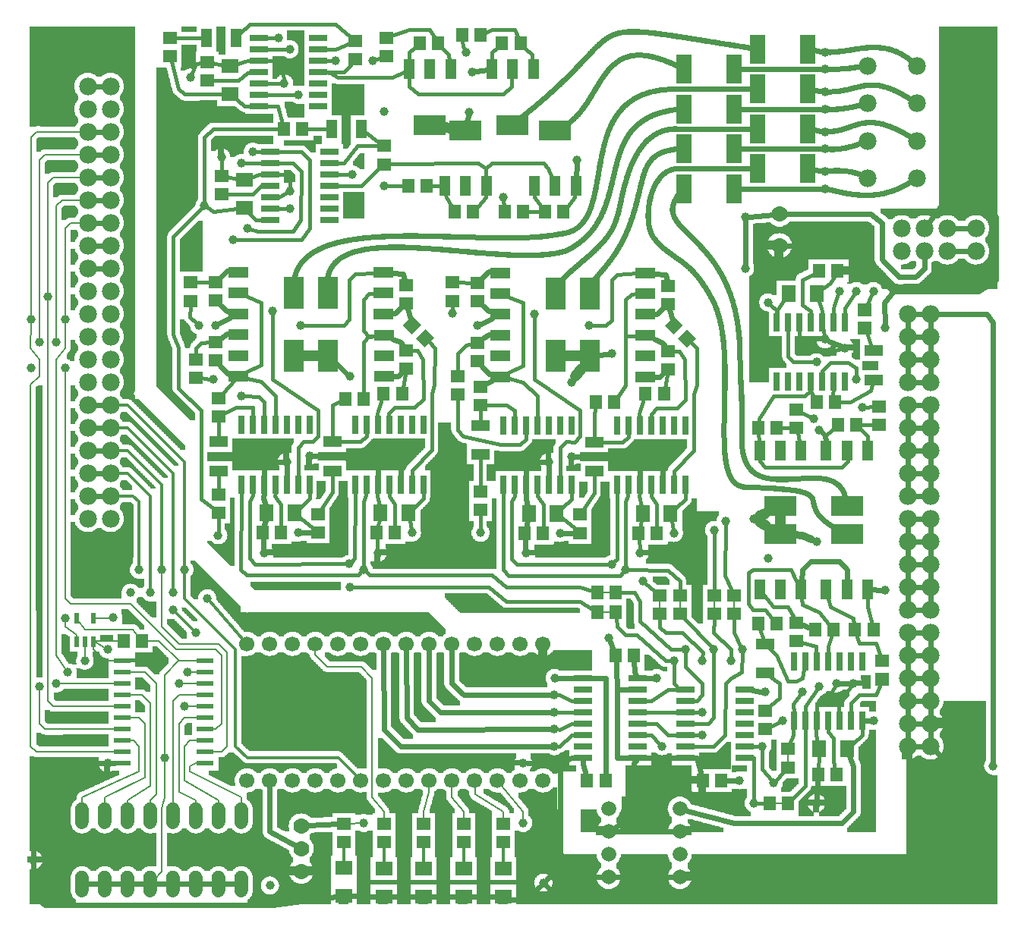
<source format=gtl>
G04 MADE WITH FRITZING*
G04 WWW.FRITZING.ORG*
G04 DOUBLE SIDED*
G04 HOLES PLATED*
G04 CONTOUR ON CENTER OF CONTOUR VECTOR*
%ASAXBY*%
%FSLAX23Y23*%
%MOIN*%
%OFA0B0*%
%SFA1.0B1.0*%
%ADD10C,0.075000*%
%ADD11C,0.039370*%
%ADD12C,0.069685*%
%ADD13C,0.065748*%
%ADD14C,0.078000*%
%ADD15C,0.066889*%
%ADD16C,0.058189*%
%ADD17C,0.077559*%
%ADD18R,0.026000X0.080000*%
%ADD19R,0.021654X0.047244*%
%ADD20R,0.055118X0.059055*%
%ADD21R,0.075197X0.024016*%
%ADD22R,0.080000X0.026000*%
%ADD23R,0.059055X0.055118*%
%ADD24R,0.078736X0.049208*%
%ADD25R,0.078736X0.049222*%
%ADD26R,0.062992X0.074803*%
%ADD27R,0.088000X0.048000*%
%ADD28R,0.086614X0.141732*%
%ADD29R,0.048000X0.088000*%
%ADD30R,0.141732X0.086614*%
%ADD31R,0.074803X0.062992*%
%ADD32R,0.049208X0.078736*%
%ADD33R,0.049222X0.078736*%
%ADD34R,0.070866X0.125984*%
%ADD35C,0.024000*%
%ADD36C,0.016000*%
%ADD37C,0.008000*%
%ADD38C,0.012000*%
%ADD39C,0.048000*%
%ADD40C,0.032000*%
%ADD41R,0.001000X0.001000*%
%LNCOPPER1*%
G90*
G70*
G54D10*
X120Y3815D03*
X675Y3487D03*
X1426Y3576D03*
X749Y2932D03*
X4094Y3816D03*
X983Y2028D03*
X1585Y2028D03*
X2736Y2026D03*
X293Y1607D03*
X2959Y1717D03*
X1892Y2019D03*
X1049Y1051D03*
X2804Y614D03*
X114Y547D03*
X4101Y863D03*
X723Y281D03*
G54D11*
X3671Y2348D03*
X3483Y2173D03*
X2346Y1035D03*
X1383Y3748D03*
X1546Y3748D03*
X846Y2348D03*
X971Y2273D03*
X83Y997D03*
X696Y1011D03*
X721Y910D03*
X383Y1160D03*
X633Y685D03*
X383Y661D03*
X1508Y398D03*
X2208Y398D03*
X58Y235D03*
X1096Y123D03*
G54D12*
X3333Y2935D03*
X3333Y3073D03*
G54D11*
X158Y1010D03*
X208Y1060D03*
X734Y1061D03*
X283Y1110D03*
X196Y1298D03*
X409Y1300D03*
X4272Y649D03*
X483Y1410D03*
X721Y1510D03*
X671Y1410D03*
X621Y1510D03*
X571Y1410D03*
X521Y1510D03*
X196Y2398D03*
X46Y2398D03*
X83Y2510D03*
X158Y2510D03*
X46Y2610D03*
X121Y2710D03*
X196Y2610D03*
X2596Y2460D03*
G54D13*
X2896Y160D03*
X2896Y260D03*
X2896Y360D03*
X2896Y460D03*
X2583Y160D03*
X2583Y260D03*
X2583Y360D03*
X2583Y460D03*
G54D14*
X4196Y3010D03*
X4196Y2910D03*
X3871Y3010D03*
X3971Y3010D03*
X4071Y3010D03*
X3871Y2910D03*
X3971Y2910D03*
X4071Y2910D03*
G54D11*
X2870Y1671D03*
X2021Y1673D03*
X2720Y1584D03*
X2221Y1584D03*
X2320Y1984D03*
X2008Y2584D03*
X2496Y2585D03*
X2370Y1671D03*
X2420Y2009D03*
G54D14*
X296Y3635D03*
X296Y3535D03*
X296Y3435D03*
X296Y3335D03*
X296Y3235D03*
X296Y3135D03*
X296Y3035D03*
X296Y2935D03*
X296Y2835D03*
X296Y2735D03*
X296Y2635D03*
X296Y2535D03*
X296Y2435D03*
X296Y2335D03*
X296Y2235D03*
X296Y2135D03*
X296Y2035D03*
X296Y1935D03*
X296Y1835D03*
X296Y1735D03*
X296Y3635D03*
X296Y3535D03*
X296Y3435D03*
X296Y3335D03*
X296Y3235D03*
X296Y3135D03*
X296Y3035D03*
X296Y2935D03*
X296Y2835D03*
X296Y2735D03*
X296Y2635D03*
X296Y2535D03*
X296Y2435D03*
X296Y2335D03*
X296Y2235D03*
X296Y2135D03*
X296Y2035D03*
X296Y1935D03*
X296Y1835D03*
X296Y1735D03*
X396Y1735D03*
X396Y1835D03*
X396Y1935D03*
X396Y2035D03*
X396Y2135D03*
X396Y2235D03*
X396Y2335D03*
X396Y2435D03*
X396Y2535D03*
X396Y2635D03*
X396Y2735D03*
X396Y2835D03*
X396Y2935D03*
X396Y3035D03*
X396Y3135D03*
X396Y3235D03*
X396Y3335D03*
X396Y3435D03*
X396Y3535D03*
X396Y3635D03*
X3996Y735D03*
X3996Y835D03*
X3996Y935D03*
X3996Y1035D03*
X3996Y1135D03*
X3996Y1235D03*
X3996Y1335D03*
X3996Y1435D03*
X3996Y1535D03*
X3996Y1635D03*
X3996Y1735D03*
X3996Y1835D03*
X3996Y1935D03*
X3996Y2035D03*
X3996Y2135D03*
X3996Y2235D03*
X3996Y2335D03*
X3996Y2435D03*
X3996Y2535D03*
X3996Y2635D03*
X3996Y735D03*
X3996Y835D03*
X3996Y935D03*
X3996Y1035D03*
X3996Y1135D03*
X3996Y1235D03*
X3996Y1335D03*
X3996Y1435D03*
X3996Y1535D03*
X3996Y1635D03*
X3996Y1735D03*
X3996Y1835D03*
X3996Y1935D03*
X3996Y2035D03*
X3996Y2135D03*
X3996Y2235D03*
X3996Y2335D03*
X3996Y2435D03*
X3996Y2535D03*
X3996Y2635D03*
X3896Y2635D03*
X3896Y2535D03*
X3896Y2435D03*
X3896Y2335D03*
X3896Y2235D03*
X3896Y2135D03*
X3896Y2035D03*
X3896Y1935D03*
X3896Y1835D03*
X3896Y1735D03*
X3896Y1635D03*
X3896Y1535D03*
X3896Y1435D03*
X3896Y1335D03*
X3896Y1235D03*
X3896Y1135D03*
X3896Y1035D03*
X3896Y935D03*
X3896Y835D03*
X3896Y735D03*
G54D15*
X995Y585D03*
X1095Y585D03*
X1195Y585D03*
X1295Y585D03*
X1395Y585D03*
X1495Y585D03*
X1595Y585D03*
X1695Y585D03*
X1795Y585D03*
X1895Y585D03*
X1995Y585D03*
X2095Y585D03*
X2195Y585D03*
X2295Y585D03*
X995Y1185D03*
X1095Y1185D03*
X1195Y1185D03*
X1295Y1185D03*
X1395Y1185D03*
X1495Y1185D03*
X1595Y1185D03*
X1695Y1185D03*
X1795Y1185D03*
X1895Y1185D03*
X1995Y1185D03*
X2095Y1185D03*
X2195Y1185D03*
X2295Y1185D03*
G54D16*
X271Y130D03*
X371Y130D03*
X871Y130D03*
X971Y130D03*
X471Y130D03*
X571Y130D03*
X771Y130D03*
X671Y130D03*
X971Y430D03*
X871Y430D03*
X771Y430D03*
X671Y430D03*
X571Y430D03*
X471Y430D03*
X371Y430D03*
X271Y430D03*
X271Y130D03*
X371Y130D03*
X871Y130D03*
X971Y130D03*
X471Y130D03*
X571Y130D03*
X771Y130D03*
X671Y130D03*
X971Y430D03*
X871Y430D03*
X771Y430D03*
X671Y430D03*
X571Y430D03*
X471Y430D03*
X371Y430D03*
X271Y430D03*
G54D11*
X2345Y960D03*
X2345Y885D03*
X2345Y810D03*
X2345Y735D03*
X821Y1385D03*
X670Y1335D03*
X770Y1234D03*
X2208Y660D03*
X2297Y136D03*
X2819Y735D03*
X3258Y735D03*
X3170Y1160D03*
X3120Y1110D03*
X3045Y1160D03*
X2995Y1110D03*
X2920Y1160D03*
X2870Y1110D03*
X3220Y485D03*
X3308Y573D03*
X3271Y973D03*
X3158Y585D03*
X2795Y1035D03*
G54D17*
X3721Y3726D03*
X3937Y3726D03*
X3721Y3560D03*
X3937Y3560D03*
X3721Y3395D03*
X3937Y3395D03*
G54D11*
X3533Y3785D03*
X3533Y3185D03*
X3533Y3260D03*
X3533Y3360D03*
X3533Y3435D03*
X3533Y3610D03*
X3533Y3710D03*
X3533Y3535D03*
X2995Y785D03*
X2995Y885D03*
X3658Y1010D03*
X3346Y848D03*
X3746Y848D03*
X3696Y2223D03*
X3496Y2423D03*
G54D12*
X1233Y185D03*
X1233Y285D03*
X1233Y385D03*
G54D11*
X3221Y1735D03*
X3621Y2485D03*
X3797Y1422D03*
X3508Y2123D03*
X3796Y2573D03*
X3746Y2735D03*
X3283Y2685D03*
X3596Y2735D03*
X3671Y2735D03*
X3583Y1010D03*
X3508Y998D03*
X3433Y973D03*
X3496Y485D03*
X3533Y2523D03*
X1446Y2360D03*
X1720Y1674D03*
X869Y1662D03*
X1570Y1586D03*
X1070Y1586D03*
X1170Y1986D03*
X857Y2586D03*
X1232Y2586D03*
X1220Y1674D03*
X1270Y2011D03*
X2421Y2335D03*
X1445Y1537D03*
X1446Y1435D03*
X1507Y1512D03*
X2596Y1534D03*
X2733Y1460D03*
X2658Y1510D03*
X1108Y2648D03*
X783Y2585D03*
X2258Y2635D03*
X1898Y2637D03*
X1958Y3785D03*
X1221Y3598D03*
X1183Y3798D03*
X1133Y3848D03*
X746Y3673D03*
X883Y3323D03*
X1021Y3348D03*
X971Y3298D03*
X1458Y3248D03*
X1596Y3198D03*
X1158Y3648D03*
X1183Y3173D03*
X2583Y1210D03*
X2121Y3148D03*
X1183Y3098D03*
X3283Y1560D03*
X808Y3110D03*
X3046Y1685D03*
X933Y2960D03*
X996Y3010D03*
X3096Y1723D03*
X1596Y3523D03*
X1983Y3699D03*
X2445Y3311D03*
X3183Y3060D03*
X1970Y3521D03*
G54D17*
X3721Y3230D03*
X3937Y3230D03*
G54D11*
X3183Y2835D03*
X3496Y1635D03*
G54D18*
X3621Y2598D03*
X3571Y2598D03*
X3521Y2598D03*
X3471Y2598D03*
X3421Y2598D03*
X3371Y2598D03*
X3321Y2598D03*
X3321Y2337D03*
X3371Y2337D03*
X3421Y2337D03*
X3471Y2337D03*
X3521Y2337D03*
X3571Y2337D03*
X3621Y2337D03*
G54D19*
X246Y1196D03*
X283Y1196D03*
X321Y1196D03*
X321Y1298D03*
X246Y1298D03*
G54D20*
X533Y1198D03*
X453Y1198D03*
X2570Y585D03*
X2489Y585D03*
G54D21*
X446Y1110D03*
X812Y1110D03*
X446Y1060D03*
X812Y1060D03*
X446Y1010D03*
X812Y1010D03*
X446Y960D03*
X812Y960D03*
X446Y910D03*
X812Y910D03*
X446Y860D03*
X812Y860D03*
X446Y810D03*
X812Y810D03*
X446Y760D03*
X812Y760D03*
X446Y710D03*
X812Y710D03*
X446Y660D03*
X812Y660D03*
G54D18*
X2621Y1884D03*
X2671Y1884D03*
X2721Y1884D03*
X2771Y1884D03*
X2821Y1884D03*
X2871Y1884D03*
X2921Y1884D03*
X2921Y2145D03*
X2871Y2145D03*
X2821Y2145D03*
X2771Y2145D03*
X2721Y2145D03*
X2671Y2145D03*
X2621Y2145D03*
X3396Y848D03*
X3446Y848D03*
X3496Y848D03*
X3546Y848D03*
X3596Y848D03*
X3646Y848D03*
X3696Y848D03*
X3696Y1109D03*
X3646Y1109D03*
X3596Y1109D03*
X3546Y1109D03*
X3496Y1109D03*
X3446Y1109D03*
X3396Y1109D03*
X2121Y1884D03*
X2171Y1884D03*
X2221Y1884D03*
X2271Y1884D03*
X2321Y1884D03*
X2371Y1884D03*
X2421Y1884D03*
X2421Y2145D03*
X2371Y2145D03*
X2321Y2145D03*
X2271Y2145D03*
X2221Y2145D03*
X2171Y2145D03*
X2121Y2145D03*
G54D22*
X2920Y985D03*
X2920Y935D03*
X2920Y885D03*
X2920Y835D03*
X2920Y785D03*
X2920Y735D03*
X2920Y685D03*
X3181Y685D03*
X3181Y735D03*
X3181Y785D03*
X3181Y835D03*
X3181Y885D03*
X3181Y935D03*
X3181Y985D03*
X2470Y1035D03*
X2470Y985D03*
X2470Y935D03*
X2470Y885D03*
X2470Y835D03*
X2470Y785D03*
X2470Y735D03*
X2470Y685D03*
X2712Y685D03*
X2712Y735D03*
X2712Y785D03*
X2712Y835D03*
X2712Y885D03*
X2712Y935D03*
X2712Y985D03*
X2712Y1035D03*
G54D20*
X2745Y2284D03*
X2826Y2284D03*
G54D23*
X3408Y1198D03*
X3408Y1279D03*
X1921Y2360D03*
X1921Y2280D03*
X3408Y2135D03*
X3408Y2216D03*
X2845Y2472D03*
X2845Y2391D03*
G54D20*
X3571Y1248D03*
X3490Y1248D03*
G54D23*
X2008Y2509D03*
X2008Y2428D03*
G54D20*
X3321Y2135D03*
X3240Y2135D03*
G54D23*
X1896Y2773D03*
X1896Y2692D03*
X3771Y2148D03*
X3771Y2229D03*
X2845Y2759D03*
X2845Y2678D03*
G54D20*
X3746Y1248D03*
X3665Y1248D03*
G54D24*
X2520Y2071D03*
G54D25*
X2520Y1944D03*
G54D24*
X3271Y1185D03*
G54D25*
X3271Y1057D03*
G54D23*
X2008Y2772D03*
X2008Y2691D03*
G54D20*
X3671Y2148D03*
X3590Y2148D03*
G54D24*
X2020Y2146D03*
G54D25*
X2020Y2019D03*
G54D24*
X3746Y2345D03*
G54D25*
X3746Y2473D03*
G54D20*
X2795Y1671D03*
X2715Y1671D03*
X3583Y610D03*
X3503Y610D03*
X2295Y1671D03*
X2215Y1671D03*
X3508Y2823D03*
X3589Y2823D03*
G54D23*
X2457Y1672D03*
X2457Y1753D03*
X3271Y810D03*
X3271Y891D03*
X2021Y1773D03*
X2021Y1854D03*
G54D26*
X2733Y1759D03*
X2855Y1759D03*
X3508Y723D03*
X3630Y723D03*
X2233Y1759D03*
X2355Y1759D03*
X3496Y2723D03*
X3374Y2723D03*
G54D20*
X2608Y2248D03*
X2528Y2248D03*
X3321Y1273D03*
X3240Y1273D03*
G54D23*
X2021Y2235D03*
X2021Y2316D03*
G54D20*
X3577Y2248D03*
X3496Y2248D03*
G54D27*
X2745Y2634D03*
X2745Y2725D03*
X2745Y2816D03*
G54D28*
X2501Y2725D03*
G54D29*
X3539Y1423D03*
X3630Y1423D03*
X3721Y1423D03*
G54D30*
X3630Y1667D03*
G54D27*
X2745Y2359D03*
X2745Y2450D03*
X2745Y2541D03*
G54D28*
X2501Y2450D03*
G54D29*
X3246Y1423D03*
X3337Y1423D03*
X3428Y1423D03*
G54D30*
X3337Y1667D03*
G54D27*
X2108Y2816D03*
X2108Y2725D03*
X2108Y2634D03*
G54D28*
X2352Y2725D03*
G54D29*
X3721Y2035D03*
X3630Y2035D03*
X3539Y2035D03*
G54D30*
X3630Y1791D03*
G54D27*
X2108Y2541D03*
X2108Y2450D03*
X2108Y2359D03*
G54D28*
X2352Y2450D03*
G54D29*
X3428Y2035D03*
X3337Y2035D03*
X3246Y2035D03*
G54D30*
X3337Y1791D03*
G54D23*
X3133Y1398D03*
X3133Y1317D03*
G54D20*
X3371Y485D03*
X3290Y485D03*
G54D23*
X3046Y1398D03*
X3046Y1317D03*
X3371Y723D03*
X3371Y642D03*
G54D31*
X2121Y76D03*
X2121Y198D03*
X1946Y76D03*
X1946Y198D03*
X1771Y76D03*
X1771Y198D03*
X1596Y76D03*
X1596Y198D03*
X1421Y79D03*
X1421Y201D03*
G54D23*
X2121Y313D03*
X2121Y394D03*
X1946Y313D03*
X1946Y394D03*
X1771Y313D03*
X1771Y394D03*
X1596Y313D03*
X1596Y394D03*
X1421Y313D03*
X1421Y394D03*
G54D20*
X2996Y585D03*
X3077Y585D03*
X2695Y1135D03*
X2614Y1135D03*
X2533Y1410D03*
X2614Y1410D03*
G54D23*
X2896Y1398D03*
X2896Y1317D03*
G54D20*
X2533Y1323D03*
X2614Y1323D03*
G54D23*
X2808Y1398D03*
X2808Y1317D03*
G54D18*
X1470Y1886D03*
X1520Y1886D03*
X1570Y1886D03*
X1620Y1886D03*
X1670Y1886D03*
X1720Y1886D03*
X1770Y1886D03*
X1770Y2147D03*
X1720Y2147D03*
X1670Y2147D03*
X1620Y2147D03*
X1570Y2147D03*
X1520Y2147D03*
X1470Y2147D03*
G54D22*
X1096Y3348D03*
X1096Y3298D03*
X1096Y3248D03*
X1096Y3198D03*
X1096Y3148D03*
X1096Y3098D03*
X1096Y3048D03*
X1357Y3048D03*
X1357Y3098D03*
X1357Y3148D03*
X1357Y3198D03*
X1357Y3248D03*
X1357Y3298D03*
X1357Y3348D03*
X1046Y3848D03*
X1046Y3798D03*
X1046Y3748D03*
X1046Y3698D03*
X1046Y3648D03*
X1046Y3598D03*
X1046Y3548D03*
X1307Y3548D03*
X1307Y3598D03*
X1307Y3648D03*
X1307Y3698D03*
X1307Y3748D03*
X1307Y3798D03*
X1307Y3848D03*
G54D18*
X970Y1886D03*
X1020Y1886D03*
X1070Y1886D03*
X1120Y1886D03*
X1170Y1886D03*
X1220Y1886D03*
X1270Y1886D03*
X1270Y2147D03*
X1220Y2147D03*
X1170Y2147D03*
X1120Y2147D03*
X1070Y2147D03*
X1020Y2147D03*
X970Y2147D03*
G54D20*
X1595Y2286D03*
X1676Y2286D03*
G54D23*
X771Y2435D03*
X771Y2355D03*
X1695Y2474D03*
X1695Y2393D03*
X857Y2511D03*
X857Y2430D03*
G54D20*
X1783Y3198D03*
X1703Y3198D03*
X2208Y3085D03*
X2128Y3085D03*
G54D23*
X1608Y3848D03*
X1608Y3767D03*
G54D20*
X2021Y3860D03*
X1940Y3860D03*
G54D23*
X746Y2773D03*
X746Y2692D03*
X1695Y2761D03*
X1695Y2680D03*
G54D24*
X1370Y2074D03*
G54D25*
X1370Y1946D03*
G54D20*
X1833Y3823D03*
X1753Y3823D03*
X2383Y3085D03*
X2303Y3085D03*
X1989Y3085D03*
X1908Y3085D03*
X2196Y3823D03*
X2115Y3823D03*
G54D23*
X857Y2774D03*
X857Y2693D03*
G54D32*
X1496Y3448D03*
G54D33*
X1368Y3448D03*
G54D32*
X946Y3848D03*
G54D33*
X818Y3848D03*
G54D24*
X871Y2073D03*
G54D25*
X871Y1945D03*
G54D20*
X1645Y1674D03*
X1564Y1674D03*
G54D23*
X883Y3160D03*
X883Y3241D03*
X821Y3660D03*
X821Y3741D03*
G54D20*
X1145Y1674D03*
X1064Y1674D03*
G54D23*
X1307Y1674D03*
X1307Y1755D03*
G54D20*
X1158Y3448D03*
X1239Y3448D03*
G54D23*
X658Y3848D03*
X658Y3767D03*
X871Y1760D03*
X871Y1841D03*
G54D26*
X1582Y1761D03*
X1705Y1761D03*
G54D31*
X983Y3223D03*
X983Y3101D03*
X921Y3723D03*
X921Y3601D03*
G54D26*
X1082Y1761D03*
X1205Y1761D03*
G54D20*
X1507Y2261D03*
X1427Y2261D03*
G54D23*
X1471Y3835D03*
X1471Y3755D03*
X1596Y3373D03*
X1596Y3292D03*
X871Y2185D03*
X871Y2266D03*
G54D27*
X1595Y2636D03*
X1595Y2727D03*
X1595Y2818D03*
G54D28*
X1351Y2727D03*
G54D27*
X1596Y2360D03*
X1596Y2451D03*
X1596Y2542D03*
G54D28*
X1352Y2451D03*
G54D29*
X2253Y3710D03*
X2162Y3710D03*
X2071Y3710D03*
G54D30*
X2162Y3466D03*
G54D27*
X957Y2818D03*
X957Y2727D03*
X957Y2636D03*
G54D28*
X1201Y2727D03*
G54D29*
X1864Y3198D03*
X1955Y3198D03*
X2046Y3198D03*
G54D30*
X1955Y3442D03*
G54D29*
X2258Y3198D03*
X2349Y3198D03*
X2440Y3198D03*
G54D30*
X2349Y3442D03*
G54D29*
X1890Y3710D03*
X1799Y3710D03*
X1708Y3710D03*
G54D30*
X1799Y3466D03*
G54D27*
X957Y2543D03*
X957Y2452D03*
X957Y2361D03*
G54D28*
X1201Y2452D03*
G54D34*
X3133Y3185D03*
X2913Y3185D03*
X3458Y3273D03*
X3238Y3273D03*
X3133Y3360D03*
X2913Y3360D03*
X3458Y3448D03*
X3238Y3448D03*
X3133Y3535D03*
X2913Y3535D03*
X3458Y3623D03*
X3238Y3623D03*
X3133Y3710D03*
X2913Y3710D03*
X3458Y3798D03*
X3238Y3798D03*
G54D35*
X1095Y360D02*
X1095Y554D01*
D02*
X1210Y298D02*
X1095Y360D01*
D02*
X1397Y393D02*
X1260Y387D01*
D02*
X1572Y1960D02*
X1571Y1921D01*
D02*
X1621Y2012D02*
X1572Y1960D01*
D02*
X2221Y1986D02*
X2221Y1918D01*
D02*
X2302Y1984D02*
X2221Y1986D01*
D02*
X2721Y1960D02*
X2721Y1918D01*
D02*
X2795Y2012D02*
X2721Y1960D01*
D02*
X3603Y2493D02*
X3551Y2515D01*
D02*
X3639Y1010D02*
X3602Y1010D01*
G54D36*
D02*
X1146Y3749D02*
X1080Y3748D01*
D02*
X1157Y3661D02*
X1146Y3749D01*
D02*
X1184Y3249D02*
X1130Y3248D01*
D02*
X1183Y3186D02*
X1184Y3249D01*
G54D35*
D02*
X1072Y1986D02*
X1071Y1921D01*
D02*
X1151Y1986D02*
X1072Y1986D01*
G54D36*
D02*
X3521Y2385D02*
X3521Y2371D01*
D02*
X3670Y2399D02*
X3633Y2422D01*
D02*
X3633Y2422D02*
X3558Y2422D01*
D02*
X3558Y2422D02*
X3521Y2385D01*
D02*
X3671Y2361D02*
X3670Y2399D01*
D02*
X3432Y2202D02*
X3472Y2180D01*
G54D35*
D02*
X3966Y2535D02*
X3926Y2535D01*
D02*
X3966Y835D02*
X3926Y835D01*
D02*
X3966Y735D02*
X3926Y735D01*
D02*
X3996Y2566D02*
X3996Y2605D01*
D02*
X3896Y2505D02*
X3896Y2466D01*
D02*
X3996Y2405D02*
X3996Y2366D01*
D02*
X3896Y2366D02*
X3896Y2405D01*
D02*
X3996Y2466D02*
X3996Y2505D01*
D02*
X3896Y2566D02*
X3896Y2605D01*
D02*
X3966Y2335D02*
X3926Y2335D01*
D02*
X3926Y2435D02*
X3966Y2435D01*
D02*
X3996Y966D02*
X3996Y1005D01*
D02*
X3896Y966D02*
X3896Y1005D01*
D02*
X3896Y866D02*
X3896Y905D01*
D02*
X3996Y866D02*
X3996Y905D01*
D02*
X3996Y766D02*
X3996Y805D01*
D02*
X3896Y766D02*
X3896Y805D01*
D02*
X3966Y1235D02*
X3926Y1235D01*
D02*
X3926Y1135D02*
X3966Y1135D01*
D02*
X3966Y1035D02*
X3926Y1035D01*
D02*
X3926Y935D02*
X3966Y935D01*
G54D36*
D02*
X1447Y3723D02*
X1454Y3733D01*
D02*
X1420Y3697D02*
X1447Y3723D01*
D02*
X1341Y3698D02*
X1420Y3697D01*
G54D35*
D02*
X2365Y1035D02*
X2436Y1035D01*
D02*
X3996Y1166D02*
X3996Y1205D01*
D02*
X3896Y1166D02*
X3896Y1205D01*
D02*
X3896Y1066D02*
X3896Y1105D01*
D02*
X3996Y1066D02*
X3996Y1105D01*
G54D36*
D02*
X1445Y3248D02*
X1391Y3248D01*
D02*
X1559Y3752D02*
X1584Y3760D01*
D02*
X1341Y3748D02*
X1370Y3748D01*
D02*
X3470Y2298D02*
X3470Y2302D01*
D02*
X3483Y2272D02*
X3470Y2298D01*
D02*
X3219Y1512D02*
X3196Y1497D01*
D02*
X3219Y1335D02*
X3270Y1335D01*
D02*
X3270Y1335D02*
X3301Y1297D01*
D02*
X3196Y1362D02*
X3219Y1335D01*
D02*
X3196Y1497D02*
X3196Y1362D01*
D02*
X3384Y1512D02*
X3219Y1512D01*
D02*
X3409Y1461D02*
X3384Y1512D01*
D02*
X1944Y2098D02*
X2109Y2060D01*
D02*
X2109Y2060D02*
X2195Y2060D01*
D02*
X2195Y2060D02*
X2221Y2086D01*
D02*
X2221Y2086D02*
X2221Y2111D01*
D02*
X1921Y2124D02*
X1944Y2098D01*
D02*
X1921Y2258D02*
X1921Y2124D01*
G54D35*
D02*
X2070Y2341D02*
X2045Y2328D01*
G54D36*
D02*
X2657Y2537D02*
X2707Y2539D01*
D02*
X1046Y2272D02*
X984Y2273D01*
D02*
X1070Y2248D02*
X1046Y2272D01*
D02*
X1070Y2182D02*
X1070Y2248D01*
D02*
X832Y2349D02*
X795Y2353D01*
D02*
X1509Y2510D02*
X1508Y2285D01*
D02*
X1532Y2537D02*
X1509Y2510D01*
D02*
X1557Y2539D02*
X1532Y2537D01*
D02*
X941Y2343D02*
X891Y2288D01*
G54D37*
D02*
X196Y1260D02*
X246Y1223D01*
D02*
X246Y1223D02*
X246Y1214D01*
D02*
X196Y1284D02*
X196Y1260D01*
D02*
X145Y910D02*
X414Y910D01*
D02*
X122Y936D02*
X145Y910D01*
D02*
X107Y810D02*
X414Y810D01*
D02*
X83Y836D02*
X107Y810D01*
D02*
X83Y984D02*
X83Y836D01*
D02*
X71Y711D02*
X414Y710D01*
D02*
X45Y735D02*
X71Y711D01*
D02*
X172Y1010D02*
X414Y1010D01*
D02*
X710Y1011D02*
X780Y1011D01*
D02*
X734Y910D02*
X780Y910D01*
D02*
X326Y1193D02*
X372Y1167D01*
D02*
X334Y1197D02*
X431Y1198D01*
D02*
X326Y1196D02*
X334Y1197D01*
D02*
X1347Y1085D02*
X1295Y1137D01*
D02*
X1496Y1085D02*
X1347Y1085D01*
D02*
X1295Y1137D02*
X1295Y1160D01*
D02*
X1545Y1036D02*
X1496Y1085D01*
D02*
X1545Y511D02*
X1545Y1036D01*
D02*
X1596Y449D02*
X1545Y511D01*
D02*
X1596Y416D02*
X1596Y449D01*
D02*
X1795Y534D02*
X1795Y560D01*
D02*
X1771Y449D02*
X1795Y534D01*
D02*
X1771Y416D02*
X1771Y449D01*
D02*
X1895Y511D02*
X1895Y560D01*
D02*
X1946Y449D02*
X1895Y511D01*
D02*
X1946Y416D02*
X1946Y449D01*
D02*
X2121Y449D02*
X1997Y523D01*
D02*
X1997Y523D02*
X1996Y560D01*
D02*
X2121Y416D02*
X2121Y449D01*
D02*
X2208Y449D02*
X2111Y566D01*
D02*
X2208Y411D02*
X2208Y449D01*
G54D38*
D02*
X722Y1386D02*
X945Y1160D01*
D02*
X945Y1160D02*
X945Y735D01*
D02*
X945Y735D02*
X997Y686D01*
D02*
X721Y1497D02*
X722Y1386D01*
D02*
X997Y686D02*
X1396Y686D01*
D02*
X1396Y686D02*
X1477Y603D01*
G54D36*
D02*
X2458Y2097D02*
X2434Y2071D01*
D02*
X3747Y2227D02*
X3709Y2224D01*
D02*
X3482Y2423D02*
X3395Y2424D01*
D02*
X2370Y2047D02*
X2370Y1918D01*
D02*
X2458Y2210D02*
X2458Y2097D01*
D02*
X2434Y2071D02*
X2396Y2073D01*
G54D35*
D02*
X501Y130D02*
X541Y130D01*
D02*
X401Y130D02*
X441Y130D01*
D02*
X341Y130D02*
X301Y130D01*
G54D37*
D02*
X496Y761D02*
X478Y760D01*
D02*
X272Y510D02*
X520Y623D01*
D02*
X520Y623D02*
X520Y736D01*
D02*
X520Y736D02*
X496Y761D01*
D02*
X271Y454D02*
X272Y510D01*
D02*
X371Y510D02*
X547Y598D01*
D02*
X520Y860D02*
X478Y860D01*
D02*
X547Y598D02*
X547Y836D01*
D02*
X547Y836D02*
X520Y860D01*
D02*
X371Y454D02*
X371Y510D01*
G54D35*
D02*
X1107Y37D02*
X109Y37D01*
D02*
X109Y37D02*
X57Y86D01*
D02*
X58Y254D02*
X57Y597D01*
D02*
X57Y86D02*
X58Y216D01*
D02*
X57Y597D02*
X121Y661D01*
D02*
X402Y661D02*
X414Y661D01*
D02*
X121Y661D02*
X364Y661D01*
D02*
X1389Y75D02*
X1107Y37D01*
G54D37*
D02*
X695Y1110D02*
X780Y1110D01*
D02*
X620Y186D02*
X620Y460D01*
D02*
X633Y510D02*
X633Y561D01*
D02*
X620Y460D02*
X633Y510D01*
D02*
X633Y699D02*
X633Y1047D01*
D02*
X633Y561D02*
X633Y672D01*
D02*
X633Y1047D02*
X695Y1110D01*
D02*
X587Y148D02*
X620Y186D01*
G54D35*
D02*
X901Y130D02*
X941Y130D01*
D02*
X801Y130D02*
X841Y130D01*
D02*
X701Y130D02*
X741Y130D01*
D02*
X601Y130D02*
X641Y130D01*
G54D37*
D02*
X121Y2697D02*
X122Y936D01*
D02*
X45Y2324D02*
X45Y735D01*
D02*
X84Y2361D02*
X45Y2324D01*
D02*
X84Y2436D02*
X84Y2361D01*
D02*
X45Y2486D02*
X84Y2436D01*
D02*
X46Y2597D02*
X45Y2486D01*
D02*
X159Y2436D02*
X158Y1136D01*
D02*
X196Y2486D02*
X159Y2436D01*
D02*
X158Y1136D02*
X201Y1072D01*
D02*
X196Y2597D02*
X196Y2486D01*
D02*
X284Y1247D02*
X251Y1291D01*
D02*
X696Y1110D02*
X609Y1199D01*
D02*
X495Y1248D02*
X284Y1247D01*
D02*
X515Y1222D02*
X495Y1248D01*
D02*
X609Y1199D02*
X555Y1198D01*
D02*
X780Y1110D02*
X696Y1110D01*
D02*
X221Y1360D02*
X483Y1360D01*
D02*
X859Y1161D02*
X884Y1136D01*
D02*
X884Y835D02*
X859Y811D01*
D02*
X683Y1161D02*
X859Y1161D01*
D02*
X483Y1360D02*
X683Y1161D01*
D02*
X196Y1386D02*
X221Y1360D01*
D02*
X884Y1136D02*
X884Y835D01*
D02*
X859Y811D02*
X844Y811D01*
D02*
X196Y2384D02*
X196Y1386D01*
D02*
X1445Y395D02*
X1495Y397D01*
D02*
X395Y1299D02*
X326Y1298D01*
D02*
X621Y1347D02*
X621Y1497D01*
D02*
X870Y1185D02*
X696Y1185D01*
D02*
X696Y1185D02*
X620Y1261D01*
D02*
X620Y1261D02*
X621Y1347D01*
D02*
X908Y1148D02*
X870Y1185D01*
D02*
X908Y735D02*
X908Y1148D01*
D02*
X884Y710D02*
X908Y735D01*
D02*
X844Y710D02*
X884Y710D01*
D02*
X283Y1124D02*
X283Y1177D01*
D02*
X780Y1061D02*
X748Y1061D01*
D02*
X371Y1110D02*
X321Y1160D01*
D02*
X321Y1160D02*
X321Y1177D01*
D02*
X414Y1110D02*
X371Y1110D01*
D02*
X745Y761D02*
X780Y760D01*
D02*
X721Y861D02*
X780Y861D01*
D02*
X697Y960D02*
X780Y960D01*
D02*
X872Y497D02*
X721Y586D01*
D02*
X721Y586D02*
X721Y734D01*
D02*
X721Y734D02*
X745Y761D01*
D02*
X871Y454D02*
X872Y497D01*
D02*
X771Y497D02*
X697Y535D01*
D02*
X697Y535D02*
X697Y835D01*
D02*
X697Y835D02*
X721Y861D01*
D02*
X771Y454D02*
X771Y497D01*
D02*
X671Y935D02*
X697Y960D01*
D02*
X671Y454D02*
X671Y935D01*
D02*
X534Y960D02*
X478Y960D01*
D02*
X571Y923D02*
X534Y960D01*
D02*
X571Y561D02*
X571Y923D01*
D02*
X471Y499D02*
X571Y561D01*
D02*
X471Y454D02*
X471Y499D01*
D02*
X571Y499D02*
X571Y454D01*
D02*
X596Y523D02*
X571Y499D01*
D02*
X596Y1011D02*
X596Y523D01*
D02*
X547Y1060D02*
X596Y1011D01*
D02*
X478Y1060D02*
X547Y1060D01*
D02*
X771Y660D02*
X780Y660D01*
D02*
X970Y511D02*
X745Y624D01*
D02*
X745Y624D02*
X745Y648D01*
D02*
X745Y648D02*
X771Y660D01*
D02*
X971Y454D02*
X970Y511D01*
G54D35*
D02*
X2570Y609D02*
X2570Y1035D01*
D02*
X2570Y1035D02*
X2504Y1035D01*
D02*
X2470Y659D02*
X2483Y609D01*
D02*
X2470Y677D02*
X2470Y659D01*
G54D38*
D02*
X1421Y227D02*
X1421Y291D01*
G54D36*
D02*
X3264Y1204D02*
X3249Y1249D01*
D02*
X2522Y2186D02*
X2525Y2224D01*
D02*
X2521Y2091D02*
X2522Y2186D01*
D02*
X2021Y2213D02*
X2021Y2166D01*
D02*
X3645Y2247D02*
X3733Y2299D01*
D02*
X3599Y2248D02*
X3645Y2247D01*
G54D37*
D02*
X220Y3035D02*
X271Y3035D01*
D02*
X183Y3136D02*
X271Y3135D01*
D02*
X145Y3235D02*
X271Y3235D01*
D02*
X108Y3335D02*
X271Y3335D01*
D02*
X70Y3436D02*
X271Y3435D01*
G54D35*
D02*
X326Y3235D02*
X366Y3235D01*
G54D37*
D02*
X196Y3010D02*
X220Y3035D01*
D02*
X196Y2624D02*
X196Y3010D01*
D02*
X159Y3110D02*
X183Y3136D01*
D02*
X158Y2524D02*
X159Y3110D01*
D02*
X121Y3211D02*
X145Y3235D01*
D02*
X121Y2724D02*
X121Y3211D01*
G54D35*
D02*
X326Y3335D02*
X366Y3335D01*
G54D37*
D02*
X84Y3310D02*
X108Y3335D01*
D02*
X83Y2524D02*
X84Y3310D01*
G54D35*
D02*
X326Y3435D02*
X366Y3435D01*
G54D37*
D02*
X46Y3410D02*
X70Y3436D01*
D02*
X46Y2624D02*
X46Y3410D01*
G54D35*
D02*
X366Y2035D02*
X326Y2035D01*
D02*
X326Y1935D02*
X366Y1935D01*
D02*
X366Y1835D02*
X326Y1835D01*
D02*
X366Y3635D02*
X326Y3635D01*
D02*
X326Y2835D02*
X366Y2835D01*
D02*
X326Y2935D02*
X366Y2935D01*
D02*
X326Y3035D02*
X366Y3035D01*
D02*
X326Y3135D02*
X366Y3135D01*
D02*
X1739Y76D02*
X1628Y76D01*
G54D38*
D02*
X721Y1985D02*
X721Y1524D01*
D02*
X472Y2235D02*
X721Y1985D01*
D02*
X420Y2235D02*
X472Y2235D01*
D02*
X671Y1936D02*
X671Y1424D01*
D02*
X472Y2136D02*
X671Y1936D01*
D02*
X420Y2135D02*
X472Y2136D01*
D02*
X620Y1885D02*
X621Y1524D01*
D02*
X472Y2035D02*
X620Y1885D01*
D02*
X420Y2035D02*
X472Y2035D01*
D02*
X472Y1936D02*
X420Y1936D01*
D02*
X570Y1835D02*
X472Y1936D01*
D02*
X571Y1424D02*
X570Y1835D01*
D02*
X495Y1835D02*
X420Y1835D01*
D02*
X522Y1810D02*
X495Y1835D01*
D02*
X521Y1524D02*
X522Y1810D01*
G54D35*
D02*
X326Y2235D02*
X366Y2235D01*
D02*
X326Y2135D02*
X366Y2135D01*
D02*
X3966Y2235D02*
X3926Y2235D01*
D02*
X3966Y2635D02*
X3926Y2635D01*
D02*
X3966Y1735D02*
X3926Y1735D01*
D02*
X1803Y76D02*
X1914Y76D01*
D02*
X2886Y685D02*
X2746Y685D01*
G54D36*
D02*
X2605Y1544D02*
X2620Y1559D01*
D02*
X2158Y1559D02*
X2182Y1534D01*
D02*
X2171Y1850D02*
X2171Y1834D01*
D02*
X2771Y934D02*
X2746Y934D01*
D02*
X2886Y985D02*
X2845Y984D01*
D02*
X2845Y984D02*
X2771Y934D01*
G54D35*
D02*
X4270Y2597D02*
X4245Y2634D01*
D02*
X4272Y668D02*
X4270Y2597D01*
D02*
X4245Y2634D02*
X4026Y2635D01*
D02*
X2616Y160D02*
X2864Y160D01*
D02*
X2577Y2458D02*
X2539Y2454D01*
G54D36*
D02*
X2645Y2071D02*
X2554Y2071D01*
D02*
X3322Y1135D02*
X3290Y1166D01*
D02*
X3433Y1036D02*
X3408Y1022D01*
D02*
X3371Y1022D02*
X3322Y1135D01*
D02*
X3440Y1074D02*
X3433Y1036D01*
D02*
X3408Y1022D02*
X3371Y1022D01*
D02*
X2670Y2096D02*
X2645Y2071D01*
D02*
X2670Y2111D02*
X2670Y2096D01*
G54D35*
D02*
X2821Y2508D02*
X2831Y2494D01*
G54D36*
D02*
X3433Y1359D02*
X3508Y1324D01*
D02*
X3508Y1324D02*
X3551Y1272D01*
D02*
X3431Y1384D02*
X3433Y1359D01*
G54D35*
D02*
X2784Y2524D02*
X2821Y2508D01*
D02*
X2616Y360D02*
X2864Y360D01*
G54D36*
D02*
X2021Y1999D02*
X2021Y1876D01*
D02*
X3739Y2492D02*
X3717Y2551D01*
G54D35*
D02*
X1564Y76D02*
X1453Y78D01*
D02*
X2220Y1822D02*
X2226Y1791D01*
G54D36*
D02*
X3521Y2647D02*
X3507Y2691D01*
D02*
X3521Y2632D02*
X3521Y2647D01*
G54D35*
D02*
X2220Y1850D02*
X2220Y1822D01*
D02*
X2089Y76D02*
X1978Y76D01*
G54D38*
D02*
X1771Y224D02*
X1771Y291D01*
D02*
X1946Y224D02*
X1946Y291D01*
D02*
X2121Y224D02*
X2121Y291D01*
G54D36*
D02*
X2421Y1821D02*
X2381Y1783D01*
D02*
X3322Y2647D02*
X3352Y2691D01*
D02*
X3322Y2632D02*
X3322Y2647D01*
D02*
X2421Y1850D02*
X2421Y1821D01*
G54D38*
D02*
X1596Y224D02*
X1596Y291D01*
G54D36*
D02*
X2296Y1797D02*
X2296Y1695D01*
D02*
X3471Y2647D02*
X3433Y2674D01*
D02*
X3433Y2674D02*
X3433Y2786D01*
D02*
X3471Y2632D02*
X3471Y2647D01*
D02*
X2270Y1834D02*
X2296Y1797D01*
D02*
X2270Y1850D02*
X2270Y1834D01*
G54D37*
D02*
X3046Y1376D02*
X3046Y1339D01*
D02*
X3371Y701D02*
X3371Y664D01*
D02*
X3133Y1376D02*
X3133Y1339D01*
D02*
X3349Y485D02*
X3312Y485D01*
G54D36*
D02*
X2021Y1751D02*
X2021Y1686D01*
D02*
X2868Y1685D02*
X2861Y1727D01*
D02*
X2434Y1693D02*
X2381Y1737D01*
D02*
X2726Y1727D02*
X2720Y1695D01*
D02*
X3507Y691D02*
X3504Y634D01*
G54D35*
D02*
X2226Y1727D02*
X2220Y1695D01*
G54D36*
D02*
X3522Y2743D02*
X3559Y2772D01*
D02*
X2716Y1648D02*
X2720Y1597D01*
G54D35*
D02*
X2216Y1648D02*
X2219Y1603D01*
G54D36*
D02*
X2133Y2236D02*
X2045Y2236D01*
D02*
X3570Y2302D02*
X3569Y2284D01*
D02*
X2171Y2210D02*
X2133Y2236D01*
D02*
X2171Y2179D02*
X2171Y2210D01*
D02*
X2271Y2273D02*
X2271Y2179D01*
D02*
X2209Y2335D02*
X2271Y2273D01*
D02*
X2146Y2350D02*
X2209Y2335D01*
D02*
X2259Y2347D02*
X2458Y2210D01*
D02*
X2259Y2487D02*
X2259Y2347D01*
D02*
X1921Y2460D02*
X1921Y2382D01*
D02*
X1959Y2498D02*
X1921Y2460D01*
D02*
X1984Y2504D02*
X1959Y2498D01*
D02*
X3343Y2135D02*
X3384Y2135D01*
G54D35*
D02*
X2320Y1965D02*
X2320Y1918D01*
D02*
X2057Y2546D02*
X2070Y2545D01*
D02*
X2032Y2527D02*
X2057Y2546D01*
D02*
X2057Y2371D02*
X2070Y2368D01*
G54D36*
D02*
X3241Y2111D02*
X3244Y2074D01*
G54D35*
D02*
X2027Y2406D02*
X2057Y2371D01*
G54D36*
D02*
X2207Y2409D02*
X2207Y2683D01*
D02*
X3634Y1987D02*
X3633Y1997D01*
D02*
X3270Y1960D02*
X3608Y1960D01*
D02*
X3246Y1987D02*
X3270Y1960D01*
D02*
X3608Y1960D02*
X3634Y1987D01*
D02*
X3246Y1997D02*
X3246Y1987D01*
D02*
X2207Y2683D02*
X2146Y2709D01*
D02*
X2145Y2377D02*
X2207Y2409D01*
D02*
X2259Y2487D02*
X2258Y2622D01*
G54D35*
D02*
X2057Y2822D02*
X2070Y2821D01*
G54D36*
D02*
X3721Y2097D02*
X3721Y2074D01*
D02*
X3693Y2126D02*
X3721Y2097D01*
G54D35*
D02*
X2029Y2794D02*
X2057Y2822D01*
D02*
X2057Y2647D02*
X2070Y2644D01*
G54D36*
D02*
X3533Y2097D02*
X3535Y2074D01*
D02*
X3568Y2128D02*
X3533Y2097D01*
G54D35*
D02*
X2032Y2670D02*
X2057Y2647D01*
G54D36*
D02*
X3693Y2148D02*
X3747Y2148D01*
D02*
X1984Y2772D02*
X1920Y2773D01*
G54D35*
D02*
X2071Y2616D02*
X2025Y2592D01*
G54D36*
D02*
X3333Y1012D02*
X3297Y1038D01*
D02*
X3333Y947D02*
X3333Y1012D01*
D02*
X3295Y913D02*
X3333Y947D01*
D02*
X2521Y1848D02*
X2521Y1924D01*
D02*
X2472Y1775D02*
X2521Y1848D01*
D02*
X3395Y785D02*
X3395Y813D01*
D02*
X3379Y745D02*
X3395Y785D01*
D02*
X3446Y561D02*
X3446Y813D01*
D02*
X3393Y508D02*
X3446Y561D01*
D02*
X2719Y1834D02*
X2720Y1850D01*
D02*
X3495Y785D02*
X3495Y813D01*
D02*
X3501Y755D02*
X3495Y785D01*
D02*
X2727Y1791D02*
X2719Y1834D01*
D02*
X2795Y1797D02*
X2771Y1834D01*
D02*
X3546Y799D02*
X3546Y813D01*
D02*
X3570Y672D02*
X3570Y772D01*
D02*
X3570Y772D02*
X3546Y799D01*
D02*
X3578Y634D02*
X3570Y672D01*
D02*
X2771Y1834D02*
X2771Y1850D01*
D02*
X2795Y1695D02*
X2795Y1797D01*
D02*
X2920Y1821D02*
X2920Y1850D01*
D02*
X3697Y785D02*
X3696Y813D01*
D02*
X3656Y747D02*
X3697Y785D01*
D02*
X2881Y1783D02*
X2920Y1821D01*
G54D35*
D02*
X2434Y1672D02*
X2389Y1672D01*
G54D39*
D02*
X2390Y2450D02*
X2464Y2450D01*
G54D35*
D02*
X2833Y2808D02*
X2784Y2812D01*
G54D36*
D02*
X3721Y1348D02*
X3721Y1384D01*
D02*
X3740Y1272D02*
X3721Y1348D01*
G54D35*
D02*
X2840Y2781D02*
X2833Y2808D01*
D02*
X2795Y2635D02*
X2822Y2658D01*
G54D36*
D02*
X3659Y1297D02*
X3662Y1272D01*
D02*
X3559Y1348D02*
X3659Y1297D01*
D02*
X3549Y1384D02*
X3559Y1348D01*
G54D35*
D02*
X2784Y2635D02*
X2795Y2635D01*
D02*
X2809Y2359D02*
X2784Y2359D01*
D02*
X2822Y2370D02*
X2809Y2359D01*
D02*
X2851Y2656D02*
X2864Y2609D01*
G54D36*
D02*
X3683Y1187D02*
X3759Y1187D01*
D02*
X3759Y1187D02*
X3776Y1132D01*
D02*
X3672Y1224D02*
X3683Y1187D01*
D02*
X2871Y1946D02*
X2871Y1918D01*
D02*
X3759Y960D02*
X3683Y960D01*
D02*
X3683Y960D02*
X3646Y923D01*
D02*
X3646Y923D02*
X3646Y882D01*
D02*
X3776Y1008D02*
X3759Y960D01*
D02*
X2957Y2035D02*
X2871Y1946D01*
D02*
X2957Y2283D02*
X2957Y2035D01*
D02*
X2970Y2321D02*
X2957Y2283D01*
D02*
X2971Y2484D02*
X2970Y2321D01*
D02*
X2943Y2511D02*
X2971Y2484D01*
D02*
X2683Y2722D02*
X2707Y2723D01*
D02*
X2657Y2537D02*
X2658Y2697D01*
D02*
X2658Y2697D02*
X2683Y2722D01*
D02*
X2657Y2322D02*
X2657Y2537D01*
D02*
X2624Y2272D02*
X2657Y2322D01*
D02*
X2620Y2809D02*
X2707Y2814D01*
D02*
X2596Y2784D02*
X2620Y2809D01*
D02*
X2596Y2608D02*
X2596Y2784D01*
D02*
X2571Y2583D02*
X2596Y2608D01*
D02*
X2509Y2585D02*
X2571Y2583D01*
D02*
X2842Y2369D02*
X2831Y2308D01*
G54D35*
D02*
X3468Y1256D02*
X3432Y1270D01*
G54D36*
D02*
X2770Y2196D02*
X2770Y2179D01*
D02*
X3563Y1224D02*
X3546Y1173D01*
D02*
X3546Y1173D02*
X3546Y1143D01*
D02*
X2795Y2222D02*
X2770Y2196D01*
D02*
X2883Y2222D02*
X2795Y2222D01*
D02*
X2921Y2259D02*
X2883Y2222D01*
D02*
X2919Y2433D02*
X2921Y2259D01*
D02*
X2895Y2472D02*
X2919Y2433D01*
D02*
X2869Y2472D02*
X2895Y2472D01*
G54D35*
D02*
X2821Y1960D02*
X2821Y1918D01*
D02*
X2795Y2012D02*
X2821Y1960D01*
D02*
X2795Y2008D02*
X2795Y2012D01*
D02*
X2439Y2009D02*
X2795Y2008D01*
G54D36*
D02*
X2719Y2197D02*
X2720Y2179D01*
D02*
X3495Y1173D02*
X3495Y1143D01*
D02*
X3432Y1191D02*
X3495Y1173D01*
D02*
X2738Y2260D02*
X2719Y2197D01*
G54D35*
D02*
X2972Y685D02*
X2954Y685D01*
D02*
X2990Y609D02*
X2972Y685D01*
D02*
X3099Y585D02*
X3139Y585D01*
D02*
X3252Y975D02*
X3215Y980D01*
D02*
X1946Y961D02*
X1894Y1010D01*
D02*
X1894Y1010D02*
X1895Y1154D01*
D02*
X2326Y960D02*
X1946Y961D01*
D02*
X1845Y884D02*
X1794Y935D01*
D02*
X1794Y935D02*
X1795Y1154D01*
D02*
X2326Y885D02*
X1845Y884D01*
D02*
X1745Y809D02*
X1696Y861D01*
D02*
X1696Y861D02*
X1695Y1154D01*
D02*
X2326Y810D02*
X1745Y809D01*
D02*
X1670Y735D02*
X1596Y809D01*
D02*
X1596Y809D02*
X1595Y1154D01*
D02*
X2326Y735D02*
X1670Y735D01*
G54D38*
D02*
X979Y1204D02*
X830Y1375D01*
D02*
X761Y1244D02*
X680Y1325D01*
G54D35*
D02*
X2619Y1086D02*
X2620Y984D01*
D02*
X2620Y984D02*
X2678Y985D01*
D02*
X2617Y1111D02*
X2619Y1086D01*
D02*
X2696Y1060D02*
X2695Y1111D01*
D02*
X2707Y1042D02*
X2696Y1060D01*
D02*
X2371Y61D02*
X2310Y122D01*
D02*
X2222Y61D02*
X2122Y61D01*
D02*
X2122Y61D02*
X2121Y76D01*
D02*
X2283Y122D02*
X2222Y61D01*
D02*
X4018Y715D02*
X4270Y486D01*
D02*
X4196Y61D02*
X2371Y61D01*
D02*
X4270Y486D02*
X4270Y87D01*
D02*
X4270Y87D02*
X4196Y61D01*
G54D36*
D02*
X2369Y961D02*
X2421Y935D01*
D02*
X2421Y935D02*
X2436Y935D01*
D02*
X2358Y961D02*
X2369Y961D01*
D02*
X2358Y885D02*
X2436Y885D01*
D02*
X2421Y835D02*
X2436Y835D01*
D02*
X2369Y809D02*
X2421Y835D01*
D02*
X2358Y810D02*
X2369Y809D01*
D02*
X2421Y786D02*
X2436Y786D01*
D02*
X2369Y735D02*
X2421Y786D01*
D02*
X2358Y735D02*
X2369Y735D01*
G54D35*
D02*
X2371Y661D02*
X2227Y660D01*
D02*
X2436Y685D02*
X2422Y685D01*
D02*
X2422Y685D02*
X2371Y661D01*
D02*
X2371Y210D02*
X2371Y661D01*
D02*
X2371Y661D02*
X2227Y660D01*
D02*
X2310Y149D02*
X2371Y210D01*
G54D36*
D02*
X2886Y885D02*
X2746Y885D01*
D02*
X2795Y836D02*
X2746Y835D01*
D02*
X2845Y786D02*
X2795Y836D01*
D02*
X2886Y785D02*
X2845Y786D01*
D02*
X2809Y745D02*
X2771Y786D01*
D02*
X2771Y786D02*
X2746Y785D01*
D02*
X3215Y735D02*
X3245Y735D01*
D02*
X2921Y1084D02*
X2994Y1011D01*
D02*
X2994Y1011D02*
X2994Y960D01*
D02*
X2994Y960D02*
X2970Y934D01*
D02*
X2970Y934D02*
X2954Y934D01*
D02*
X2920Y1146D02*
X2921Y1084D01*
D02*
X3021Y836D02*
X2954Y835D01*
D02*
X3045Y1146D02*
X3045Y860D01*
D02*
X3045Y860D02*
X3021Y836D01*
D02*
X3096Y1011D02*
X3094Y786D01*
D02*
X3120Y1035D02*
X3096Y1011D01*
D02*
X3169Y1060D02*
X3120Y1035D01*
D02*
X3094Y786D02*
X3044Y735D01*
D02*
X3044Y735D02*
X2954Y735D01*
D02*
X3170Y1146D02*
X3169Y1060D01*
D02*
X3220Y498D02*
X3220Y685D01*
D02*
X3220Y685D02*
X3215Y685D01*
G54D35*
D02*
X2746Y1035D02*
X2776Y1035D01*
D02*
X2620Y984D02*
X2620Y685D01*
D02*
X2620Y685D02*
X2678Y685D01*
D02*
X2694Y661D02*
X2695Y434D01*
D02*
X2706Y677D02*
X2694Y661D01*
D02*
X2695Y434D02*
X2610Y378D01*
D02*
X2310Y149D02*
X2321Y161D01*
D02*
X2321Y161D02*
X2551Y160D01*
D02*
X3896Y2205D02*
X3896Y2166D01*
D02*
X3996Y2205D02*
X3996Y2166D01*
D02*
X3996Y2105D02*
X3996Y2066D01*
D02*
X3996Y2005D02*
X3996Y1966D01*
D02*
X3996Y1905D02*
X3996Y1866D01*
D02*
X3896Y1905D02*
X3896Y1866D01*
D02*
X3896Y1966D02*
X3896Y2005D01*
D02*
X3896Y2105D02*
X3896Y2066D01*
D02*
X3926Y2135D02*
X3966Y2135D01*
D02*
X3926Y2035D02*
X3966Y2035D01*
D02*
X3926Y1935D02*
X3966Y1935D01*
D02*
X3926Y1835D02*
X3966Y1835D01*
D02*
X3996Y1705D02*
X3996Y1666D01*
D02*
X3996Y1605D02*
X3996Y1566D01*
D02*
X3996Y1505D02*
X3996Y1466D01*
D02*
X3996Y1405D02*
X3996Y1366D01*
D02*
X3896Y1405D02*
X3896Y1366D01*
D02*
X3896Y1466D02*
X3896Y1505D01*
D02*
X3896Y1566D02*
X3896Y1605D01*
D02*
X3896Y1666D02*
X3896Y1705D01*
D02*
X3926Y1635D02*
X3966Y1635D01*
D02*
X3966Y1535D02*
X3926Y1535D01*
D02*
X3926Y1435D02*
X3966Y1435D01*
D02*
X3966Y1335D02*
X3926Y1335D01*
G54D36*
D02*
X2954Y785D02*
X2982Y785D01*
D02*
X2954Y885D02*
X2982Y885D01*
D02*
X2920Y985D02*
X2894Y984D01*
D02*
X2894Y984D02*
X2870Y1011D01*
D02*
X2870Y1011D02*
X2870Y1096D01*
D02*
X3257Y634D02*
X3300Y583D01*
D02*
X3258Y722D02*
X3257Y634D01*
D02*
X3233Y485D02*
X3268Y485D01*
D02*
X3317Y583D02*
X3351Y620D01*
G54D35*
D02*
X3659Y448D02*
X3608Y397D01*
D02*
X3608Y397D02*
X3133Y397D01*
D02*
X3133Y397D02*
X2927Y452D01*
D02*
X3642Y691D02*
X3659Y648D01*
D02*
X3659Y648D02*
X3659Y448D01*
G54D36*
D02*
X3308Y1347D02*
X3264Y1400D01*
D02*
X3371Y1348D02*
X3308Y1347D01*
D02*
X3396Y1301D02*
X3371Y1348D01*
D02*
X3650Y1000D02*
X3594Y935D01*
D02*
X3295Y822D02*
X3334Y842D01*
G54D35*
D02*
X3703Y848D02*
X3727Y848D01*
D02*
X3470Y1548D02*
X3597Y1548D01*
D02*
X3632Y1510D02*
X3631Y1461D01*
D02*
X3597Y1548D02*
X3632Y1510D01*
D02*
X3433Y1510D02*
X3470Y1548D01*
D02*
X3430Y1461D02*
X3433Y1510D01*
D02*
X4166Y2910D02*
X4101Y2910D01*
D02*
X4166Y3010D02*
X4101Y3010D01*
G54D36*
D02*
X3245Y2174D02*
X3309Y2274D01*
D02*
X3309Y2274D02*
X3445Y2274D01*
D02*
X3243Y2159D02*
X3245Y2174D01*
D02*
X3413Y2113D02*
X3420Y2074D01*
D02*
X3445Y2471D02*
X3560Y2471D01*
D02*
X3560Y2471D02*
X3608Y2482D01*
D02*
X3420Y2497D02*
X3445Y2471D01*
D02*
X3421Y2563D02*
X3420Y2497D01*
G54D39*
D02*
X3248Y1748D02*
X3272Y1759D01*
D02*
X3273Y1705D02*
X3247Y1720D01*
G54D36*
D02*
X3372Y2449D02*
X3371Y2563D01*
G54D35*
D02*
X3535Y2100D02*
X3523Y2110D01*
D02*
X3536Y2074D02*
X3535Y2100D01*
D02*
X3778Y1422D02*
X3739Y1423D01*
G54D36*
D02*
X3323Y2647D02*
X3293Y2676D01*
D02*
X3718Y2676D02*
X3740Y2723D01*
D02*
X3322Y2632D02*
X3323Y2647D01*
G54D35*
D02*
X3834Y2735D02*
X4209Y2736D01*
D02*
X3795Y2686D02*
X3834Y2735D01*
D02*
X4209Y2736D02*
X4283Y2784D01*
D02*
X4283Y2784D02*
X4283Y3061D01*
D02*
X4283Y3061D02*
X4245Y3111D01*
D02*
X4245Y3111D02*
X4045Y3111D01*
D02*
X4045Y3111D02*
X3989Y3035D01*
D02*
X3796Y2592D02*
X3795Y2686D01*
G54D39*
D02*
X3337Y1705D02*
X3337Y1754D01*
G54D35*
D02*
X3857Y2798D02*
X3932Y2799D01*
D02*
X3784Y3035D02*
X3784Y2874D01*
D02*
X3734Y3073D02*
X3784Y3035D01*
D02*
X3360Y3073D02*
X3734Y3073D01*
D02*
X3202Y3062D02*
X3307Y3071D01*
D02*
X3784Y2874D02*
X3857Y2798D01*
D02*
X3932Y2799D02*
X3971Y2835D01*
D02*
X3971Y2835D02*
X3971Y2880D01*
G54D36*
D02*
X3570Y2660D02*
X3592Y2723D01*
D02*
X3571Y2632D02*
X3570Y2660D01*
D02*
X3622Y2660D02*
X3664Y2724D01*
D02*
X3621Y2632D02*
X3622Y2660D01*
D02*
X3447Y910D02*
X3501Y987D01*
D02*
X3446Y882D02*
X3447Y910D01*
D02*
X3395Y922D02*
X3425Y962D01*
D02*
X3396Y882D02*
X3395Y922D01*
G54D35*
D02*
X3501Y586D02*
X3497Y504D01*
G54D36*
D02*
X3547Y947D02*
X3496Y912D01*
D02*
X3496Y912D02*
X3496Y882D01*
D02*
X3577Y999D02*
X3547Y947D01*
D02*
X3594Y935D02*
X3595Y882D01*
D02*
X3395Y2424D02*
X3372Y2449D01*
D02*
X3733Y2299D02*
X3741Y2326D01*
D02*
X3569Y2284D02*
X3572Y2272D01*
D02*
X3471Y2297D02*
X3471Y2302D01*
D02*
X3445Y2274D02*
X3471Y2297D01*
D02*
X1020Y1837D02*
X1007Y1812D01*
D02*
X1007Y1812D02*
X1007Y1561D01*
D02*
X969Y1512D02*
X970Y1852D01*
D02*
X1518Y1837D02*
X1519Y1852D01*
D02*
X1507Y1525D02*
X1507Y1812D01*
D02*
X1507Y1812D02*
X1518Y1837D01*
D02*
X2669Y1834D02*
X2669Y1850D01*
D02*
X2658Y1810D02*
X2669Y1834D01*
D02*
X2171Y1834D02*
X2158Y1810D01*
D02*
X2158Y1810D02*
X2158Y1559D01*
D02*
X2120Y1510D02*
X2120Y1850D01*
D02*
X2658Y1523D02*
X2658Y1810D01*
D02*
X3527Y2563D02*
X3531Y2536D01*
D02*
X1469Y1561D02*
X1470Y1852D01*
D02*
X1032Y1536D02*
X1432Y1537D01*
D02*
X969Y1512D02*
X994Y1488D01*
D02*
X994Y1488D02*
X1483Y1488D01*
D02*
X1483Y1488D02*
X1498Y1503D01*
G54D37*
D02*
X2896Y1339D02*
X2896Y1376D01*
G54D36*
D02*
X2144Y1485D02*
X2633Y1485D01*
D02*
X2633Y1485D02*
X2648Y1500D01*
D02*
X2620Y1559D02*
X2620Y1850D01*
D02*
X2182Y1534D02*
X2582Y1534D01*
D02*
X2120Y1510D02*
X2144Y1485D01*
D02*
X2658Y1223D02*
X2708Y1223D01*
D02*
X2721Y1372D02*
X2721Y1285D01*
D02*
X2696Y1411D02*
X2721Y1372D01*
D02*
X2620Y1261D02*
X2658Y1223D01*
D02*
X2708Y1223D02*
X2834Y1110D01*
D02*
X2834Y1110D02*
X2857Y1110D01*
D02*
X2721Y1285D02*
X2857Y1160D01*
D02*
X2834Y1236D02*
X2909Y1236D01*
D02*
X2807Y1259D02*
X2834Y1236D01*
D02*
X2909Y1236D02*
X2996Y1147D01*
D02*
X2996Y1147D02*
X2995Y1123D01*
D02*
X2857Y1160D02*
X2907Y1160D01*
D02*
X2917Y1295D02*
X3036Y1170D01*
D02*
X2808Y1295D02*
X2807Y1259D01*
D02*
X2636Y1410D02*
X2696Y1411D01*
D02*
X2616Y1299D02*
X2620Y1261D01*
D02*
X3045Y1236D02*
X3121Y1160D01*
D02*
X3121Y1160D02*
X3120Y1123D01*
D02*
X3134Y1236D02*
X3164Y1172D01*
D02*
X3046Y1295D02*
X3045Y1236D01*
D02*
X3134Y1295D02*
X3134Y1236D01*
G54D37*
D02*
X2592Y1323D02*
X2555Y1323D01*
D02*
X2592Y1410D02*
X2555Y1410D01*
D02*
X2808Y1339D02*
X2808Y1376D01*
G54D36*
D02*
X1455Y1546D02*
X1469Y1561D01*
D02*
X871Y2163D02*
X871Y2092D01*
D02*
X1370Y2093D02*
X1371Y2236D01*
D02*
X1371Y2236D02*
X1405Y2251D01*
D02*
X1245Y2073D02*
X1220Y2049D01*
D02*
X1283Y2073D02*
X1245Y2073D01*
D02*
X1307Y2212D02*
X1307Y2099D01*
D02*
X1220Y2049D02*
X1220Y1921D01*
D02*
X1307Y2099D02*
X1283Y2073D01*
D02*
X871Y1926D02*
X871Y1863D01*
G54D35*
D02*
X1634Y2526D02*
X1670Y2510D01*
D02*
X1670Y2510D02*
X1680Y2496D01*
G54D36*
D02*
X1520Y2113D02*
X1520Y2098D01*
D02*
X1520Y2098D02*
X1495Y2073D01*
D02*
X1495Y2073D02*
X1404Y2073D01*
G54D35*
D02*
X1432Y2374D02*
X1390Y2415D01*
G54D36*
D02*
X1020Y1852D02*
X1020Y1837D01*
D02*
X1007Y1561D02*
X1032Y1536D01*
D02*
X1283Y1695D02*
X1230Y1739D01*
D02*
X1718Y1687D02*
X1710Y1729D01*
D02*
X871Y1738D02*
X870Y1675D01*
D02*
X1120Y1852D02*
X1119Y1836D01*
D02*
X1119Y1836D02*
X1145Y1799D01*
D02*
X1145Y1799D02*
X1145Y1698D01*
D02*
X1270Y1852D02*
X1271Y1823D01*
D02*
X1271Y1823D02*
X1230Y1785D01*
G54D35*
D02*
X1070Y1852D02*
X1069Y1824D01*
D02*
X1069Y1824D02*
X1076Y1793D01*
G54D36*
D02*
X946Y2223D02*
X895Y2197D01*
G54D35*
D02*
X1066Y1650D02*
X1069Y1605D01*
G54D36*
D02*
X1566Y1650D02*
X1569Y1600D01*
G54D35*
D02*
X1076Y1729D02*
X1069Y1698D01*
G54D36*
D02*
X1576Y1729D02*
X1569Y1698D01*
D02*
X772Y2486D02*
X771Y2457D01*
D02*
X795Y2509D02*
X772Y2486D01*
G54D35*
D02*
X907Y2548D02*
X919Y2547D01*
D02*
X1170Y1967D02*
X1170Y1921D01*
G54D36*
D02*
X834Y2510D02*
X795Y2509D01*
D02*
X1108Y2510D02*
X1109Y2349D01*
D02*
X1109Y2349D02*
X1307Y2212D01*
D02*
X996Y2352D02*
X1058Y2337D01*
D02*
X1058Y2337D02*
X1121Y2275D01*
D02*
X1121Y2275D02*
X1120Y2182D01*
D02*
X1020Y2182D02*
X1020Y2224D01*
D02*
X1020Y2224D02*
X946Y2223D01*
D02*
X745Y2622D02*
X746Y2670D01*
D02*
X774Y2595D02*
X745Y2622D01*
G54D35*
D02*
X907Y2649D02*
X919Y2646D01*
D02*
X879Y2796D02*
X907Y2825D01*
D02*
X907Y2825D02*
X919Y2823D01*
G54D36*
D02*
X1108Y2510D02*
X1108Y2634D01*
D02*
X994Y2380D02*
X1057Y2411D01*
D02*
X1057Y2685D02*
X996Y2711D01*
D02*
X1057Y2411D02*
X1057Y2685D01*
G54D35*
D02*
X876Y2408D02*
X907Y2373D01*
D02*
X907Y2373D02*
X919Y2370D01*
D02*
X881Y2529D02*
X907Y2548D01*
G54D36*
D02*
X1621Y1836D02*
X1621Y1852D01*
D02*
X1644Y1799D02*
X1621Y1836D01*
D02*
X1577Y1793D02*
X1569Y1836D01*
D02*
X1569Y1836D02*
X1569Y1852D01*
D02*
X1322Y1777D02*
X1370Y1850D01*
D02*
X1370Y1850D02*
X1370Y1927D01*
G54D35*
D02*
X921Y2618D02*
X874Y2595D01*
G54D36*
D02*
X834Y2774D02*
X770Y2773D01*
G54D35*
D02*
X881Y2672D02*
X907Y2649D01*
D02*
X1658Y2361D02*
X1634Y2361D01*
D02*
X1633Y2637D02*
X1644Y2637D01*
D02*
X1644Y2637D02*
X1671Y2660D01*
D02*
X1689Y2783D02*
X1682Y2810D01*
D02*
X1682Y2810D02*
X1633Y2815D01*
G54D39*
D02*
X1239Y2452D02*
X1314Y2452D01*
G54D35*
D02*
X1283Y1674D02*
X1239Y1674D01*
G54D36*
D02*
X1730Y1786D02*
X1770Y1823D01*
D02*
X1770Y1823D02*
X1770Y1852D01*
D02*
X1645Y1698D02*
X1644Y1799D01*
D02*
X1507Y2560D02*
X1507Y2699D01*
D02*
X1532Y2724D02*
X1557Y2725D01*
D02*
X1793Y2514D02*
X1820Y2486D01*
D02*
X1820Y2486D02*
X1819Y2323D01*
D02*
X1819Y2323D02*
X1806Y2285D01*
D02*
X1806Y2285D02*
X1806Y2037D01*
D02*
X1806Y2037D02*
X1720Y1948D01*
D02*
X1720Y1948D02*
X1720Y1921D01*
G54D35*
D02*
X1701Y2658D02*
X1713Y2611D01*
D02*
X1671Y2372D02*
X1658Y2361D01*
G54D36*
D02*
X1619Y2198D02*
X1620Y2182D01*
D02*
X1691Y2371D02*
X1680Y2310D01*
D02*
X1246Y2586D02*
X1420Y2585D01*
D02*
X1420Y2585D02*
X1445Y2610D01*
D02*
X1445Y2610D02*
X1445Y2786D01*
D02*
X1445Y2786D02*
X1470Y2811D01*
D02*
X1470Y2811D02*
X1557Y2816D01*
D02*
X1557Y2538D02*
X1532Y2536D01*
D02*
X1532Y2536D02*
X1507Y2560D01*
D02*
X1507Y2699D02*
X1532Y2724D01*
D02*
X1569Y2199D02*
X1569Y2182D01*
G54D35*
D02*
X1289Y2011D02*
X1621Y2012D01*
D02*
X1621Y2012D02*
X1669Y1986D01*
D02*
X1669Y1986D02*
X1670Y1921D01*
G54D36*
D02*
X1719Y2474D02*
X1745Y2474D01*
D02*
X1745Y2474D02*
X1769Y2436D01*
D02*
X1769Y2436D02*
X1770Y2262D01*
D02*
X1770Y2262D02*
X1732Y2224D01*
D02*
X1732Y2224D02*
X1645Y2224D01*
D02*
X1645Y2224D02*
X1619Y2198D01*
G54D39*
D02*
X2464Y2396D02*
X2438Y2360D01*
G54D36*
D02*
X2396Y2073D02*
X2370Y2047D01*
D02*
X1588Y2262D02*
X1569Y2199D01*
D02*
X2457Y1372D02*
X2511Y1337D01*
D02*
X2133Y1372D02*
X2457Y1372D01*
D02*
X2457Y1435D02*
X2511Y1418D01*
D02*
X2133Y1435D02*
X2457Y1435D01*
D02*
X2784Y1418D02*
X2744Y1452D01*
D02*
X2059Y1435D02*
X2133Y1372D01*
D02*
X2070Y1487D02*
X2133Y1435D01*
D02*
X1533Y1487D02*
X2070Y1487D01*
D02*
X1517Y1503D02*
X1533Y1487D01*
D02*
X1459Y1435D02*
X2059Y1435D01*
G54D35*
D02*
X3163Y3185D02*
X3514Y3185D01*
D02*
X3488Y3268D02*
X3515Y3264D01*
D02*
X3163Y3360D02*
X3514Y3360D01*
D02*
X3488Y3443D02*
X3515Y3439D01*
D02*
X3514Y3535D02*
X3163Y3535D01*
D02*
X3488Y3618D02*
X3515Y3614D01*
D02*
X3163Y3710D02*
X3514Y3710D01*
D02*
X3488Y3793D02*
X3515Y3789D01*
G54D36*
D02*
X2896Y1461D02*
X2896Y1420D01*
D02*
X2845Y1509D02*
X2896Y1461D01*
D02*
X2671Y1510D02*
X2845Y1509D01*
D02*
X1897Y2650D02*
X1897Y2670D01*
D02*
X2433Y3147D02*
X2435Y3159D01*
D02*
X2259Y3147D02*
X2259Y3159D01*
D02*
X2045Y3147D02*
X2010Y3109D01*
D02*
X1871Y3147D02*
X1869Y3159D01*
G54D39*
D02*
X1890Y3452D02*
X1865Y3456D01*
G54D36*
D02*
X2403Y3109D02*
X2433Y3147D01*
D02*
X2286Y3109D02*
X2259Y3147D01*
D02*
X2045Y3159D02*
X2045Y3147D01*
D02*
X1894Y3109D02*
X1871Y3147D01*
D02*
X2246Y3774D02*
X2248Y3749D01*
D02*
X2218Y3801D02*
X2246Y3774D01*
D02*
X2072Y3785D02*
X2071Y3749D01*
D02*
X2093Y3804D02*
X2072Y3785D01*
D02*
X1882Y3774D02*
X1885Y3749D01*
D02*
X1855Y3801D02*
X1882Y3774D01*
D02*
X1708Y3785D02*
X1708Y3749D01*
D02*
X1731Y3804D02*
X1708Y3785D01*
D02*
X1046Y3248D02*
X1061Y3248D01*
D02*
X997Y3696D02*
X1011Y3697D01*
D02*
X958Y3661D02*
X997Y3696D01*
D02*
X845Y3661D02*
X958Y3661D01*
D02*
X985Y3549D02*
X1011Y3549D01*
D02*
X997Y3747D02*
X1011Y3747D01*
D02*
X953Y3733D02*
X997Y3747D01*
D02*
X953Y3575D02*
X985Y3549D01*
D02*
X951Y3229D02*
X907Y3237D01*
D02*
X1058Y3198D02*
X1061Y3198D01*
D02*
X1021Y3161D02*
X1058Y3198D01*
D02*
X907Y3160D02*
X1021Y3161D01*
D02*
X1033Y3048D02*
X1008Y3075D01*
D02*
X1015Y3236D02*
X1046Y3248D01*
D02*
X1061Y3048D02*
X1033Y3048D01*
D02*
X1383Y3797D02*
X1447Y3825D01*
D02*
X1341Y3797D02*
X1383Y3797D01*
D02*
X1420Y3299D02*
X1391Y3299D01*
D02*
X1482Y3373D02*
X1420Y3299D01*
D02*
X1572Y3373D02*
X1482Y3373D01*
D02*
X889Y3729D02*
X845Y3737D01*
D02*
X2122Y3600D02*
X2157Y3634D01*
D02*
X1747Y3600D02*
X2122Y3600D01*
D02*
X1708Y3634D02*
X1747Y3600D01*
D02*
X2157Y3634D02*
X2159Y3672D01*
D02*
X1708Y3672D02*
X1708Y3634D01*
D02*
X2072Y3886D02*
X2043Y3871D01*
D02*
X2172Y3886D02*
X2072Y3886D01*
D02*
X2187Y3847D02*
X2172Y3886D01*
D02*
X1708Y3886D02*
X1632Y3857D01*
D02*
X1797Y3886D02*
X1708Y3886D01*
D02*
X1820Y3847D02*
X1797Y3886D01*
D02*
X1635Y3673D02*
X1395Y3673D01*
D02*
X1395Y3673D02*
X1360Y3696D01*
D02*
X1360Y3696D02*
X1341Y3697D01*
D02*
X1690Y3701D02*
X1635Y3673D01*
D02*
X1207Y3598D02*
X1080Y3598D01*
D02*
X1944Y3812D02*
X1952Y3797D01*
D02*
X1942Y3836D02*
X1944Y3812D01*
D02*
X2296Y3298D02*
X2319Y3275D01*
D02*
X2072Y3298D02*
X2296Y3298D01*
D02*
X2319Y3275D02*
X2334Y3236D01*
D02*
X2045Y3275D02*
X2072Y3298D01*
D02*
X2045Y3236D02*
X2045Y3275D01*
D02*
X1572Y3391D02*
X1515Y3434D01*
D02*
X722Y3600D02*
X695Y3623D01*
D02*
X695Y3623D02*
X664Y3745D01*
D02*
X889Y3601D02*
X722Y3600D01*
D02*
X682Y3848D02*
X799Y3848D01*
D02*
X1383Y3909D02*
X1008Y3909D01*
D02*
X1008Y3909D02*
X965Y3867D01*
D02*
X1447Y3856D02*
X1383Y3909D01*
D02*
X846Y3448D02*
X1136Y3448D01*
D02*
X809Y3410D02*
X846Y3448D01*
D02*
X1080Y3798D02*
X1170Y3798D01*
D02*
X1080Y3848D02*
X1120Y3848D01*
D02*
X846Y3086D02*
X820Y3103D01*
D02*
X808Y3124D02*
X809Y3410D01*
D02*
X951Y3097D02*
X846Y3086D01*
D02*
X1349Y3448D02*
X1261Y3448D01*
D02*
X984Y3298D02*
X1061Y3298D01*
D02*
X1034Y3348D02*
X1061Y3348D01*
D02*
X1170Y3098D02*
X1130Y3098D01*
D02*
X2125Y3109D02*
X2122Y3135D01*
D02*
X2281Y3085D02*
X2230Y3085D01*
D02*
X1845Y3198D02*
X1805Y3198D01*
D02*
X1609Y3198D02*
X1681Y3198D01*
D02*
X2010Y3298D02*
X1620Y3293D01*
D02*
X2045Y3275D02*
X2010Y3298D01*
D02*
X1497Y3199D02*
X1391Y3198D01*
D02*
X1572Y3270D02*
X1497Y3199D01*
D02*
X2045Y3236D02*
X2045Y3275D01*
D02*
X1133Y3147D02*
X1130Y3147D01*
D02*
X1132Y3549D02*
X1152Y3472D01*
D02*
X1080Y3548D02*
X1132Y3549D01*
D02*
X1171Y3167D02*
X1133Y3147D01*
D02*
X1145Y3648D02*
X1080Y3648D01*
G54D35*
D02*
X2604Y1159D02*
X2591Y1193D01*
G54D36*
D02*
X772Y3735D02*
X751Y3685D01*
D02*
X797Y3738D02*
X772Y3735D01*
D02*
X883Y3309D02*
X883Y3263D01*
D02*
X794Y1822D02*
X794Y2210D01*
D02*
X794Y2210D02*
X695Y2309D01*
D02*
X695Y2309D02*
X695Y2487D01*
D02*
X695Y2487D02*
X672Y2546D01*
D02*
X847Y1780D02*
X794Y1822D01*
D02*
X672Y2546D02*
X672Y2975D01*
D02*
X672Y2975D02*
X799Y3101D01*
D02*
X1233Y2961D02*
X1271Y3011D01*
D02*
X947Y2960D02*
X1233Y2961D01*
D02*
X1271Y3011D02*
X1271Y3310D01*
D02*
X1271Y3310D02*
X1233Y3348D01*
D02*
X1233Y3348D02*
X1130Y3348D01*
D02*
X3046Y1420D02*
X3046Y1672D01*
D02*
X1045Y2998D02*
X1009Y3007D01*
D02*
X1196Y2998D02*
X1045Y2998D01*
D02*
X3095Y1486D02*
X3124Y1420D01*
D02*
X1232Y3047D02*
X1196Y2998D01*
D02*
X1233Y3260D02*
X1232Y3047D01*
D02*
X1196Y3298D02*
X1233Y3260D01*
D02*
X1130Y3298D02*
X1196Y3298D01*
D02*
X3096Y1709D02*
X3095Y1486D01*
G54D35*
D02*
X2002Y3702D02*
X2052Y3708D01*
D02*
X2442Y3236D02*
X2444Y3292D01*
D02*
X1962Y3480D02*
X1967Y3503D01*
D02*
X3208Y3448D02*
X2882Y3447D01*
D02*
X3208Y3273D02*
X2883Y3273D01*
G54D40*
D02*
X3433Y1661D02*
X3402Y1663D01*
D02*
X3473Y1645D02*
X3433Y1661D01*
G54D35*
D02*
X3183Y2854D02*
X3183Y3041D01*
G54D36*
D02*
X3559Y2772D02*
X3575Y2799D01*
D02*
X3433Y2786D02*
X3486Y2812D01*
G54D35*
D02*
X3734Y2824D02*
X3734Y2885D01*
D02*
X3734Y2885D02*
X3684Y2935D01*
D02*
X3684Y2935D02*
X3360Y2935D01*
D02*
X3834Y2735D02*
X3734Y2824D01*
G36*
X40Y3897D02*
X40Y3695D01*
X402Y3695D01*
X402Y3693D01*
X412Y3693D01*
X412Y3691D01*
X418Y3691D01*
X418Y3689D01*
X422Y3689D01*
X422Y3687D01*
X426Y3687D01*
X426Y3685D01*
X428Y3685D01*
X428Y3683D01*
X432Y3683D01*
X432Y3681D01*
X434Y3681D01*
X434Y3679D01*
X436Y3679D01*
X436Y3677D01*
X438Y3677D01*
X438Y3675D01*
X440Y3675D01*
X440Y3673D01*
X442Y3673D01*
X442Y3671D01*
X444Y3671D01*
X444Y3667D01*
X446Y3667D01*
X446Y3665D01*
X448Y3665D01*
X448Y3661D01*
X450Y3661D01*
X450Y3657D01*
X452Y3657D01*
X452Y3649D01*
X454Y3649D01*
X454Y3621D01*
X452Y3621D01*
X452Y3615D01*
X450Y3615D01*
X450Y3611D01*
X448Y3611D01*
X448Y3607D01*
X446Y3607D01*
X446Y3603D01*
X444Y3603D01*
X444Y3601D01*
X442Y3601D01*
X442Y3597D01*
X440Y3597D01*
X440Y3595D01*
X438Y3595D01*
X438Y3575D01*
X440Y3575D01*
X440Y3573D01*
X442Y3573D01*
X442Y3571D01*
X444Y3571D01*
X444Y3567D01*
X446Y3567D01*
X446Y3565D01*
X448Y3565D01*
X448Y3561D01*
X450Y3561D01*
X450Y3557D01*
X452Y3557D01*
X452Y3549D01*
X454Y3549D01*
X454Y3521D01*
X452Y3521D01*
X452Y3515D01*
X450Y3515D01*
X450Y3511D01*
X448Y3511D01*
X448Y3507D01*
X446Y3507D01*
X446Y3503D01*
X444Y3503D01*
X444Y3501D01*
X442Y3501D01*
X442Y3497D01*
X440Y3497D01*
X440Y3495D01*
X438Y3495D01*
X438Y3475D01*
X440Y3475D01*
X440Y3473D01*
X442Y3473D01*
X442Y3471D01*
X444Y3471D01*
X444Y3467D01*
X446Y3467D01*
X446Y3465D01*
X448Y3465D01*
X448Y3461D01*
X450Y3461D01*
X450Y3457D01*
X452Y3457D01*
X452Y3449D01*
X454Y3449D01*
X454Y3421D01*
X452Y3421D01*
X452Y3415D01*
X450Y3415D01*
X450Y3411D01*
X448Y3411D01*
X448Y3407D01*
X446Y3407D01*
X446Y3403D01*
X444Y3403D01*
X444Y3401D01*
X442Y3401D01*
X442Y3397D01*
X440Y3397D01*
X440Y3395D01*
X438Y3395D01*
X438Y3375D01*
X440Y3375D01*
X440Y3373D01*
X442Y3373D01*
X442Y3371D01*
X444Y3371D01*
X444Y3367D01*
X446Y3367D01*
X446Y3365D01*
X448Y3365D01*
X448Y3361D01*
X450Y3361D01*
X450Y3357D01*
X452Y3357D01*
X452Y3349D01*
X454Y3349D01*
X454Y3321D01*
X452Y3321D01*
X452Y3315D01*
X450Y3315D01*
X450Y3311D01*
X448Y3311D01*
X448Y3307D01*
X446Y3307D01*
X446Y3303D01*
X444Y3303D01*
X444Y3301D01*
X442Y3301D01*
X442Y3297D01*
X440Y3297D01*
X440Y3295D01*
X438Y3295D01*
X438Y3275D01*
X440Y3275D01*
X440Y3273D01*
X442Y3273D01*
X442Y3271D01*
X444Y3271D01*
X444Y3267D01*
X446Y3267D01*
X446Y3265D01*
X448Y3265D01*
X448Y3261D01*
X450Y3261D01*
X450Y3257D01*
X452Y3257D01*
X452Y3249D01*
X454Y3249D01*
X454Y3221D01*
X452Y3221D01*
X452Y3215D01*
X450Y3215D01*
X450Y3211D01*
X448Y3211D01*
X448Y3207D01*
X446Y3207D01*
X446Y3203D01*
X444Y3203D01*
X444Y3201D01*
X442Y3201D01*
X442Y3197D01*
X440Y3197D01*
X440Y3195D01*
X438Y3195D01*
X438Y3175D01*
X440Y3175D01*
X440Y3173D01*
X442Y3173D01*
X442Y3171D01*
X444Y3171D01*
X444Y3167D01*
X446Y3167D01*
X446Y3165D01*
X448Y3165D01*
X448Y3161D01*
X450Y3161D01*
X450Y3157D01*
X452Y3157D01*
X452Y3149D01*
X454Y3149D01*
X454Y3121D01*
X452Y3121D01*
X452Y3115D01*
X450Y3115D01*
X450Y3111D01*
X448Y3111D01*
X448Y3107D01*
X446Y3107D01*
X446Y3103D01*
X444Y3103D01*
X444Y3101D01*
X442Y3101D01*
X442Y3097D01*
X440Y3097D01*
X440Y3095D01*
X438Y3095D01*
X438Y3075D01*
X440Y3075D01*
X440Y3073D01*
X442Y3073D01*
X442Y3071D01*
X444Y3071D01*
X444Y3067D01*
X446Y3067D01*
X446Y3065D01*
X448Y3065D01*
X448Y3061D01*
X450Y3061D01*
X450Y3057D01*
X452Y3057D01*
X452Y3049D01*
X454Y3049D01*
X454Y3021D01*
X452Y3021D01*
X452Y3015D01*
X450Y3015D01*
X450Y3011D01*
X448Y3011D01*
X448Y3007D01*
X446Y3007D01*
X446Y3003D01*
X444Y3003D01*
X444Y3001D01*
X442Y3001D01*
X442Y2997D01*
X440Y2997D01*
X440Y2995D01*
X438Y2995D01*
X438Y2975D01*
X440Y2975D01*
X440Y2973D01*
X442Y2973D01*
X442Y2971D01*
X444Y2971D01*
X444Y2967D01*
X446Y2967D01*
X446Y2965D01*
X448Y2965D01*
X448Y2961D01*
X450Y2961D01*
X450Y2957D01*
X452Y2957D01*
X452Y2949D01*
X454Y2949D01*
X454Y2921D01*
X452Y2921D01*
X452Y2915D01*
X450Y2915D01*
X450Y2911D01*
X448Y2911D01*
X448Y2907D01*
X446Y2907D01*
X446Y2903D01*
X444Y2903D01*
X444Y2901D01*
X442Y2901D01*
X442Y2897D01*
X440Y2897D01*
X440Y2895D01*
X438Y2895D01*
X438Y2875D01*
X440Y2875D01*
X440Y2873D01*
X442Y2873D01*
X442Y2871D01*
X444Y2871D01*
X444Y2867D01*
X446Y2867D01*
X446Y2865D01*
X448Y2865D01*
X448Y2861D01*
X450Y2861D01*
X450Y2857D01*
X452Y2857D01*
X452Y2849D01*
X454Y2849D01*
X454Y2821D01*
X452Y2821D01*
X452Y2815D01*
X450Y2815D01*
X450Y2811D01*
X448Y2811D01*
X448Y2807D01*
X446Y2807D01*
X446Y2803D01*
X444Y2803D01*
X444Y2801D01*
X442Y2801D01*
X442Y2797D01*
X440Y2797D01*
X440Y2795D01*
X438Y2795D01*
X438Y2775D01*
X440Y2775D01*
X440Y2773D01*
X442Y2773D01*
X442Y2771D01*
X444Y2771D01*
X444Y2767D01*
X446Y2767D01*
X446Y2765D01*
X448Y2765D01*
X448Y2761D01*
X450Y2761D01*
X450Y2757D01*
X452Y2757D01*
X452Y2749D01*
X454Y2749D01*
X454Y2721D01*
X452Y2721D01*
X452Y2715D01*
X450Y2715D01*
X450Y2711D01*
X448Y2711D01*
X448Y2707D01*
X446Y2707D01*
X446Y2703D01*
X444Y2703D01*
X444Y2701D01*
X442Y2701D01*
X442Y2697D01*
X440Y2697D01*
X440Y2695D01*
X438Y2695D01*
X438Y2675D01*
X440Y2675D01*
X440Y2673D01*
X442Y2673D01*
X442Y2671D01*
X444Y2671D01*
X444Y2667D01*
X446Y2667D01*
X446Y2665D01*
X448Y2665D01*
X448Y2661D01*
X450Y2661D01*
X450Y2657D01*
X452Y2657D01*
X452Y2649D01*
X454Y2649D01*
X454Y2621D01*
X452Y2621D01*
X452Y2615D01*
X450Y2615D01*
X450Y2611D01*
X448Y2611D01*
X448Y2607D01*
X446Y2607D01*
X446Y2603D01*
X444Y2603D01*
X444Y2601D01*
X442Y2601D01*
X442Y2597D01*
X440Y2597D01*
X440Y2595D01*
X438Y2595D01*
X438Y2575D01*
X440Y2575D01*
X440Y2573D01*
X442Y2573D01*
X442Y2571D01*
X444Y2571D01*
X444Y2567D01*
X446Y2567D01*
X446Y2565D01*
X448Y2565D01*
X448Y2561D01*
X450Y2561D01*
X450Y2557D01*
X452Y2557D01*
X452Y2549D01*
X454Y2549D01*
X454Y2521D01*
X452Y2521D01*
X452Y2515D01*
X450Y2515D01*
X450Y2511D01*
X448Y2511D01*
X448Y2507D01*
X446Y2507D01*
X446Y2503D01*
X444Y2503D01*
X444Y2501D01*
X442Y2501D01*
X442Y2497D01*
X440Y2497D01*
X440Y2495D01*
X438Y2495D01*
X438Y2475D01*
X440Y2475D01*
X440Y2473D01*
X442Y2473D01*
X442Y2471D01*
X444Y2471D01*
X444Y2467D01*
X446Y2467D01*
X446Y2465D01*
X448Y2465D01*
X448Y2461D01*
X450Y2461D01*
X450Y2457D01*
X452Y2457D01*
X452Y2449D01*
X454Y2449D01*
X454Y2421D01*
X452Y2421D01*
X452Y2415D01*
X450Y2415D01*
X450Y2411D01*
X448Y2411D01*
X448Y2407D01*
X446Y2407D01*
X446Y2403D01*
X444Y2403D01*
X444Y2401D01*
X442Y2401D01*
X442Y2397D01*
X440Y2397D01*
X440Y2395D01*
X438Y2395D01*
X438Y2375D01*
X440Y2375D01*
X440Y2373D01*
X442Y2373D01*
X442Y2371D01*
X444Y2371D01*
X444Y2367D01*
X446Y2367D01*
X446Y2365D01*
X448Y2365D01*
X448Y2361D01*
X450Y2361D01*
X450Y2357D01*
X452Y2357D01*
X452Y2349D01*
X454Y2349D01*
X454Y2321D01*
X452Y2321D01*
X452Y2315D01*
X450Y2315D01*
X450Y2311D01*
X448Y2311D01*
X448Y2307D01*
X446Y2307D01*
X446Y2303D01*
X444Y2303D01*
X444Y2301D01*
X442Y2301D01*
X442Y2297D01*
X440Y2297D01*
X440Y2295D01*
X438Y2295D01*
X438Y2275D01*
X440Y2275D01*
X440Y2273D01*
X442Y2273D01*
X442Y2271D01*
X444Y2271D01*
X444Y2267D01*
X446Y2267D01*
X446Y2265D01*
X448Y2265D01*
X448Y2261D01*
X476Y2261D01*
X476Y2259D01*
X482Y2259D01*
X482Y2257D01*
X486Y2257D01*
X486Y2255D01*
X488Y2255D01*
X488Y2253D01*
X490Y2253D01*
X490Y2251D01*
X492Y2251D01*
X492Y2249D01*
X494Y2249D01*
X494Y2247D01*
X496Y2247D01*
X496Y2245D01*
X498Y2245D01*
X498Y2243D01*
X500Y2243D01*
X500Y2241D01*
X502Y2241D01*
X502Y2239D01*
X504Y2239D01*
X504Y2237D01*
X506Y2237D01*
X506Y2235D01*
X508Y2235D01*
X508Y2233D01*
X510Y2233D01*
X510Y2231D01*
X512Y2231D01*
X512Y2229D01*
X514Y2229D01*
X514Y2227D01*
X516Y2227D01*
X516Y2225D01*
X518Y2225D01*
X518Y2223D01*
X520Y2223D01*
X520Y2221D01*
X522Y2221D01*
X522Y2219D01*
X524Y2219D01*
X524Y2217D01*
X526Y2217D01*
X526Y2215D01*
X528Y2215D01*
X528Y2213D01*
X530Y2213D01*
X530Y2211D01*
X532Y2211D01*
X532Y2209D01*
X534Y2209D01*
X534Y2207D01*
X536Y2207D01*
X536Y2205D01*
X538Y2205D01*
X538Y2203D01*
X540Y2203D01*
X540Y2201D01*
X542Y2201D01*
X542Y2199D01*
X544Y2199D01*
X544Y2197D01*
X546Y2197D01*
X546Y2195D01*
X548Y2195D01*
X548Y2193D01*
X550Y2193D01*
X550Y2191D01*
X552Y2191D01*
X552Y2189D01*
X554Y2189D01*
X554Y2187D01*
X556Y2187D01*
X556Y2185D01*
X558Y2185D01*
X558Y2183D01*
X560Y2183D01*
X560Y2181D01*
X562Y2181D01*
X562Y2179D01*
X564Y2179D01*
X564Y2177D01*
X566Y2177D01*
X566Y2175D01*
X568Y2175D01*
X568Y2173D01*
X570Y2173D01*
X570Y2171D01*
X572Y2171D01*
X572Y2169D01*
X574Y2169D01*
X574Y2167D01*
X576Y2167D01*
X576Y2165D01*
X578Y2165D01*
X578Y2163D01*
X580Y2163D01*
X580Y2161D01*
X582Y2161D01*
X582Y2159D01*
X584Y2159D01*
X584Y2157D01*
X586Y2157D01*
X586Y2155D01*
X588Y2155D01*
X588Y2153D01*
X590Y2153D01*
X590Y2151D01*
X592Y2151D01*
X592Y2149D01*
X594Y2149D01*
X594Y2147D01*
X596Y2147D01*
X596Y2145D01*
X598Y2145D01*
X598Y2143D01*
X600Y2143D01*
X600Y2141D01*
X602Y2141D01*
X602Y2139D01*
X604Y2139D01*
X604Y2137D01*
X606Y2137D01*
X606Y2135D01*
X608Y2135D01*
X608Y2133D01*
X610Y2133D01*
X610Y2131D01*
X612Y2131D01*
X612Y2129D01*
X614Y2129D01*
X614Y2127D01*
X616Y2127D01*
X616Y2125D01*
X618Y2125D01*
X618Y2123D01*
X620Y2123D01*
X620Y2121D01*
X622Y2121D01*
X622Y2119D01*
X624Y2119D01*
X624Y2117D01*
X626Y2117D01*
X626Y2115D01*
X628Y2115D01*
X628Y2113D01*
X630Y2113D01*
X630Y2111D01*
X632Y2111D01*
X632Y2109D01*
X634Y2109D01*
X634Y2107D01*
X636Y2107D01*
X636Y2105D01*
X638Y2105D01*
X638Y2103D01*
X640Y2103D01*
X640Y2101D01*
X642Y2101D01*
X642Y2099D01*
X644Y2099D01*
X644Y2097D01*
X646Y2097D01*
X646Y2095D01*
X648Y2095D01*
X648Y2093D01*
X650Y2093D01*
X650Y2091D01*
X652Y2091D01*
X652Y2089D01*
X654Y2089D01*
X654Y2087D01*
X656Y2087D01*
X656Y2085D01*
X658Y2085D01*
X658Y2083D01*
X660Y2083D01*
X660Y2081D01*
X662Y2081D01*
X662Y2079D01*
X664Y2079D01*
X664Y2077D01*
X666Y2077D01*
X666Y2075D01*
X668Y2075D01*
X668Y2073D01*
X670Y2073D01*
X670Y2071D01*
X672Y2071D01*
X672Y2069D01*
X674Y2069D01*
X674Y2067D01*
X676Y2067D01*
X676Y2065D01*
X678Y2065D01*
X678Y2063D01*
X680Y2063D01*
X680Y2061D01*
X682Y2061D01*
X682Y2059D01*
X684Y2059D01*
X684Y2057D01*
X686Y2057D01*
X686Y2055D01*
X688Y2055D01*
X688Y2053D01*
X690Y2053D01*
X690Y2051D01*
X692Y2051D01*
X692Y2049D01*
X694Y2049D01*
X694Y2047D01*
X696Y2047D01*
X696Y2045D01*
X698Y2045D01*
X698Y2043D01*
X700Y2043D01*
X700Y2041D01*
X702Y2041D01*
X702Y2039D01*
X704Y2039D01*
X704Y2037D01*
X724Y2037D01*
X724Y2057D01*
X722Y2057D01*
X722Y2059D01*
X720Y2059D01*
X720Y2061D01*
X718Y2061D01*
X718Y2063D01*
X716Y2063D01*
X716Y2065D01*
X714Y2065D01*
X714Y2067D01*
X712Y2067D01*
X712Y2069D01*
X710Y2069D01*
X710Y2071D01*
X708Y2071D01*
X708Y2073D01*
X706Y2073D01*
X706Y2075D01*
X704Y2075D01*
X704Y2077D01*
X702Y2077D01*
X702Y2079D01*
X700Y2079D01*
X700Y2081D01*
X698Y2081D01*
X698Y2083D01*
X696Y2083D01*
X696Y2085D01*
X694Y2085D01*
X694Y2087D01*
X692Y2087D01*
X692Y2089D01*
X690Y2089D01*
X690Y2091D01*
X688Y2091D01*
X688Y2093D01*
X686Y2093D01*
X686Y2095D01*
X684Y2095D01*
X684Y2097D01*
X682Y2097D01*
X682Y2099D01*
X680Y2099D01*
X680Y2101D01*
X678Y2101D01*
X678Y2103D01*
X676Y2103D01*
X676Y2105D01*
X674Y2105D01*
X674Y2107D01*
X672Y2107D01*
X672Y2109D01*
X670Y2109D01*
X670Y2111D01*
X668Y2111D01*
X668Y2113D01*
X666Y2113D01*
X666Y2115D01*
X664Y2115D01*
X664Y2117D01*
X662Y2117D01*
X662Y2119D01*
X660Y2119D01*
X660Y2121D01*
X658Y2121D01*
X658Y2123D01*
X656Y2123D01*
X656Y2125D01*
X654Y2125D01*
X654Y2127D01*
X652Y2127D01*
X652Y2129D01*
X650Y2129D01*
X650Y2131D01*
X648Y2131D01*
X648Y2133D01*
X646Y2133D01*
X646Y2135D01*
X644Y2135D01*
X644Y2137D01*
X642Y2137D01*
X642Y2139D01*
X640Y2139D01*
X640Y2141D01*
X638Y2141D01*
X638Y2143D01*
X636Y2143D01*
X636Y2145D01*
X634Y2145D01*
X634Y2147D01*
X632Y2147D01*
X632Y2149D01*
X630Y2149D01*
X630Y2151D01*
X628Y2151D01*
X628Y2153D01*
X626Y2153D01*
X626Y2155D01*
X624Y2155D01*
X624Y2157D01*
X622Y2157D01*
X622Y2159D01*
X620Y2159D01*
X620Y2161D01*
X618Y2161D01*
X618Y2163D01*
X616Y2163D01*
X616Y2165D01*
X614Y2165D01*
X614Y2167D01*
X612Y2167D01*
X612Y2169D01*
X610Y2169D01*
X610Y2171D01*
X608Y2171D01*
X608Y2173D01*
X606Y2173D01*
X606Y2175D01*
X604Y2175D01*
X604Y2177D01*
X602Y2177D01*
X602Y2179D01*
X600Y2179D01*
X600Y2181D01*
X598Y2181D01*
X598Y2183D01*
X596Y2183D01*
X596Y2185D01*
X594Y2185D01*
X594Y2187D01*
X592Y2187D01*
X592Y2189D01*
X590Y2189D01*
X590Y2191D01*
X588Y2191D01*
X588Y2193D01*
X586Y2193D01*
X586Y2195D01*
X584Y2195D01*
X584Y2197D01*
X582Y2197D01*
X582Y2199D01*
X580Y2199D01*
X580Y2201D01*
X578Y2201D01*
X578Y2203D01*
X576Y2203D01*
X576Y2205D01*
X574Y2205D01*
X574Y2207D01*
X572Y2207D01*
X572Y2209D01*
X570Y2209D01*
X570Y2211D01*
X568Y2211D01*
X568Y2213D01*
X566Y2213D01*
X566Y2215D01*
X564Y2215D01*
X564Y2217D01*
X562Y2217D01*
X562Y2219D01*
X560Y2219D01*
X560Y2221D01*
X558Y2221D01*
X558Y2223D01*
X556Y2223D01*
X556Y2225D01*
X554Y2225D01*
X554Y2227D01*
X552Y2227D01*
X552Y2229D01*
X550Y2229D01*
X550Y2231D01*
X548Y2231D01*
X548Y2233D01*
X546Y2233D01*
X546Y2235D01*
X544Y2235D01*
X544Y2237D01*
X542Y2237D01*
X542Y2239D01*
X540Y2239D01*
X540Y2241D01*
X538Y2241D01*
X538Y2243D01*
X536Y2243D01*
X536Y2245D01*
X534Y2245D01*
X534Y2247D01*
X532Y2247D01*
X532Y2249D01*
X530Y2249D01*
X530Y2251D01*
X528Y2251D01*
X528Y2253D01*
X526Y2253D01*
X526Y2255D01*
X524Y2255D01*
X524Y2257D01*
X522Y2257D01*
X522Y2259D01*
X520Y2259D01*
X520Y2261D01*
X504Y2261D01*
X504Y2277D01*
X502Y2277D01*
X502Y2279D01*
X500Y2279D01*
X500Y2281D01*
X498Y2281D01*
X498Y2283D01*
X496Y2283D01*
X496Y2287D01*
X498Y2287D01*
X498Y2289D01*
X500Y2289D01*
X500Y2291D01*
X502Y2291D01*
X502Y2293D01*
X504Y2293D01*
X504Y3897D01*
X40Y3897D01*
G37*
D02*
G36*
X40Y3695D02*
X40Y3461D01*
X86Y3461D01*
X86Y3459D01*
X242Y3459D01*
X242Y3461D01*
X244Y3461D01*
X244Y3465D01*
X246Y3465D01*
X246Y3469D01*
X248Y3469D01*
X248Y3471D01*
X250Y3471D01*
X250Y3473D01*
X252Y3473D01*
X252Y3475D01*
X254Y3475D01*
X254Y3495D01*
X252Y3495D01*
X252Y3497D01*
X250Y3497D01*
X250Y3501D01*
X248Y3501D01*
X248Y3503D01*
X246Y3503D01*
X246Y3505D01*
X244Y3505D01*
X244Y3509D01*
X242Y3509D01*
X242Y3513D01*
X240Y3513D01*
X240Y3521D01*
X238Y3521D01*
X238Y3533D01*
X236Y3533D01*
X236Y3539D01*
X238Y3539D01*
X238Y3551D01*
X240Y3551D01*
X240Y3557D01*
X242Y3557D01*
X242Y3561D01*
X244Y3561D01*
X244Y3565D01*
X246Y3565D01*
X246Y3569D01*
X248Y3569D01*
X248Y3571D01*
X250Y3571D01*
X250Y3573D01*
X252Y3573D01*
X252Y3575D01*
X254Y3575D01*
X254Y3595D01*
X252Y3595D01*
X252Y3597D01*
X250Y3597D01*
X250Y3601D01*
X248Y3601D01*
X248Y3603D01*
X246Y3603D01*
X246Y3605D01*
X244Y3605D01*
X244Y3609D01*
X242Y3609D01*
X242Y3613D01*
X240Y3613D01*
X240Y3621D01*
X238Y3621D01*
X238Y3633D01*
X236Y3633D01*
X236Y3639D01*
X238Y3639D01*
X238Y3651D01*
X240Y3651D01*
X240Y3657D01*
X242Y3657D01*
X242Y3661D01*
X244Y3661D01*
X244Y3665D01*
X246Y3665D01*
X246Y3669D01*
X248Y3669D01*
X248Y3671D01*
X250Y3671D01*
X250Y3673D01*
X252Y3673D01*
X252Y3675D01*
X254Y3675D01*
X254Y3677D01*
X256Y3677D01*
X256Y3679D01*
X258Y3679D01*
X258Y3681D01*
X260Y3681D01*
X260Y3683D01*
X262Y3683D01*
X262Y3685D01*
X266Y3685D01*
X266Y3687D01*
X270Y3687D01*
X270Y3689D01*
X274Y3689D01*
X274Y3691D01*
X280Y3691D01*
X280Y3693D01*
X290Y3693D01*
X290Y3695D01*
X40Y3695D01*
G37*
D02*
G36*
X302Y3695D02*
X302Y3693D01*
X312Y3693D01*
X312Y3691D01*
X318Y3691D01*
X318Y3689D01*
X322Y3689D01*
X322Y3687D01*
X326Y3687D01*
X326Y3685D01*
X328Y3685D01*
X328Y3683D01*
X332Y3683D01*
X332Y3681D01*
X334Y3681D01*
X334Y3679D01*
X336Y3679D01*
X336Y3677D01*
X356Y3677D01*
X356Y3679D01*
X358Y3679D01*
X358Y3681D01*
X360Y3681D01*
X360Y3683D01*
X362Y3683D01*
X362Y3685D01*
X366Y3685D01*
X366Y3687D01*
X370Y3687D01*
X370Y3689D01*
X374Y3689D01*
X374Y3691D01*
X380Y3691D01*
X380Y3693D01*
X390Y3693D01*
X390Y3695D01*
X302Y3695D01*
G37*
D02*
G36*
X40Y3461D02*
X40Y3457D01*
X60Y3457D01*
X60Y3459D01*
X70Y3459D01*
X70Y3461D01*
X40Y3461D01*
G37*
D02*
G36*
X708Y3897D02*
X708Y3875D01*
X774Y3875D01*
X774Y3897D01*
X708Y3897D01*
G37*
D02*
G36*
X862Y3897D02*
X862Y3789D01*
X870Y3789D01*
X870Y3775D01*
X902Y3775D01*
X902Y3897D01*
X862Y3897D01*
G37*
D02*
G36*
X708Y3819D02*
X708Y3719D01*
X704Y3719D01*
X704Y3713D01*
X750Y3713D01*
X750Y3711D01*
X772Y3711D01*
X772Y3789D01*
X774Y3789D01*
X774Y3819D01*
X708Y3819D01*
G37*
D02*
G36*
X704Y3713D02*
X704Y3705D01*
X724Y3705D01*
X724Y3707D01*
X728Y3707D01*
X728Y3709D01*
X732Y3709D01*
X732Y3711D01*
X740Y3711D01*
X740Y3713D01*
X704Y3713D01*
G37*
D02*
G36*
X1170Y3881D02*
X1170Y3859D01*
X1172Y3859D01*
X1172Y3837D01*
X1194Y3837D01*
X1194Y3835D01*
X1200Y3835D01*
X1200Y3833D01*
X1204Y3833D01*
X1204Y3831D01*
X1206Y3831D01*
X1206Y3829D01*
X1208Y3829D01*
X1208Y3827D01*
X1212Y3827D01*
X1212Y3823D01*
X1214Y3823D01*
X1214Y3821D01*
X1216Y3821D01*
X1216Y3819D01*
X1218Y3819D01*
X1218Y3815D01*
X1220Y3815D01*
X1220Y3809D01*
X1222Y3809D01*
X1222Y3787D01*
X1220Y3787D01*
X1220Y3781D01*
X1218Y3781D01*
X1218Y3777D01*
X1216Y3777D01*
X1216Y3775D01*
X1214Y3775D01*
X1214Y3771D01*
X1212Y3771D01*
X1212Y3769D01*
X1210Y3769D01*
X1210Y3767D01*
X1206Y3767D01*
X1206Y3765D01*
X1204Y3765D01*
X1204Y3763D01*
X1200Y3763D01*
X1200Y3761D01*
X1194Y3761D01*
X1194Y3759D01*
X1246Y3759D01*
X1246Y3881D01*
X1170Y3881D01*
G37*
D02*
G36*
X1106Y3769D02*
X1106Y3759D01*
X1172Y3759D01*
X1172Y3761D01*
X1166Y3761D01*
X1166Y3763D01*
X1164Y3763D01*
X1164Y3765D01*
X1160Y3765D01*
X1160Y3767D01*
X1158Y3767D01*
X1158Y3769D01*
X1106Y3769D01*
G37*
D02*
G36*
X1106Y3759D02*
X1106Y3757D01*
X1246Y3757D01*
X1246Y3759D01*
X1106Y3759D01*
G37*
D02*
G36*
X1106Y3759D02*
X1106Y3757D01*
X1246Y3757D01*
X1246Y3759D01*
X1106Y3759D01*
G37*
D02*
G36*
X1106Y3757D02*
X1106Y3687D01*
X1168Y3687D01*
X1168Y3685D01*
X1174Y3685D01*
X1174Y3683D01*
X1178Y3683D01*
X1178Y3681D01*
X1182Y3681D01*
X1182Y3679D01*
X1184Y3679D01*
X1184Y3677D01*
X1186Y3677D01*
X1186Y3675D01*
X1188Y3675D01*
X1188Y3673D01*
X1190Y3673D01*
X1190Y3671D01*
X1192Y3671D01*
X1192Y3667D01*
X1194Y3667D01*
X1194Y3663D01*
X1196Y3663D01*
X1196Y3657D01*
X1198Y3657D01*
X1198Y3637D01*
X1246Y3637D01*
X1246Y3757D01*
X1106Y3757D01*
G37*
D02*
G36*
X1106Y3687D02*
X1106Y3669D01*
X1126Y3669D01*
X1126Y3671D01*
X1128Y3671D01*
X1128Y3675D01*
X1130Y3675D01*
X1130Y3677D01*
X1132Y3677D01*
X1132Y3679D01*
X1136Y3679D01*
X1136Y3681D01*
X1138Y3681D01*
X1138Y3683D01*
X1142Y3683D01*
X1142Y3685D01*
X1148Y3685D01*
X1148Y3687D01*
X1106Y3687D01*
G37*
D02*
G36*
X598Y3719D02*
X598Y3571D01*
X718Y3571D01*
X718Y3573D01*
X710Y3573D01*
X710Y3575D01*
X708Y3575D01*
X708Y3577D01*
X704Y3577D01*
X704Y3579D01*
X702Y3579D01*
X702Y3581D01*
X700Y3581D01*
X700Y3583D01*
X698Y3583D01*
X698Y3585D01*
X694Y3585D01*
X694Y3587D01*
X692Y3587D01*
X692Y3589D01*
X690Y3589D01*
X690Y3591D01*
X688Y3591D01*
X688Y3593D01*
X686Y3593D01*
X686Y3595D01*
X684Y3595D01*
X684Y3597D01*
X680Y3597D01*
X680Y3599D01*
X678Y3599D01*
X678Y3601D01*
X676Y3601D01*
X676Y3603D01*
X674Y3603D01*
X674Y3605D01*
X672Y3605D01*
X672Y3609D01*
X670Y3609D01*
X670Y3613D01*
X668Y3613D01*
X668Y3619D01*
X666Y3619D01*
X666Y3627D01*
X664Y3627D01*
X664Y3635D01*
X662Y3635D01*
X662Y3643D01*
X660Y3643D01*
X660Y3651D01*
X658Y3651D01*
X658Y3659D01*
X656Y3659D01*
X656Y3667D01*
X654Y3667D01*
X654Y3675D01*
X652Y3675D01*
X652Y3683D01*
X650Y3683D01*
X650Y3691D01*
X648Y3691D01*
X648Y3697D01*
X646Y3697D01*
X646Y3705D01*
X644Y3705D01*
X644Y3713D01*
X642Y3713D01*
X642Y3719D01*
X598Y3719D01*
G37*
D02*
G36*
X786Y3573D02*
X786Y3571D01*
X864Y3571D01*
X864Y3573D01*
X786Y3573D01*
G37*
D02*
G36*
X598Y3571D02*
X598Y3569D01*
X864Y3569D01*
X864Y3571D01*
X598Y3571D01*
G37*
D02*
G36*
X598Y3571D02*
X598Y3569D01*
X864Y3569D01*
X864Y3571D01*
X598Y3571D01*
G37*
D02*
G36*
X598Y3569D02*
X598Y2315D01*
X600Y2315D01*
X600Y2313D01*
X602Y2313D01*
X602Y2311D01*
X604Y2311D01*
X604Y2309D01*
X606Y2309D01*
X606Y2307D01*
X608Y2307D01*
X608Y2305D01*
X610Y2305D01*
X610Y2303D01*
X612Y2303D01*
X612Y2301D01*
X614Y2301D01*
X614Y2299D01*
X616Y2299D01*
X616Y2297D01*
X618Y2297D01*
X618Y2295D01*
X620Y2295D01*
X620Y2293D01*
X622Y2293D01*
X622Y2291D01*
X624Y2291D01*
X624Y2289D01*
X626Y2289D01*
X626Y2287D01*
X628Y2287D01*
X628Y2285D01*
X630Y2285D01*
X630Y2283D01*
X632Y2283D01*
X632Y2281D01*
X634Y2281D01*
X634Y2279D01*
X636Y2279D01*
X636Y2277D01*
X638Y2277D01*
X638Y2275D01*
X640Y2275D01*
X640Y2273D01*
X642Y2273D01*
X642Y2271D01*
X644Y2271D01*
X644Y2269D01*
X646Y2269D01*
X646Y2267D01*
X648Y2267D01*
X648Y2265D01*
X650Y2265D01*
X650Y2263D01*
X652Y2263D01*
X652Y2261D01*
X654Y2261D01*
X654Y2259D01*
X656Y2259D01*
X656Y2257D01*
X658Y2257D01*
X658Y2255D01*
X660Y2255D01*
X660Y2253D01*
X662Y2253D01*
X662Y2251D01*
X664Y2251D01*
X664Y2249D01*
X666Y2249D01*
X666Y2247D01*
X668Y2247D01*
X668Y2245D01*
X670Y2245D01*
X670Y2243D01*
X672Y2243D01*
X672Y2241D01*
X674Y2241D01*
X674Y2239D01*
X676Y2239D01*
X676Y2237D01*
X678Y2237D01*
X678Y2235D01*
X680Y2235D01*
X680Y2233D01*
X682Y2233D01*
X682Y2231D01*
X684Y2231D01*
X684Y2229D01*
X686Y2229D01*
X686Y2227D01*
X688Y2227D01*
X688Y2225D01*
X690Y2225D01*
X690Y2223D01*
X692Y2223D01*
X692Y2221D01*
X694Y2221D01*
X694Y2219D01*
X696Y2219D01*
X696Y2217D01*
X698Y2217D01*
X698Y2215D01*
X700Y2215D01*
X700Y2213D01*
X702Y2213D01*
X702Y2211D01*
X704Y2211D01*
X704Y2209D01*
X706Y2209D01*
X706Y2207D01*
X708Y2207D01*
X708Y2205D01*
X710Y2205D01*
X710Y2203D01*
X712Y2203D01*
X712Y2201D01*
X714Y2201D01*
X714Y2199D01*
X716Y2199D01*
X716Y2197D01*
X718Y2197D01*
X718Y2195D01*
X720Y2195D01*
X720Y2193D01*
X722Y2193D01*
X722Y2191D01*
X724Y2191D01*
X724Y2189D01*
X726Y2189D01*
X726Y2187D01*
X728Y2187D01*
X728Y2185D01*
X730Y2185D01*
X730Y2183D01*
X732Y2183D01*
X732Y2181D01*
X734Y2181D01*
X734Y2179D01*
X736Y2179D01*
X736Y2177D01*
X738Y2177D01*
X738Y2175D01*
X740Y2175D01*
X740Y2173D01*
X742Y2173D01*
X742Y2171D01*
X744Y2171D01*
X744Y2169D01*
X746Y2169D01*
X746Y2167D01*
X766Y2167D01*
X766Y2201D01*
X764Y2201D01*
X764Y2203D01*
X762Y2203D01*
X762Y2205D01*
X760Y2205D01*
X760Y2207D01*
X758Y2207D01*
X758Y2209D01*
X756Y2209D01*
X756Y2211D01*
X754Y2211D01*
X754Y2213D01*
X752Y2213D01*
X752Y2215D01*
X750Y2215D01*
X750Y2217D01*
X748Y2217D01*
X748Y2219D01*
X746Y2219D01*
X746Y2221D01*
X744Y2221D01*
X744Y2223D01*
X742Y2223D01*
X742Y2225D01*
X740Y2225D01*
X740Y2227D01*
X738Y2227D01*
X738Y2229D01*
X736Y2229D01*
X736Y2231D01*
X734Y2231D01*
X734Y2233D01*
X732Y2233D01*
X732Y2235D01*
X730Y2235D01*
X730Y2237D01*
X728Y2237D01*
X728Y2239D01*
X726Y2239D01*
X726Y2241D01*
X724Y2241D01*
X724Y2243D01*
X722Y2243D01*
X722Y2245D01*
X720Y2245D01*
X720Y2247D01*
X718Y2247D01*
X718Y2249D01*
X716Y2249D01*
X716Y2251D01*
X714Y2251D01*
X714Y2253D01*
X712Y2253D01*
X712Y2255D01*
X710Y2255D01*
X710Y2257D01*
X708Y2257D01*
X708Y2259D01*
X706Y2259D01*
X706Y2261D01*
X704Y2261D01*
X704Y2263D01*
X702Y2263D01*
X702Y2265D01*
X700Y2265D01*
X700Y2267D01*
X698Y2267D01*
X698Y2269D01*
X696Y2269D01*
X696Y2271D01*
X694Y2271D01*
X694Y2273D01*
X692Y2273D01*
X692Y2275D01*
X690Y2275D01*
X690Y2277D01*
X688Y2277D01*
X688Y2279D01*
X686Y2279D01*
X686Y2281D01*
X684Y2281D01*
X684Y2283D01*
X682Y2283D01*
X682Y2285D01*
X680Y2285D01*
X680Y2287D01*
X678Y2287D01*
X678Y2289D01*
X676Y2289D01*
X676Y2291D01*
X674Y2291D01*
X674Y2293D01*
X672Y2293D01*
X672Y2295D01*
X670Y2295D01*
X670Y2301D01*
X668Y2301D01*
X668Y2483D01*
X666Y2483D01*
X666Y2489D01*
X664Y2489D01*
X664Y2493D01*
X662Y2493D01*
X662Y2499D01*
X660Y2499D01*
X660Y2503D01*
X658Y2503D01*
X658Y2509D01*
X656Y2509D01*
X656Y2513D01*
X654Y2513D01*
X654Y2519D01*
X652Y2519D01*
X652Y2525D01*
X650Y2525D01*
X650Y2529D01*
X648Y2529D01*
X648Y2535D01*
X646Y2535D01*
X646Y2541D01*
X644Y2541D01*
X644Y2979D01*
X646Y2979D01*
X646Y2987D01*
X648Y2987D01*
X648Y2989D01*
X650Y2989D01*
X650Y2993D01*
X652Y2993D01*
X652Y2995D01*
X654Y2995D01*
X654Y2997D01*
X656Y2997D01*
X656Y2999D01*
X658Y2999D01*
X658Y3001D01*
X660Y3001D01*
X660Y3003D01*
X662Y3003D01*
X662Y3005D01*
X664Y3005D01*
X664Y3007D01*
X666Y3007D01*
X666Y3009D01*
X668Y3009D01*
X668Y3011D01*
X670Y3011D01*
X670Y3013D01*
X672Y3013D01*
X672Y3015D01*
X674Y3015D01*
X674Y3017D01*
X676Y3017D01*
X676Y3019D01*
X678Y3019D01*
X678Y3021D01*
X680Y3021D01*
X680Y3023D01*
X682Y3023D01*
X682Y3025D01*
X684Y3025D01*
X684Y3027D01*
X686Y3027D01*
X686Y3029D01*
X688Y3029D01*
X688Y3031D01*
X690Y3031D01*
X690Y3033D01*
X692Y3033D01*
X692Y3035D01*
X694Y3035D01*
X694Y3037D01*
X696Y3037D01*
X696Y3039D01*
X698Y3039D01*
X698Y3041D01*
X700Y3041D01*
X700Y3043D01*
X702Y3043D01*
X702Y3045D01*
X704Y3045D01*
X704Y3047D01*
X706Y3047D01*
X706Y3049D01*
X708Y3049D01*
X708Y3051D01*
X710Y3051D01*
X710Y3053D01*
X712Y3053D01*
X712Y3055D01*
X714Y3055D01*
X714Y3057D01*
X716Y3057D01*
X716Y3059D01*
X718Y3059D01*
X718Y3061D01*
X720Y3061D01*
X720Y3063D01*
X722Y3063D01*
X722Y3065D01*
X724Y3065D01*
X724Y3067D01*
X726Y3067D01*
X726Y3069D01*
X728Y3069D01*
X728Y3071D01*
X730Y3071D01*
X730Y3073D01*
X732Y3073D01*
X732Y3075D01*
X734Y3075D01*
X734Y3077D01*
X736Y3077D01*
X736Y3079D01*
X738Y3079D01*
X738Y3081D01*
X740Y3081D01*
X740Y3083D01*
X742Y3083D01*
X742Y3085D01*
X744Y3085D01*
X744Y3087D01*
X746Y3087D01*
X746Y3089D01*
X748Y3089D01*
X748Y3091D01*
X750Y3091D01*
X750Y3093D01*
X752Y3093D01*
X752Y3095D01*
X754Y3095D01*
X754Y3097D01*
X756Y3097D01*
X756Y3099D01*
X758Y3099D01*
X758Y3101D01*
X760Y3101D01*
X760Y3103D01*
X762Y3103D01*
X762Y3105D01*
X764Y3105D01*
X764Y3107D01*
X766Y3107D01*
X766Y3109D01*
X768Y3109D01*
X768Y3113D01*
X770Y3113D01*
X770Y3123D01*
X772Y3123D01*
X772Y3129D01*
X774Y3129D01*
X774Y3131D01*
X776Y3131D01*
X776Y3135D01*
X778Y3135D01*
X778Y3137D01*
X780Y3137D01*
X780Y3411D01*
X782Y3411D01*
X782Y3421D01*
X784Y3421D01*
X784Y3425D01*
X786Y3425D01*
X786Y3427D01*
X788Y3427D01*
X788Y3429D01*
X790Y3429D01*
X790Y3433D01*
X792Y3433D01*
X792Y3435D01*
X794Y3435D01*
X794Y3437D01*
X796Y3437D01*
X796Y3439D01*
X798Y3439D01*
X798Y3441D01*
X800Y3441D01*
X800Y3443D01*
X802Y3443D01*
X802Y3445D01*
X804Y3445D01*
X804Y3447D01*
X806Y3447D01*
X806Y3449D01*
X808Y3449D01*
X808Y3451D01*
X810Y3451D01*
X810Y3453D01*
X812Y3453D01*
X812Y3455D01*
X814Y3455D01*
X814Y3457D01*
X816Y3457D01*
X816Y3459D01*
X818Y3459D01*
X818Y3461D01*
X820Y3461D01*
X820Y3463D01*
X822Y3463D01*
X822Y3465D01*
X824Y3465D01*
X824Y3467D01*
X828Y3467D01*
X828Y3469D01*
X830Y3469D01*
X830Y3471D01*
X832Y3471D01*
X832Y3473D01*
X836Y3473D01*
X836Y3475D01*
X1110Y3475D01*
X1110Y3497D01*
X1112Y3497D01*
X1112Y3515D01*
X986Y3515D01*
X986Y3521D01*
X978Y3521D01*
X978Y3523D01*
X974Y3523D01*
X974Y3525D01*
X970Y3525D01*
X970Y3527D01*
X966Y3527D01*
X966Y3529D01*
X964Y3529D01*
X964Y3531D01*
X962Y3531D01*
X962Y3533D01*
X960Y3533D01*
X960Y3535D01*
X956Y3535D01*
X956Y3537D01*
X954Y3537D01*
X954Y3539D01*
X952Y3539D01*
X952Y3541D01*
X950Y3541D01*
X950Y3543D01*
X946Y3543D01*
X946Y3545D01*
X944Y3545D01*
X944Y3547D01*
X942Y3547D01*
X942Y3549D01*
X864Y3549D01*
X864Y3569D01*
X598Y3569D01*
G37*
D02*
G36*
X1366Y3647D02*
X1366Y3507D01*
X1412Y3507D01*
X1412Y3381D01*
X1416Y3381D01*
X1416Y3361D01*
X1436Y3361D01*
X1436Y3363D01*
X1438Y3363D01*
X1438Y3365D01*
X1440Y3365D01*
X1440Y3367D01*
X1442Y3367D01*
X1442Y3369D01*
X1444Y3369D01*
X1444Y3373D01*
X1446Y3373D01*
X1446Y3375D01*
X1448Y3375D01*
X1448Y3377D01*
X1450Y3377D01*
X1450Y3379D01*
X1452Y3379D01*
X1452Y3507D01*
X1510Y3507D01*
X1510Y3645D01*
X1388Y3645D01*
X1388Y3647D01*
X1366Y3647D01*
G37*
D02*
G36*
X1160Y3569D02*
X1160Y3549D01*
X1162Y3549D01*
X1162Y3541D01*
X1164Y3541D01*
X1164Y3533D01*
X1166Y3533D01*
X1166Y3525D01*
X1168Y3525D01*
X1168Y3519D01*
X1170Y3519D01*
X1170Y3511D01*
X1172Y3511D01*
X1172Y3503D01*
X1174Y3503D01*
X1174Y3497D01*
X1246Y3497D01*
X1246Y3559D01*
X1210Y3559D01*
X1210Y3561D01*
X1204Y3561D01*
X1204Y3563D01*
X1200Y3563D01*
X1200Y3565D01*
X1198Y3565D01*
X1198Y3567D01*
X1196Y3567D01*
X1196Y3569D01*
X1160Y3569D01*
G37*
D02*
G36*
X856Y3419D02*
X856Y3417D01*
X854Y3417D01*
X854Y3415D01*
X852Y3415D01*
X852Y3413D01*
X850Y3413D01*
X850Y3411D01*
X848Y3411D01*
X848Y3409D01*
X846Y3409D01*
X846Y3407D01*
X844Y3407D01*
X844Y3405D01*
X842Y3405D01*
X842Y3403D01*
X840Y3403D01*
X840Y3401D01*
X838Y3401D01*
X838Y3399D01*
X836Y3399D01*
X836Y3387D01*
X1032Y3387D01*
X1032Y3385D01*
X1038Y3385D01*
X1038Y3383D01*
X1040Y3383D01*
X1040Y3381D01*
X1110Y3381D01*
X1110Y3419D01*
X856Y3419D01*
G37*
D02*
G36*
X836Y3387D02*
X836Y3363D01*
X888Y3363D01*
X888Y3361D01*
X898Y3361D01*
X898Y3359D01*
X902Y3359D01*
X902Y3357D01*
X904Y3357D01*
X904Y3355D01*
X908Y3355D01*
X908Y3353D01*
X910Y3353D01*
X910Y3351D01*
X912Y3351D01*
X912Y3349D01*
X914Y3349D01*
X914Y3347D01*
X916Y3347D01*
X916Y3343D01*
X918Y3343D01*
X918Y3339D01*
X920Y3339D01*
X920Y3335D01*
X922Y3335D01*
X922Y3323D01*
X942Y3323D01*
X942Y3327D01*
X946Y3327D01*
X946Y3329D01*
X948Y3329D01*
X948Y3331D01*
X950Y3331D01*
X950Y3333D01*
X954Y3333D01*
X954Y3335D01*
X960Y3335D01*
X960Y3337D01*
X982Y3337D01*
X982Y3359D01*
X984Y3359D01*
X984Y3365D01*
X986Y3365D01*
X986Y3369D01*
X988Y3369D01*
X988Y3371D01*
X990Y3371D01*
X990Y3373D01*
X992Y3373D01*
X992Y3377D01*
X996Y3377D01*
X996Y3379D01*
X998Y3379D01*
X998Y3381D01*
X1000Y3381D01*
X1000Y3383D01*
X1004Y3383D01*
X1004Y3385D01*
X1010Y3385D01*
X1010Y3387D01*
X836Y3387D01*
G37*
D02*
G36*
X836Y3363D02*
X836Y3351D01*
X856Y3351D01*
X856Y3353D01*
X860Y3353D01*
X860Y3355D01*
X862Y3355D01*
X862Y3357D01*
X866Y3357D01*
X866Y3359D01*
X870Y3359D01*
X870Y3361D01*
X878Y3361D01*
X878Y3363D01*
X836Y3363D01*
G37*
D02*
G36*
X1286Y3419D02*
X1286Y3399D01*
X1156Y3399D01*
X1156Y3375D01*
X1242Y3375D01*
X1242Y3373D01*
X1248Y3373D01*
X1248Y3371D01*
X1250Y3371D01*
X1250Y3369D01*
X1252Y3369D01*
X1252Y3367D01*
X1254Y3367D01*
X1254Y3365D01*
X1256Y3365D01*
X1256Y3363D01*
X1258Y3363D01*
X1258Y3361D01*
X1260Y3361D01*
X1260Y3359D01*
X1262Y3359D01*
X1262Y3357D01*
X1264Y3357D01*
X1264Y3355D01*
X1266Y3355D01*
X1266Y3353D01*
X1268Y3353D01*
X1268Y3351D01*
X1270Y3351D01*
X1270Y3349D01*
X1272Y3349D01*
X1272Y3347D01*
X1274Y3347D01*
X1274Y3345D01*
X1276Y3345D01*
X1276Y3343D01*
X1296Y3343D01*
X1296Y3381D01*
X1324Y3381D01*
X1324Y3419D01*
X1286Y3419D01*
G37*
D02*
G36*
X78Y3411D02*
X78Y3409D01*
X76Y3409D01*
X76Y3407D01*
X74Y3407D01*
X74Y3405D01*
X72Y3405D01*
X72Y3401D01*
X70Y3401D01*
X70Y3349D01*
X90Y3349D01*
X90Y3351D01*
X92Y3351D01*
X92Y3353D01*
X94Y3353D01*
X94Y3355D01*
X98Y3355D01*
X98Y3357D01*
X102Y3357D01*
X102Y3359D01*
X242Y3359D01*
X242Y3361D01*
X244Y3361D01*
X244Y3365D01*
X246Y3365D01*
X246Y3369D01*
X248Y3369D01*
X248Y3371D01*
X250Y3371D01*
X250Y3373D01*
X252Y3373D01*
X252Y3375D01*
X254Y3375D01*
X254Y3395D01*
X252Y3395D01*
X252Y3397D01*
X250Y3397D01*
X250Y3401D01*
X248Y3401D01*
X248Y3403D01*
X246Y3403D01*
X246Y3405D01*
X244Y3405D01*
X244Y3409D01*
X242Y3409D01*
X242Y3411D01*
X78Y3411D01*
G37*
D02*
G36*
X1490Y3341D02*
X1490Y3337D01*
X1488Y3337D01*
X1488Y3335D01*
X1486Y3335D01*
X1486Y3333D01*
X1484Y3333D01*
X1484Y3331D01*
X1482Y3331D01*
X1482Y3329D01*
X1480Y3329D01*
X1480Y3325D01*
X1478Y3325D01*
X1478Y3323D01*
X1476Y3323D01*
X1476Y3321D01*
X1474Y3321D01*
X1474Y3319D01*
X1472Y3319D01*
X1472Y3317D01*
X1470Y3317D01*
X1470Y3313D01*
X1468Y3313D01*
X1468Y3311D01*
X1466Y3311D01*
X1466Y3309D01*
X1464Y3309D01*
X1464Y3307D01*
X1462Y3307D01*
X1462Y3287D01*
X1468Y3287D01*
X1468Y3285D01*
X1474Y3285D01*
X1474Y3283D01*
X1478Y3283D01*
X1478Y3281D01*
X1482Y3281D01*
X1482Y3279D01*
X1484Y3279D01*
X1484Y3277D01*
X1486Y3277D01*
X1486Y3275D01*
X1488Y3275D01*
X1488Y3273D01*
X1490Y3273D01*
X1490Y3271D01*
X1510Y3271D01*
X1510Y3341D01*
X1490Y3341D01*
G37*
D02*
G36*
X118Y3311D02*
X118Y3309D01*
X116Y3309D01*
X116Y3307D01*
X114Y3307D01*
X114Y3305D01*
X112Y3305D01*
X112Y3303D01*
X110Y3303D01*
X110Y3301D01*
X108Y3301D01*
X108Y3251D01*
X128Y3251D01*
X128Y3253D01*
X130Y3253D01*
X130Y3255D01*
X134Y3255D01*
X134Y3257D01*
X138Y3257D01*
X138Y3259D01*
X242Y3259D01*
X242Y3261D01*
X244Y3261D01*
X244Y3265D01*
X246Y3265D01*
X246Y3269D01*
X248Y3269D01*
X248Y3271D01*
X250Y3271D01*
X250Y3273D01*
X252Y3273D01*
X252Y3275D01*
X254Y3275D01*
X254Y3295D01*
X252Y3295D01*
X252Y3297D01*
X250Y3297D01*
X250Y3301D01*
X248Y3301D01*
X248Y3303D01*
X246Y3303D01*
X246Y3305D01*
X244Y3305D01*
X244Y3309D01*
X242Y3309D01*
X242Y3311D01*
X118Y3311D01*
G37*
D02*
G36*
X1156Y3269D02*
X1156Y3211D01*
X1178Y3211D01*
X1178Y3213D01*
X1206Y3213D01*
X1206Y3249D01*
X1204Y3249D01*
X1204Y3251D01*
X1202Y3251D01*
X1202Y3253D01*
X1200Y3253D01*
X1200Y3255D01*
X1198Y3255D01*
X1198Y3257D01*
X1196Y3257D01*
X1196Y3259D01*
X1194Y3259D01*
X1194Y3261D01*
X1192Y3261D01*
X1192Y3263D01*
X1190Y3263D01*
X1190Y3265D01*
X1188Y3265D01*
X1188Y3267D01*
X1186Y3267D01*
X1186Y3269D01*
X1156Y3269D01*
G37*
D02*
G36*
X154Y3211D02*
X154Y3209D01*
X152Y3209D01*
X152Y3207D01*
X150Y3207D01*
X150Y3205D01*
X148Y3205D01*
X148Y3203D01*
X146Y3203D01*
X146Y3201D01*
X144Y3201D01*
X144Y3149D01*
X164Y3149D01*
X164Y3151D01*
X166Y3151D01*
X166Y3153D01*
X168Y3153D01*
X168Y3155D01*
X170Y3155D01*
X170Y3157D01*
X174Y3157D01*
X174Y3159D01*
X242Y3159D01*
X242Y3161D01*
X244Y3161D01*
X244Y3165D01*
X246Y3165D01*
X246Y3169D01*
X248Y3169D01*
X248Y3171D01*
X250Y3171D01*
X250Y3173D01*
X252Y3173D01*
X252Y3175D01*
X254Y3175D01*
X254Y3195D01*
X252Y3195D01*
X252Y3197D01*
X250Y3197D01*
X250Y3201D01*
X248Y3201D01*
X248Y3203D01*
X246Y3203D01*
X246Y3205D01*
X244Y3205D01*
X244Y3209D01*
X242Y3209D01*
X242Y3211D01*
X154Y3211D01*
G37*
D02*
G36*
X1416Y3171D02*
X1416Y3053D01*
X1510Y3053D01*
X1510Y3171D01*
X1416Y3171D01*
G37*
D02*
G36*
X192Y3111D02*
X192Y3109D01*
X190Y3109D01*
X190Y3107D01*
X188Y3107D01*
X188Y3105D01*
X186Y3105D01*
X186Y3103D01*
X184Y3103D01*
X184Y3101D01*
X182Y3101D01*
X182Y3049D01*
X202Y3049D01*
X202Y3051D01*
X204Y3051D01*
X204Y3053D01*
X206Y3053D01*
X206Y3055D01*
X210Y3055D01*
X210Y3057D01*
X214Y3057D01*
X214Y3059D01*
X242Y3059D01*
X242Y3061D01*
X244Y3061D01*
X244Y3065D01*
X246Y3065D01*
X246Y3069D01*
X248Y3069D01*
X248Y3071D01*
X250Y3071D01*
X250Y3073D01*
X252Y3073D01*
X252Y3075D01*
X254Y3075D01*
X254Y3095D01*
X252Y3095D01*
X252Y3097D01*
X250Y3097D01*
X250Y3101D01*
X248Y3101D01*
X248Y3103D01*
X246Y3103D01*
X246Y3105D01*
X244Y3105D01*
X244Y3109D01*
X242Y3109D01*
X242Y3111D01*
X192Y3111D01*
G37*
D02*
G36*
X780Y3043D02*
X780Y3041D01*
X778Y3041D01*
X778Y3039D01*
X776Y3039D01*
X776Y3037D01*
X774Y3037D01*
X774Y3035D01*
X772Y3035D01*
X772Y3033D01*
X770Y3033D01*
X770Y3031D01*
X768Y3031D01*
X768Y3029D01*
X766Y3029D01*
X766Y3027D01*
X764Y3027D01*
X764Y3025D01*
X762Y3025D01*
X762Y3023D01*
X760Y3023D01*
X760Y3021D01*
X758Y3021D01*
X758Y3019D01*
X756Y3019D01*
X756Y3017D01*
X754Y3017D01*
X754Y3015D01*
X752Y3015D01*
X752Y3013D01*
X750Y3013D01*
X750Y3011D01*
X748Y3011D01*
X748Y3009D01*
X746Y3009D01*
X746Y3007D01*
X744Y3007D01*
X744Y3005D01*
X742Y3005D01*
X742Y3003D01*
X740Y3003D01*
X740Y3001D01*
X738Y3001D01*
X738Y2999D01*
X736Y2999D01*
X736Y2997D01*
X734Y2997D01*
X734Y2995D01*
X732Y2995D01*
X732Y2993D01*
X730Y2993D01*
X730Y2991D01*
X728Y2991D01*
X728Y2989D01*
X726Y2989D01*
X726Y2987D01*
X724Y2987D01*
X724Y2985D01*
X722Y2985D01*
X722Y2983D01*
X720Y2983D01*
X720Y2981D01*
X718Y2981D01*
X718Y2979D01*
X716Y2979D01*
X716Y2977D01*
X714Y2977D01*
X714Y2975D01*
X712Y2975D01*
X712Y2973D01*
X710Y2973D01*
X710Y2971D01*
X708Y2971D01*
X708Y2969D01*
X706Y2969D01*
X706Y2967D01*
X704Y2967D01*
X704Y2965D01*
X702Y2965D01*
X702Y2963D01*
X700Y2963D01*
X700Y2821D01*
X800Y2821D01*
X800Y3043D01*
X780Y3043D01*
G37*
D02*
G36*
X4034Y3897D02*
X4034Y3101D01*
X4032Y3101D01*
X4032Y3099D01*
X3778Y3099D01*
X3778Y3079D01*
X3780Y3079D01*
X3780Y3077D01*
X3782Y3077D01*
X3782Y3075D01*
X3786Y3075D01*
X3786Y3073D01*
X3788Y3073D01*
X3788Y3071D01*
X3790Y3071D01*
X3790Y3069D01*
X4208Y3069D01*
X4208Y3067D01*
X4216Y3067D01*
X4216Y3065D01*
X4220Y3065D01*
X4220Y3063D01*
X4224Y3063D01*
X4224Y3061D01*
X4228Y3061D01*
X4228Y3059D01*
X4230Y3059D01*
X4230Y3057D01*
X4232Y3057D01*
X4232Y3055D01*
X4236Y3055D01*
X4236Y3053D01*
X4238Y3053D01*
X4238Y3051D01*
X4240Y3051D01*
X4240Y3047D01*
X4242Y3047D01*
X4242Y3045D01*
X4244Y3045D01*
X4244Y3043D01*
X4246Y3043D01*
X4246Y3039D01*
X4248Y3039D01*
X4248Y3035D01*
X4250Y3035D01*
X4250Y3031D01*
X4252Y3031D01*
X4252Y3025D01*
X4254Y3025D01*
X4254Y2997D01*
X4252Y2997D01*
X4252Y2989D01*
X4250Y2989D01*
X4250Y2985D01*
X4248Y2985D01*
X4248Y2981D01*
X4246Y2981D01*
X4246Y2979D01*
X4244Y2979D01*
X4244Y2975D01*
X4242Y2975D01*
X4242Y2973D01*
X4240Y2973D01*
X4240Y2971D01*
X4238Y2971D01*
X4238Y2951D01*
X4240Y2951D01*
X4240Y2947D01*
X4242Y2947D01*
X4242Y2945D01*
X4244Y2945D01*
X4244Y2943D01*
X4246Y2943D01*
X4246Y2939D01*
X4248Y2939D01*
X4248Y2935D01*
X4250Y2935D01*
X4250Y2931D01*
X4252Y2931D01*
X4252Y2925D01*
X4254Y2925D01*
X4254Y2897D01*
X4252Y2897D01*
X4252Y2889D01*
X4250Y2889D01*
X4250Y2885D01*
X4248Y2885D01*
X4248Y2881D01*
X4246Y2881D01*
X4246Y2879D01*
X4244Y2879D01*
X4244Y2875D01*
X4242Y2875D01*
X4242Y2873D01*
X4240Y2873D01*
X4240Y2871D01*
X4238Y2871D01*
X4238Y2869D01*
X4236Y2869D01*
X4236Y2867D01*
X4234Y2867D01*
X4234Y2865D01*
X4232Y2865D01*
X4232Y2863D01*
X4230Y2863D01*
X4230Y2861D01*
X4226Y2861D01*
X4226Y2859D01*
X4222Y2859D01*
X4222Y2857D01*
X4218Y2857D01*
X4218Y2855D01*
X4212Y2855D01*
X4212Y2853D01*
X4202Y2853D01*
X4202Y2851D01*
X4290Y2851D01*
X4290Y3897D01*
X4034Y3897D01*
G37*
D02*
G36*
X3794Y3069D02*
X3794Y3067D01*
X3796Y3067D01*
X3796Y3065D01*
X3798Y3065D01*
X3798Y3063D01*
X3800Y3063D01*
X3800Y3061D01*
X3804Y3061D01*
X3804Y3059D01*
X3806Y3059D01*
X3806Y3057D01*
X3808Y3057D01*
X3808Y3055D01*
X3810Y3055D01*
X3810Y3051D01*
X3830Y3051D01*
X3830Y3053D01*
X3832Y3053D01*
X3832Y3055D01*
X3834Y3055D01*
X3834Y3057D01*
X3836Y3057D01*
X3836Y3059D01*
X3840Y3059D01*
X3840Y3061D01*
X3842Y3061D01*
X3842Y3063D01*
X3846Y3063D01*
X3846Y3065D01*
X3852Y3065D01*
X3852Y3067D01*
X3858Y3067D01*
X3858Y3069D01*
X3794Y3069D01*
G37*
D02*
G36*
X3882Y3069D02*
X3882Y3067D01*
X3890Y3067D01*
X3890Y3065D01*
X3896Y3065D01*
X3896Y3063D01*
X3900Y3063D01*
X3900Y3061D01*
X3902Y3061D01*
X3902Y3059D01*
X3906Y3059D01*
X3906Y3057D01*
X3908Y3057D01*
X3908Y3055D01*
X3910Y3055D01*
X3910Y3053D01*
X3932Y3053D01*
X3932Y3055D01*
X3934Y3055D01*
X3934Y3057D01*
X3936Y3057D01*
X3936Y3059D01*
X3940Y3059D01*
X3940Y3061D01*
X3942Y3061D01*
X3942Y3063D01*
X3946Y3063D01*
X3946Y3065D01*
X3952Y3065D01*
X3952Y3067D01*
X3958Y3067D01*
X3958Y3069D01*
X3882Y3069D01*
G37*
D02*
G36*
X3982Y3069D02*
X3982Y3067D01*
X3990Y3067D01*
X3990Y3065D01*
X3996Y3065D01*
X3996Y3063D01*
X4000Y3063D01*
X4000Y3061D01*
X4002Y3061D01*
X4002Y3059D01*
X4006Y3059D01*
X4006Y3057D01*
X4008Y3057D01*
X4008Y3055D01*
X4010Y3055D01*
X4010Y3053D01*
X4032Y3053D01*
X4032Y3055D01*
X4034Y3055D01*
X4034Y3057D01*
X4036Y3057D01*
X4036Y3059D01*
X4040Y3059D01*
X4040Y3061D01*
X4042Y3061D01*
X4042Y3063D01*
X4046Y3063D01*
X4046Y3065D01*
X4052Y3065D01*
X4052Y3067D01*
X4058Y3067D01*
X4058Y3069D01*
X3982Y3069D01*
G37*
D02*
G36*
X4082Y3069D02*
X4082Y3067D01*
X4090Y3067D01*
X4090Y3065D01*
X4096Y3065D01*
X4096Y3063D01*
X4100Y3063D01*
X4100Y3061D01*
X4102Y3061D01*
X4102Y3059D01*
X4106Y3059D01*
X4106Y3057D01*
X4108Y3057D01*
X4108Y3055D01*
X4110Y3055D01*
X4110Y3053D01*
X4112Y3053D01*
X4112Y3051D01*
X4114Y3051D01*
X4114Y3049D01*
X4116Y3049D01*
X4116Y3047D01*
X4118Y3047D01*
X4118Y3045D01*
X4120Y3045D01*
X4120Y3043D01*
X4148Y3043D01*
X4148Y3045D01*
X4150Y3045D01*
X4150Y3049D01*
X4152Y3049D01*
X4152Y3051D01*
X4154Y3051D01*
X4154Y3053D01*
X4156Y3053D01*
X4156Y3055D01*
X4158Y3055D01*
X4158Y3057D01*
X4162Y3057D01*
X4162Y3059D01*
X4164Y3059D01*
X4164Y3061D01*
X4168Y3061D01*
X4168Y3063D01*
X4172Y3063D01*
X4172Y3065D01*
X4176Y3065D01*
X4176Y3067D01*
X4184Y3067D01*
X4184Y3069D01*
X4082Y3069D01*
G37*
D02*
G36*
X3376Y3041D02*
X3376Y3039D01*
X3374Y3039D01*
X3374Y3035D01*
X3372Y3035D01*
X3372Y3033D01*
X3370Y3033D01*
X3370Y3031D01*
X3366Y3031D01*
X3366Y3029D01*
X3364Y3029D01*
X3364Y3027D01*
X3360Y3027D01*
X3360Y3025D01*
X3358Y3025D01*
X3358Y3023D01*
X3352Y3023D01*
X3352Y3021D01*
X3346Y3021D01*
X3346Y3019D01*
X3750Y3019D01*
X3750Y3021D01*
X3748Y3021D01*
X3748Y3023D01*
X3746Y3023D01*
X3746Y3025D01*
X3742Y3025D01*
X3742Y3027D01*
X3740Y3027D01*
X3740Y3029D01*
X3738Y3029D01*
X3738Y3031D01*
X3736Y3031D01*
X3736Y3033D01*
X3732Y3033D01*
X3732Y3035D01*
X3730Y3035D01*
X3730Y3037D01*
X3728Y3037D01*
X3728Y3039D01*
X3724Y3039D01*
X3724Y3041D01*
X3376Y3041D01*
G37*
D02*
G36*
X3274Y3037D02*
X3274Y3035D01*
X3250Y3035D01*
X3250Y3033D01*
X3226Y3033D01*
X3226Y3031D01*
X3216Y3031D01*
X3216Y3019D01*
X3320Y3019D01*
X3320Y3021D01*
X3314Y3021D01*
X3314Y3023D01*
X3310Y3023D01*
X3310Y3025D01*
X3306Y3025D01*
X3306Y3027D01*
X3302Y3027D01*
X3302Y3029D01*
X3300Y3029D01*
X3300Y3031D01*
X3298Y3031D01*
X3298Y3033D01*
X3296Y3033D01*
X3296Y3035D01*
X3294Y3035D01*
X3294Y3037D01*
X3274Y3037D01*
G37*
D02*
G36*
X3216Y3019D02*
X3216Y3017D01*
X3752Y3017D01*
X3752Y3019D01*
X3216Y3019D01*
G37*
D02*
G36*
X3216Y3019D02*
X3216Y3017D01*
X3752Y3017D01*
X3752Y3019D01*
X3216Y3019D01*
G37*
D02*
G36*
X3216Y3017D02*
X3216Y2991D01*
X3338Y2991D01*
X3338Y2989D01*
X3348Y2989D01*
X3348Y2987D01*
X3354Y2987D01*
X3354Y2985D01*
X3358Y2985D01*
X3358Y2983D01*
X3362Y2983D01*
X3362Y2981D01*
X3364Y2981D01*
X3364Y2979D01*
X3368Y2979D01*
X3368Y2977D01*
X3370Y2977D01*
X3370Y2975D01*
X3372Y2975D01*
X3372Y2973D01*
X3374Y2973D01*
X3374Y2971D01*
X3376Y2971D01*
X3376Y2969D01*
X3378Y2969D01*
X3378Y2965D01*
X3380Y2965D01*
X3380Y2961D01*
X3382Y2961D01*
X3382Y2959D01*
X3384Y2959D01*
X3384Y2953D01*
X3386Y2953D01*
X3386Y2945D01*
X3388Y2945D01*
X3388Y2925D01*
X3386Y2925D01*
X3386Y2917D01*
X3384Y2917D01*
X3384Y2913D01*
X3382Y2913D01*
X3382Y2909D01*
X3380Y2909D01*
X3380Y2905D01*
X3378Y2905D01*
X3378Y2903D01*
X3376Y2903D01*
X3376Y2901D01*
X3374Y2901D01*
X3374Y2897D01*
X3372Y2897D01*
X3372Y2895D01*
X3368Y2895D01*
X3368Y2893D01*
X3366Y2893D01*
X3366Y2891D01*
X3364Y2891D01*
X3364Y2889D01*
X3360Y2889D01*
X3360Y2887D01*
X3356Y2887D01*
X3356Y2885D01*
X3352Y2885D01*
X3352Y2883D01*
X3346Y2883D01*
X3346Y2881D01*
X3752Y2881D01*
X3752Y3017D01*
X3216Y3017D01*
G37*
D02*
G36*
X3216Y2991D02*
X3216Y2881D01*
X3322Y2881D01*
X3322Y2883D01*
X3314Y2883D01*
X3314Y2885D01*
X3310Y2885D01*
X3310Y2887D01*
X3306Y2887D01*
X3306Y2889D01*
X3302Y2889D01*
X3302Y2891D01*
X3300Y2891D01*
X3300Y2893D01*
X3298Y2893D01*
X3298Y2895D01*
X3296Y2895D01*
X3296Y2897D01*
X3294Y2897D01*
X3294Y2899D01*
X3292Y2899D01*
X3292Y2901D01*
X3290Y2901D01*
X3290Y2903D01*
X3288Y2903D01*
X3288Y2907D01*
X3286Y2907D01*
X3286Y2911D01*
X3284Y2911D01*
X3284Y2913D01*
X3282Y2913D01*
X3282Y2919D01*
X3280Y2919D01*
X3280Y2929D01*
X3278Y2929D01*
X3278Y2941D01*
X3280Y2941D01*
X3280Y2951D01*
X3282Y2951D01*
X3282Y2957D01*
X3284Y2957D01*
X3284Y2961D01*
X3286Y2961D01*
X3286Y2965D01*
X3288Y2965D01*
X3288Y2967D01*
X3290Y2967D01*
X3290Y2969D01*
X3292Y2969D01*
X3292Y2973D01*
X3294Y2973D01*
X3294Y2975D01*
X3296Y2975D01*
X3296Y2977D01*
X3300Y2977D01*
X3300Y2979D01*
X3302Y2979D01*
X3302Y2981D01*
X3304Y2981D01*
X3304Y2983D01*
X3308Y2983D01*
X3308Y2985D01*
X3312Y2985D01*
X3312Y2987D01*
X3318Y2987D01*
X3318Y2989D01*
X3330Y2989D01*
X3330Y2991D01*
X3216Y2991D01*
G37*
D02*
G36*
X3216Y2881D02*
X3216Y2879D01*
X3752Y2879D01*
X3752Y2881D01*
X3216Y2881D01*
G37*
D02*
G36*
X3216Y2881D02*
X3216Y2879D01*
X3752Y2879D01*
X3752Y2881D01*
X3216Y2881D01*
G37*
D02*
G36*
X3216Y2879D02*
X3216Y2873D01*
X3636Y2873D01*
X3636Y2775D01*
X3754Y2775D01*
X3754Y2773D01*
X3762Y2773D01*
X3762Y2771D01*
X3764Y2771D01*
X3764Y2769D01*
X3768Y2769D01*
X3768Y2767D01*
X3770Y2767D01*
X3770Y2765D01*
X3854Y2765D01*
X3854Y2767D01*
X3846Y2767D01*
X3846Y2769D01*
X3842Y2769D01*
X3842Y2771D01*
X3838Y2771D01*
X3838Y2773D01*
X3836Y2773D01*
X3836Y2775D01*
X3834Y2775D01*
X3834Y2777D01*
X3832Y2777D01*
X3832Y2779D01*
X3830Y2779D01*
X3830Y2781D01*
X3828Y2781D01*
X3828Y2783D01*
X3826Y2783D01*
X3826Y2785D01*
X3824Y2785D01*
X3824Y2787D01*
X3822Y2787D01*
X3822Y2789D01*
X3820Y2789D01*
X3820Y2791D01*
X3818Y2791D01*
X3818Y2793D01*
X3816Y2793D01*
X3816Y2795D01*
X3814Y2795D01*
X3814Y2797D01*
X3812Y2797D01*
X3812Y2799D01*
X3810Y2799D01*
X3810Y2801D01*
X3808Y2801D01*
X3808Y2803D01*
X3806Y2803D01*
X3806Y2805D01*
X3804Y2805D01*
X3804Y2809D01*
X3802Y2809D01*
X3802Y2811D01*
X3800Y2811D01*
X3800Y2813D01*
X3798Y2813D01*
X3798Y2815D01*
X3796Y2815D01*
X3796Y2817D01*
X3794Y2817D01*
X3794Y2819D01*
X3792Y2819D01*
X3792Y2821D01*
X3790Y2821D01*
X3790Y2823D01*
X3788Y2823D01*
X3788Y2825D01*
X3786Y2825D01*
X3786Y2827D01*
X3784Y2827D01*
X3784Y2829D01*
X3782Y2829D01*
X3782Y2831D01*
X3780Y2831D01*
X3780Y2833D01*
X3778Y2833D01*
X3778Y2835D01*
X3776Y2835D01*
X3776Y2837D01*
X3774Y2837D01*
X3774Y2839D01*
X3772Y2839D01*
X3772Y2841D01*
X3770Y2841D01*
X3770Y2843D01*
X3768Y2843D01*
X3768Y2845D01*
X3766Y2845D01*
X3766Y2847D01*
X3764Y2847D01*
X3764Y2849D01*
X3762Y2849D01*
X3762Y2851D01*
X3760Y2851D01*
X3760Y2855D01*
X3758Y2855D01*
X3758Y2857D01*
X3756Y2857D01*
X3756Y2861D01*
X3754Y2861D01*
X3754Y2867D01*
X3752Y2867D01*
X3752Y2879D01*
X3216Y2879D01*
G37*
D02*
G36*
X4120Y2879D02*
X4120Y2877D01*
X4118Y2877D01*
X4118Y2875D01*
X4116Y2875D01*
X4116Y2871D01*
X4114Y2871D01*
X4114Y2869D01*
X4112Y2869D01*
X4112Y2867D01*
X4110Y2867D01*
X4110Y2865D01*
X4106Y2865D01*
X4106Y2863D01*
X4104Y2863D01*
X4104Y2861D01*
X4102Y2861D01*
X4102Y2859D01*
X4098Y2859D01*
X4098Y2857D01*
X4094Y2857D01*
X4094Y2855D01*
X4088Y2855D01*
X4088Y2853D01*
X4078Y2853D01*
X4078Y2851D01*
X4188Y2851D01*
X4188Y2853D01*
X4178Y2853D01*
X4178Y2855D01*
X4174Y2855D01*
X4174Y2857D01*
X4168Y2857D01*
X4168Y2859D01*
X4166Y2859D01*
X4166Y2861D01*
X4162Y2861D01*
X4162Y2863D01*
X4160Y2863D01*
X4160Y2865D01*
X4158Y2865D01*
X4158Y2867D01*
X4154Y2867D01*
X4154Y2871D01*
X4152Y2871D01*
X4152Y2873D01*
X4150Y2873D01*
X4150Y2875D01*
X4148Y2875D01*
X4148Y2877D01*
X4146Y2877D01*
X4146Y2879D01*
X4120Y2879D01*
G37*
D02*
G36*
X3216Y2873D02*
X3216Y2857D01*
X3218Y2857D01*
X3218Y2853D01*
X3220Y2853D01*
X3220Y2847D01*
X3222Y2847D01*
X3222Y2823D01*
X3220Y2823D01*
X3220Y2819D01*
X3218Y2819D01*
X3218Y2815D01*
X3216Y2815D01*
X3216Y2811D01*
X3214Y2811D01*
X3214Y2809D01*
X3212Y2809D01*
X3212Y2807D01*
X3210Y2807D01*
X3210Y2805D01*
X3208Y2805D01*
X3208Y2803D01*
X3204Y2803D01*
X3204Y2801D01*
X3202Y2801D01*
X3202Y2725D01*
X3292Y2725D01*
X3292Y2723D01*
X3298Y2723D01*
X3298Y2721D01*
X3302Y2721D01*
X3302Y2719D01*
X3322Y2719D01*
X3322Y2781D01*
X3404Y2781D01*
X3404Y2791D01*
X3406Y2791D01*
X3406Y2797D01*
X3408Y2797D01*
X3408Y2801D01*
X3410Y2801D01*
X3410Y2803D01*
X3412Y2803D01*
X3412Y2807D01*
X3416Y2807D01*
X3416Y2809D01*
X3418Y2809D01*
X3418Y2811D01*
X3422Y2811D01*
X3422Y2813D01*
X3426Y2813D01*
X3426Y2815D01*
X3430Y2815D01*
X3430Y2817D01*
X3434Y2817D01*
X3434Y2819D01*
X3438Y2819D01*
X3438Y2821D01*
X3442Y2821D01*
X3442Y2823D01*
X3446Y2823D01*
X3446Y2825D01*
X3450Y2825D01*
X3450Y2827D01*
X3454Y2827D01*
X3454Y2829D01*
X3458Y2829D01*
X3458Y2831D01*
X3460Y2831D01*
X3460Y2871D01*
X3462Y2871D01*
X3462Y2873D01*
X3216Y2873D01*
G37*
D02*
G36*
X4010Y2867D02*
X4010Y2865D01*
X4006Y2865D01*
X4006Y2863D01*
X4004Y2863D01*
X4004Y2861D01*
X4002Y2861D01*
X4002Y2851D01*
X4064Y2851D01*
X4064Y2853D01*
X4054Y2853D01*
X4054Y2855D01*
X4048Y2855D01*
X4048Y2857D01*
X4044Y2857D01*
X4044Y2859D01*
X4040Y2859D01*
X4040Y2861D01*
X4038Y2861D01*
X4038Y2863D01*
X4034Y2863D01*
X4034Y2865D01*
X4032Y2865D01*
X4032Y2867D01*
X4010Y2867D01*
G37*
D02*
G36*
X4002Y2851D02*
X4002Y2849D01*
X4290Y2849D01*
X4290Y2851D01*
X4002Y2851D01*
G37*
D02*
G36*
X4002Y2851D02*
X4002Y2849D01*
X4290Y2849D01*
X4290Y2851D01*
X4002Y2851D01*
G37*
D02*
G36*
X4002Y2851D02*
X4002Y2849D01*
X4290Y2849D01*
X4290Y2851D01*
X4002Y2851D01*
G37*
D02*
G36*
X4002Y2849D02*
X4002Y2825D01*
X4000Y2825D01*
X4000Y2819D01*
X3998Y2819D01*
X3998Y2817D01*
X3996Y2817D01*
X3996Y2815D01*
X3994Y2815D01*
X3994Y2811D01*
X3992Y2811D01*
X3992Y2809D01*
X3988Y2809D01*
X3988Y2807D01*
X3986Y2807D01*
X3986Y2805D01*
X3984Y2805D01*
X3984Y2803D01*
X3982Y2803D01*
X3982Y2801D01*
X3980Y2801D01*
X3980Y2799D01*
X3978Y2799D01*
X3978Y2797D01*
X3976Y2797D01*
X3976Y2795D01*
X3974Y2795D01*
X3974Y2793D01*
X3972Y2793D01*
X3972Y2791D01*
X3970Y2791D01*
X3970Y2789D01*
X3968Y2789D01*
X3968Y2787D01*
X3966Y2787D01*
X3966Y2785D01*
X3964Y2785D01*
X3964Y2783D01*
X3962Y2783D01*
X3962Y2781D01*
X3960Y2781D01*
X3960Y2779D01*
X3956Y2779D01*
X3956Y2777D01*
X3954Y2777D01*
X3954Y2775D01*
X3952Y2775D01*
X3952Y2773D01*
X3950Y2773D01*
X3950Y2771D01*
X3946Y2771D01*
X3946Y2769D01*
X3940Y2769D01*
X3940Y2767D01*
X3876Y2767D01*
X3876Y2765D01*
X4290Y2765D01*
X4290Y2849D01*
X4002Y2849D01*
G37*
D02*
G36*
X3636Y2775D02*
X3636Y2773D01*
X3630Y2773D01*
X3630Y2769D01*
X3652Y2769D01*
X3652Y2771D01*
X3656Y2771D01*
X3656Y2773D01*
X3662Y2773D01*
X3662Y2775D01*
X3636Y2775D01*
G37*
D02*
G36*
X3680Y2775D02*
X3680Y2773D01*
X3686Y2773D01*
X3686Y2771D01*
X3690Y2771D01*
X3690Y2769D01*
X3694Y2769D01*
X3694Y2767D01*
X3696Y2767D01*
X3696Y2765D01*
X3698Y2765D01*
X3698Y2763D01*
X3718Y2763D01*
X3718Y2765D01*
X3720Y2765D01*
X3720Y2767D01*
X3724Y2767D01*
X3724Y2769D01*
X3726Y2769D01*
X3726Y2771D01*
X3730Y2771D01*
X3730Y2773D01*
X3738Y2773D01*
X3738Y2775D01*
X3680Y2775D01*
G37*
D02*
G36*
X3774Y2765D02*
X3774Y2763D01*
X4290Y2763D01*
X4290Y2765D01*
X3774Y2765D01*
G37*
D02*
G36*
X3774Y2765D02*
X3774Y2763D01*
X4290Y2763D01*
X4290Y2765D01*
X3774Y2765D01*
G37*
D02*
G36*
X3776Y2763D02*
X3776Y2759D01*
X3778Y2759D01*
X3778Y2757D01*
X3780Y2757D01*
X3780Y2753D01*
X3782Y2753D01*
X3782Y2749D01*
X3784Y2749D01*
X3784Y2745D01*
X4290Y2745D01*
X4290Y2763D01*
X3776Y2763D01*
G37*
D02*
G36*
X3202Y2725D02*
X3202Y2335D01*
X3288Y2335D01*
X3288Y2397D01*
X3364Y2397D01*
X3364Y2417D01*
X3362Y2417D01*
X3362Y2419D01*
X3360Y2419D01*
X3360Y2421D01*
X3358Y2421D01*
X3358Y2425D01*
X3356Y2425D01*
X3356Y2427D01*
X3354Y2427D01*
X3354Y2429D01*
X3352Y2429D01*
X3352Y2431D01*
X3350Y2431D01*
X3350Y2433D01*
X3348Y2433D01*
X3348Y2437D01*
X3346Y2437D01*
X3346Y2443D01*
X3344Y2443D01*
X3344Y2537D01*
X3288Y2537D01*
X3288Y2643D01*
X3286Y2643D01*
X3286Y2645D01*
X3280Y2645D01*
X3280Y2647D01*
X3270Y2647D01*
X3270Y2649D01*
X3266Y2649D01*
X3266Y2651D01*
X3262Y2651D01*
X3262Y2653D01*
X3260Y2653D01*
X3260Y2655D01*
X3256Y2655D01*
X3256Y2657D01*
X3254Y2657D01*
X3254Y2661D01*
X3252Y2661D01*
X3252Y2663D01*
X3250Y2663D01*
X3250Y2665D01*
X3248Y2665D01*
X3248Y2669D01*
X3246Y2669D01*
X3246Y2677D01*
X3244Y2677D01*
X3244Y2695D01*
X3246Y2695D01*
X3246Y2701D01*
X3248Y2701D01*
X3248Y2705D01*
X3250Y2705D01*
X3250Y2709D01*
X3252Y2709D01*
X3252Y2711D01*
X3254Y2711D01*
X3254Y2713D01*
X3256Y2713D01*
X3256Y2715D01*
X3258Y2715D01*
X3258Y2717D01*
X3260Y2717D01*
X3260Y2719D01*
X3264Y2719D01*
X3264Y2721D01*
X3268Y2721D01*
X3268Y2723D01*
X3274Y2723D01*
X3274Y2725D01*
X3202Y2725D01*
G37*
D02*
G36*
X224Y3005D02*
X224Y3003D01*
X222Y3003D01*
X222Y3001D01*
X220Y3001D01*
X220Y2951D01*
X240Y2951D01*
X240Y2957D01*
X242Y2957D01*
X242Y2961D01*
X244Y2961D01*
X244Y2965D01*
X246Y2965D01*
X246Y2969D01*
X248Y2969D01*
X248Y2971D01*
X250Y2971D01*
X250Y2973D01*
X252Y2973D01*
X252Y2975D01*
X254Y2975D01*
X254Y2995D01*
X252Y2995D01*
X252Y2997D01*
X250Y2997D01*
X250Y3001D01*
X248Y3001D01*
X248Y3003D01*
X246Y3003D01*
X246Y3005D01*
X224Y3005D01*
G37*
D02*
G36*
X220Y2921D02*
X220Y2851D01*
X240Y2851D01*
X240Y2857D01*
X242Y2857D01*
X242Y2861D01*
X244Y2861D01*
X244Y2865D01*
X246Y2865D01*
X246Y2869D01*
X248Y2869D01*
X248Y2871D01*
X250Y2871D01*
X250Y2873D01*
X252Y2873D01*
X252Y2875D01*
X254Y2875D01*
X254Y2895D01*
X252Y2895D01*
X252Y2897D01*
X250Y2897D01*
X250Y2901D01*
X248Y2901D01*
X248Y2903D01*
X246Y2903D01*
X246Y2905D01*
X244Y2905D01*
X244Y2909D01*
X242Y2909D01*
X242Y2913D01*
X240Y2913D01*
X240Y2921D01*
X220Y2921D01*
G37*
D02*
G36*
X3910Y2867D02*
X3910Y2865D01*
X3906Y2865D01*
X3906Y2863D01*
X3904Y2863D01*
X3904Y2861D01*
X3902Y2861D01*
X3902Y2859D01*
X3898Y2859D01*
X3898Y2857D01*
X3894Y2857D01*
X3894Y2855D01*
X3888Y2855D01*
X3888Y2853D01*
X3878Y2853D01*
X3878Y2851D01*
X3868Y2851D01*
X3868Y2831D01*
X3920Y2831D01*
X3920Y2833D01*
X3924Y2833D01*
X3924Y2835D01*
X3926Y2835D01*
X3926Y2837D01*
X3928Y2837D01*
X3928Y2839D01*
X3930Y2839D01*
X3930Y2841D01*
X3932Y2841D01*
X3932Y2843D01*
X3934Y2843D01*
X3934Y2865D01*
X3932Y2865D01*
X3932Y2867D01*
X3910Y2867D01*
G37*
D02*
G36*
X220Y2821D02*
X220Y2751D01*
X240Y2751D01*
X240Y2757D01*
X242Y2757D01*
X242Y2761D01*
X244Y2761D01*
X244Y2765D01*
X246Y2765D01*
X246Y2769D01*
X248Y2769D01*
X248Y2771D01*
X250Y2771D01*
X250Y2773D01*
X252Y2773D01*
X252Y2775D01*
X254Y2775D01*
X254Y2795D01*
X252Y2795D01*
X252Y2797D01*
X250Y2797D01*
X250Y2801D01*
X248Y2801D01*
X248Y2803D01*
X246Y2803D01*
X246Y2805D01*
X244Y2805D01*
X244Y2809D01*
X242Y2809D01*
X242Y2813D01*
X240Y2813D01*
X240Y2821D01*
X220Y2821D01*
G37*
D02*
G36*
X220Y2721D02*
X220Y2651D01*
X240Y2651D01*
X240Y2657D01*
X242Y2657D01*
X242Y2661D01*
X244Y2661D01*
X244Y2665D01*
X246Y2665D01*
X246Y2669D01*
X248Y2669D01*
X248Y2671D01*
X250Y2671D01*
X250Y2673D01*
X252Y2673D01*
X252Y2675D01*
X254Y2675D01*
X254Y2695D01*
X252Y2695D01*
X252Y2697D01*
X250Y2697D01*
X250Y2701D01*
X248Y2701D01*
X248Y2703D01*
X246Y2703D01*
X246Y2705D01*
X244Y2705D01*
X244Y2709D01*
X242Y2709D01*
X242Y2713D01*
X240Y2713D01*
X240Y2721D01*
X220Y2721D01*
G37*
D02*
G36*
X700Y2611D02*
X700Y2551D01*
X702Y2551D01*
X702Y2545D01*
X704Y2545D01*
X704Y2539D01*
X706Y2539D01*
X706Y2535D01*
X708Y2535D01*
X708Y2529D01*
X710Y2529D01*
X710Y2525D01*
X712Y2525D01*
X712Y2519D01*
X714Y2519D01*
X714Y2515D01*
X716Y2515D01*
X716Y2509D01*
X718Y2509D01*
X718Y2503D01*
X720Y2503D01*
X720Y2499D01*
X722Y2499D01*
X722Y2491D01*
X724Y2491D01*
X724Y2483D01*
X744Y2483D01*
X744Y2491D01*
X746Y2491D01*
X746Y2497D01*
X748Y2497D01*
X748Y2501D01*
X750Y2501D01*
X750Y2503D01*
X752Y2503D01*
X752Y2507D01*
X754Y2507D01*
X754Y2509D01*
X756Y2509D01*
X756Y2511D01*
X758Y2511D01*
X758Y2513D01*
X760Y2513D01*
X760Y2515D01*
X762Y2515D01*
X762Y2517D01*
X764Y2517D01*
X764Y2519D01*
X766Y2519D01*
X766Y2521D01*
X768Y2521D01*
X768Y2523D01*
X770Y2523D01*
X770Y2525D01*
X772Y2525D01*
X772Y2527D01*
X774Y2527D01*
X774Y2547D01*
X770Y2547D01*
X770Y2549D01*
X766Y2549D01*
X766Y2551D01*
X762Y2551D01*
X762Y2553D01*
X760Y2553D01*
X760Y2555D01*
X756Y2555D01*
X756Y2557D01*
X754Y2557D01*
X754Y2561D01*
X752Y2561D01*
X752Y2563D01*
X750Y2563D01*
X750Y2565D01*
X748Y2565D01*
X748Y2569D01*
X746Y2569D01*
X746Y2577D01*
X744Y2577D01*
X744Y2585D01*
X742Y2585D01*
X742Y2587D01*
X740Y2587D01*
X740Y2589D01*
X738Y2589D01*
X738Y2591D01*
X736Y2591D01*
X736Y2593D01*
X734Y2593D01*
X734Y2595D01*
X732Y2595D01*
X732Y2597D01*
X730Y2597D01*
X730Y2599D01*
X728Y2599D01*
X728Y2601D01*
X726Y2601D01*
X726Y2603D01*
X724Y2603D01*
X724Y2605D01*
X722Y2605D01*
X722Y2607D01*
X720Y2607D01*
X720Y2611D01*
X700Y2611D01*
G37*
D02*
G36*
X3400Y2537D02*
X3400Y2483D01*
X3526Y2483D01*
X3526Y2485D01*
X3520Y2485D01*
X3520Y2487D01*
X3514Y2487D01*
X3514Y2489D01*
X3512Y2489D01*
X3512Y2491D01*
X3508Y2491D01*
X3508Y2493D01*
X3506Y2493D01*
X3506Y2495D01*
X3504Y2495D01*
X3504Y2497D01*
X3502Y2497D01*
X3502Y2501D01*
X3500Y2501D01*
X3500Y2503D01*
X3498Y2503D01*
X3498Y2507D01*
X3496Y2507D01*
X3496Y2513D01*
X3494Y2513D01*
X3494Y2537D01*
X3400Y2537D01*
G37*
D02*
G36*
X3564Y2499D02*
X3564Y2497D01*
X3562Y2497D01*
X3562Y2495D01*
X3560Y2495D01*
X3560Y2493D01*
X3558Y2493D01*
X3558Y2491D01*
X3556Y2491D01*
X3556Y2489D01*
X3552Y2489D01*
X3552Y2487D01*
X3548Y2487D01*
X3548Y2485D01*
X3540Y2485D01*
X3540Y2483D01*
X3582Y2483D01*
X3582Y2497D01*
X3584Y2497D01*
X3584Y2499D01*
X3564Y2499D01*
G37*
D02*
G36*
X3400Y2483D02*
X3400Y2481D01*
X3582Y2481D01*
X3582Y2483D01*
X3400Y2483D01*
G37*
D02*
G36*
X3400Y2483D02*
X3400Y2481D01*
X3582Y2481D01*
X3582Y2483D01*
X3400Y2483D01*
G37*
D02*
G36*
X3400Y2481D02*
X3400Y2463D01*
X3500Y2463D01*
X3500Y2461D01*
X3510Y2461D01*
X3510Y2459D01*
X3514Y2459D01*
X3514Y2457D01*
X3518Y2457D01*
X3518Y2455D01*
X3520Y2455D01*
X3520Y2453D01*
X3522Y2453D01*
X3522Y2451D01*
X3524Y2451D01*
X3524Y2449D01*
X3526Y2449D01*
X3526Y2447D01*
X3548Y2447D01*
X3548Y2449D01*
X3556Y2449D01*
X3556Y2451D01*
X3584Y2451D01*
X3584Y2475D01*
X3582Y2475D01*
X3582Y2481D01*
X3400Y2481D01*
G37*
D02*
G36*
X3400Y2463D02*
X3400Y2459D01*
X3402Y2459D01*
X3402Y2457D01*
X3404Y2457D01*
X3404Y2455D01*
X3406Y2455D01*
X3406Y2453D01*
X3408Y2453D01*
X3408Y2451D01*
X3470Y2451D01*
X3470Y2453D01*
X3472Y2453D01*
X3472Y2455D01*
X3474Y2455D01*
X3474Y2457D01*
X3478Y2457D01*
X3478Y2459D01*
X3482Y2459D01*
X3482Y2461D01*
X3490Y2461D01*
X3490Y2463D01*
X3400Y2463D01*
G37*
D02*
G36*
X3644Y2525D02*
X3644Y2517D01*
X3646Y2517D01*
X3646Y2515D01*
X3648Y2515D01*
X3648Y2513D01*
X3650Y2513D01*
X3650Y2511D01*
X3652Y2511D01*
X3652Y2509D01*
X3654Y2509D01*
X3654Y2505D01*
X3656Y2505D01*
X3656Y2501D01*
X3658Y2501D01*
X3658Y2495D01*
X3660Y2495D01*
X3660Y2475D01*
X3658Y2475D01*
X3658Y2469D01*
X3656Y2469D01*
X3656Y2465D01*
X3654Y2465D01*
X3654Y2463D01*
X3652Y2463D01*
X3652Y2443D01*
X3654Y2443D01*
X3654Y2441D01*
X3658Y2441D01*
X3658Y2439D01*
X3660Y2439D01*
X3660Y2437D01*
X3664Y2437D01*
X3664Y2435D01*
X3666Y2435D01*
X3666Y2433D01*
X3686Y2433D01*
X3686Y2525D01*
X3644Y2525D01*
G37*
D02*
G36*
X220Y2521D02*
X220Y2479D01*
X218Y2479D01*
X218Y2475D01*
X216Y2475D01*
X216Y2471D01*
X214Y2471D01*
X214Y2469D01*
X212Y2469D01*
X212Y2465D01*
X210Y2465D01*
X210Y2463D01*
X208Y2463D01*
X208Y2461D01*
X206Y2461D01*
X206Y2457D01*
X204Y2457D01*
X204Y2437D01*
X206Y2437D01*
X206Y2435D01*
X212Y2435D01*
X212Y2433D01*
X216Y2433D01*
X216Y2431D01*
X218Y2431D01*
X218Y2429D01*
X238Y2429D01*
X238Y2433D01*
X236Y2433D01*
X236Y2439D01*
X238Y2439D01*
X238Y2451D01*
X240Y2451D01*
X240Y2457D01*
X242Y2457D01*
X242Y2461D01*
X244Y2461D01*
X244Y2465D01*
X246Y2465D01*
X246Y2469D01*
X248Y2469D01*
X248Y2471D01*
X250Y2471D01*
X250Y2473D01*
X252Y2473D01*
X252Y2475D01*
X254Y2475D01*
X254Y2495D01*
X252Y2495D01*
X252Y2497D01*
X250Y2497D01*
X250Y2501D01*
X248Y2501D01*
X248Y2503D01*
X246Y2503D01*
X246Y2505D01*
X244Y2505D01*
X244Y2509D01*
X242Y2509D01*
X242Y2513D01*
X240Y2513D01*
X240Y2521D01*
X220Y2521D01*
G37*
D02*
G36*
X3696Y2429D02*
X3696Y2407D01*
X3698Y2407D01*
X3698Y2389D01*
X3766Y2389D01*
X3766Y2429D01*
X3696Y2429D01*
G37*
D02*
G36*
X76Y2321D02*
X76Y2319D01*
X74Y2319D01*
X74Y2317D01*
X72Y2317D01*
X72Y2315D01*
X70Y2315D01*
X70Y2313D01*
X68Y2313D01*
X68Y1331D01*
X70Y1331D01*
X70Y1037D01*
X98Y1037D01*
X98Y2293D01*
X96Y2293D01*
X96Y2321D01*
X76Y2321D01*
G37*
D02*
G36*
X220Y2321D02*
X220Y2251D01*
X240Y2251D01*
X240Y2257D01*
X242Y2257D01*
X242Y2261D01*
X244Y2261D01*
X244Y2265D01*
X246Y2265D01*
X246Y2269D01*
X248Y2269D01*
X248Y2271D01*
X250Y2271D01*
X250Y2273D01*
X252Y2273D01*
X252Y2275D01*
X254Y2275D01*
X254Y2295D01*
X252Y2295D01*
X252Y2297D01*
X250Y2297D01*
X250Y2301D01*
X248Y2301D01*
X248Y2303D01*
X246Y2303D01*
X246Y2305D01*
X244Y2305D01*
X244Y2309D01*
X242Y2309D01*
X242Y2313D01*
X240Y2313D01*
X240Y2321D01*
X220Y2321D01*
G37*
D02*
G36*
X220Y2221D02*
X220Y2151D01*
X240Y2151D01*
X240Y2157D01*
X242Y2157D01*
X242Y2161D01*
X244Y2161D01*
X244Y2165D01*
X246Y2165D01*
X246Y2169D01*
X248Y2169D01*
X248Y2171D01*
X250Y2171D01*
X250Y2173D01*
X252Y2173D01*
X252Y2175D01*
X254Y2175D01*
X254Y2195D01*
X252Y2195D01*
X252Y2197D01*
X250Y2197D01*
X250Y2201D01*
X248Y2201D01*
X248Y2203D01*
X246Y2203D01*
X246Y2205D01*
X244Y2205D01*
X244Y2209D01*
X242Y2209D01*
X242Y2213D01*
X240Y2213D01*
X240Y2221D01*
X220Y2221D01*
G37*
D02*
G36*
X446Y2205D02*
X446Y2203D01*
X444Y2203D01*
X444Y2201D01*
X442Y2201D01*
X442Y2197D01*
X440Y2197D01*
X440Y2195D01*
X438Y2195D01*
X438Y2175D01*
X440Y2175D01*
X440Y2173D01*
X442Y2173D01*
X442Y2171D01*
X444Y2171D01*
X444Y2167D01*
X446Y2167D01*
X446Y2165D01*
X448Y2165D01*
X448Y2161D01*
X480Y2161D01*
X480Y2159D01*
X484Y2159D01*
X484Y2157D01*
X488Y2157D01*
X488Y2155D01*
X490Y2155D01*
X490Y2153D01*
X492Y2153D01*
X492Y2151D01*
X494Y2151D01*
X494Y2149D01*
X496Y2149D01*
X496Y2147D01*
X498Y2147D01*
X498Y2145D01*
X500Y2145D01*
X500Y2143D01*
X502Y2143D01*
X502Y2141D01*
X504Y2141D01*
X504Y2139D01*
X506Y2139D01*
X506Y2137D01*
X508Y2137D01*
X508Y2135D01*
X510Y2135D01*
X510Y2133D01*
X512Y2133D01*
X512Y2131D01*
X514Y2131D01*
X514Y2129D01*
X516Y2129D01*
X516Y2127D01*
X518Y2127D01*
X518Y2125D01*
X520Y2125D01*
X520Y2123D01*
X522Y2123D01*
X522Y2121D01*
X524Y2121D01*
X524Y2119D01*
X526Y2119D01*
X526Y2117D01*
X528Y2117D01*
X528Y2115D01*
X530Y2115D01*
X530Y2113D01*
X532Y2113D01*
X532Y2111D01*
X534Y2111D01*
X534Y2109D01*
X536Y2109D01*
X536Y2107D01*
X538Y2107D01*
X538Y2105D01*
X540Y2105D01*
X540Y2103D01*
X542Y2103D01*
X542Y2101D01*
X544Y2101D01*
X544Y2099D01*
X546Y2099D01*
X546Y2097D01*
X548Y2097D01*
X548Y2095D01*
X550Y2095D01*
X550Y2093D01*
X552Y2093D01*
X552Y2091D01*
X554Y2091D01*
X554Y2089D01*
X556Y2089D01*
X556Y2087D01*
X558Y2087D01*
X558Y2085D01*
X560Y2085D01*
X560Y2083D01*
X562Y2083D01*
X562Y2081D01*
X564Y2081D01*
X564Y2079D01*
X566Y2079D01*
X566Y2077D01*
X568Y2077D01*
X568Y2075D01*
X570Y2075D01*
X570Y2073D01*
X572Y2073D01*
X572Y2071D01*
X574Y2071D01*
X574Y2069D01*
X576Y2069D01*
X576Y2067D01*
X578Y2067D01*
X578Y2065D01*
X580Y2065D01*
X580Y2063D01*
X582Y2063D01*
X582Y2061D01*
X584Y2061D01*
X584Y2059D01*
X586Y2059D01*
X586Y2057D01*
X588Y2057D01*
X588Y2055D01*
X590Y2055D01*
X590Y2053D01*
X592Y2053D01*
X592Y2051D01*
X594Y2051D01*
X594Y2049D01*
X596Y2049D01*
X596Y2047D01*
X598Y2047D01*
X598Y2045D01*
X600Y2045D01*
X600Y2043D01*
X602Y2043D01*
X602Y2041D01*
X604Y2041D01*
X604Y2039D01*
X606Y2039D01*
X606Y2037D01*
X608Y2037D01*
X608Y2035D01*
X610Y2035D01*
X610Y2033D01*
X612Y2033D01*
X612Y2031D01*
X614Y2031D01*
X614Y2029D01*
X616Y2029D01*
X616Y2027D01*
X618Y2027D01*
X618Y2025D01*
X620Y2025D01*
X620Y2023D01*
X622Y2023D01*
X622Y2021D01*
X624Y2021D01*
X624Y2019D01*
X626Y2019D01*
X626Y2017D01*
X628Y2017D01*
X628Y2015D01*
X630Y2015D01*
X630Y2013D01*
X632Y2013D01*
X632Y2011D01*
X634Y2011D01*
X634Y2009D01*
X636Y2009D01*
X636Y2007D01*
X638Y2007D01*
X638Y2005D01*
X640Y2005D01*
X640Y2003D01*
X642Y2003D01*
X642Y2001D01*
X644Y2001D01*
X644Y1999D01*
X646Y1999D01*
X646Y1997D01*
X648Y1997D01*
X648Y1995D01*
X650Y1995D01*
X650Y1993D01*
X652Y1993D01*
X652Y1991D01*
X654Y1991D01*
X654Y1989D01*
X656Y1989D01*
X656Y1987D01*
X658Y1987D01*
X658Y1985D01*
X660Y1985D01*
X660Y1983D01*
X662Y1983D01*
X662Y1981D01*
X664Y1981D01*
X664Y1979D01*
X666Y1979D01*
X666Y1977D01*
X668Y1977D01*
X668Y1975D01*
X670Y1975D01*
X670Y1973D01*
X672Y1973D01*
X672Y1971D01*
X674Y1971D01*
X674Y1969D01*
X694Y1969D01*
X694Y1977D01*
X692Y1977D01*
X692Y1979D01*
X690Y1979D01*
X690Y1981D01*
X688Y1981D01*
X688Y1983D01*
X686Y1983D01*
X686Y1985D01*
X684Y1985D01*
X684Y1987D01*
X682Y1987D01*
X682Y1989D01*
X680Y1989D01*
X680Y1991D01*
X678Y1991D01*
X678Y1993D01*
X676Y1993D01*
X676Y1995D01*
X674Y1995D01*
X674Y1997D01*
X672Y1997D01*
X672Y1999D01*
X670Y1999D01*
X670Y2001D01*
X668Y2001D01*
X668Y2003D01*
X666Y2003D01*
X666Y2005D01*
X664Y2005D01*
X664Y2007D01*
X662Y2007D01*
X662Y2009D01*
X660Y2009D01*
X660Y2011D01*
X658Y2011D01*
X658Y2013D01*
X656Y2013D01*
X656Y2015D01*
X654Y2015D01*
X654Y2017D01*
X652Y2017D01*
X652Y2019D01*
X650Y2019D01*
X650Y2021D01*
X648Y2021D01*
X648Y2023D01*
X646Y2023D01*
X646Y2025D01*
X644Y2025D01*
X644Y2027D01*
X642Y2027D01*
X642Y2029D01*
X640Y2029D01*
X640Y2031D01*
X638Y2031D01*
X638Y2033D01*
X636Y2033D01*
X636Y2035D01*
X634Y2035D01*
X634Y2037D01*
X632Y2037D01*
X632Y2039D01*
X630Y2039D01*
X630Y2041D01*
X628Y2041D01*
X628Y2043D01*
X626Y2043D01*
X626Y2045D01*
X624Y2045D01*
X624Y2047D01*
X622Y2047D01*
X622Y2049D01*
X620Y2049D01*
X620Y2051D01*
X618Y2051D01*
X618Y2053D01*
X616Y2053D01*
X616Y2055D01*
X614Y2055D01*
X614Y2057D01*
X612Y2057D01*
X612Y2059D01*
X610Y2059D01*
X610Y2061D01*
X608Y2061D01*
X608Y2063D01*
X606Y2063D01*
X606Y2065D01*
X604Y2065D01*
X604Y2067D01*
X602Y2067D01*
X602Y2069D01*
X600Y2069D01*
X600Y2071D01*
X598Y2071D01*
X598Y2073D01*
X596Y2073D01*
X596Y2075D01*
X594Y2075D01*
X594Y2077D01*
X592Y2077D01*
X592Y2079D01*
X590Y2079D01*
X590Y2081D01*
X588Y2081D01*
X588Y2083D01*
X586Y2083D01*
X586Y2085D01*
X584Y2085D01*
X584Y2087D01*
X582Y2087D01*
X582Y2089D01*
X580Y2089D01*
X580Y2091D01*
X578Y2091D01*
X578Y2093D01*
X576Y2093D01*
X576Y2095D01*
X574Y2095D01*
X574Y2097D01*
X572Y2097D01*
X572Y2099D01*
X570Y2099D01*
X570Y2101D01*
X568Y2101D01*
X568Y2103D01*
X566Y2103D01*
X566Y2105D01*
X564Y2105D01*
X564Y2107D01*
X562Y2107D01*
X562Y2109D01*
X560Y2109D01*
X560Y2111D01*
X558Y2111D01*
X558Y2113D01*
X556Y2113D01*
X556Y2115D01*
X554Y2115D01*
X554Y2117D01*
X552Y2117D01*
X552Y2119D01*
X550Y2119D01*
X550Y2121D01*
X548Y2121D01*
X548Y2123D01*
X546Y2123D01*
X546Y2125D01*
X544Y2125D01*
X544Y2127D01*
X542Y2127D01*
X542Y2129D01*
X540Y2129D01*
X540Y2131D01*
X538Y2131D01*
X538Y2133D01*
X536Y2133D01*
X536Y2135D01*
X534Y2135D01*
X534Y2137D01*
X532Y2137D01*
X532Y2139D01*
X530Y2139D01*
X530Y2141D01*
X528Y2141D01*
X528Y2143D01*
X526Y2143D01*
X526Y2145D01*
X524Y2145D01*
X524Y2147D01*
X522Y2147D01*
X522Y2149D01*
X520Y2149D01*
X520Y2151D01*
X518Y2151D01*
X518Y2153D01*
X516Y2153D01*
X516Y2155D01*
X514Y2155D01*
X514Y2157D01*
X512Y2157D01*
X512Y2159D01*
X510Y2159D01*
X510Y2161D01*
X508Y2161D01*
X508Y2163D01*
X506Y2163D01*
X506Y2165D01*
X504Y2165D01*
X504Y2167D01*
X502Y2167D01*
X502Y2169D01*
X500Y2169D01*
X500Y2171D01*
X498Y2171D01*
X498Y2173D01*
X496Y2173D01*
X496Y2175D01*
X494Y2175D01*
X494Y2177D01*
X492Y2177D01*
X492Y2179D01*
X490Y2179D01*
X490Y2181D01*
X488Y2181D01*
X488Y2183D01*
X486Y2183D01*
X486Y2185D01*
X484Y2185D01*
X484Y2187D01*
X482Y2187D01*
X482Y2189D01*
X480Y2189D01*
X480Y2191D01*
X478Y2191D01*
X478Y2193D01*
X476Y2193D01*
X476Y2195D01*
X474Y2195D01*
X474Y2197D01*
X472Y2197D01*
X472Y2199D01*
X470Y2199D01*
X470Y2201D01*
X468Y2201D01*
X468Y2203D01*
X466Y2203D01*
X466Y2205D01*
X446Y2205D01*
G37*
D02*
G36*
X220Y2121D02*
X220Y2051D01*
X240Y2051D01*
X240Y2057D01*
X242Y2057D01*
X242Y2061D01*
X244Y2061D01*
X244Y2065D01*
X246Y2065D01*
X246Y2069D01*
X248Y2069D01*
X248Y2071D01*
X250Y2071D01*
X250Y2073D01*
X252Y2073D01*
X252Y2075D01*
X254Y2075D01*
X254Y2095D01*
X252Y2095D01*
X252Y2097D01*
X250Y2097D01*
X250Y2101D01*
X248Y2101D01*
X248Y2103D01*
X246Y2103D01*
X246Y2105D01*
X244Y2105D01*
X244Y2109D01*
X242Y2109D01*
X242Y2113D01*
X240Y2113D01*
X240Y2121D01*
X220Y2121D01*
G37*
D02*
G36*
X446Y2105D02*
X446Y2103D01*
X444Y2103D01*
X444Y2101D01*
X442Y2101D01*
X442Y2097D01*
X440Y2097D01*
X440Y2095D01*
X438Y2095D01*
X438Y2075D01*
X440Y2075D01*
X440Y2073D01*
X442Y2073D01*
X442Y2071D01*
X444Y2071D01*
X444Y2067D01*
X446Y2067D01*
X446Y2065D01*
X448Y2065D01*
X448Y2061D01*
X478Y2061D01*
X478Y2059D01*
X484Y2059D01*
X484Y2057D01*
X486Y2057D01*
X486Y2055D01*
X488Y2055D01*
X488Y2053D01*
X492Y2053D01*
X492Y2051D01*
X494Y2051D01*
X494Y2049D01*
X496Y2049D01*
X496Y2047D01*
X498Y2047D01*
X498Y2045D01*
X500Y2045D01*
X500Y2043D01*
X502Y2043D01*
X502Y2039D01*
X504Y2039D01*
X504Y2037D01*
X506Y2037D01*
X506Y2035D01*
X508Y2035D01*
X508Y2033D01*
X510Y2033D01*
X510Y2031D01*
X512Y2031D01*
X512Y2029D01*
X514Y2029D01*
X514Y2027D01*
X516Y2027D01*
X516Y2025D01*
X518Y2025D01*
X518Y2023D01*
X520Y2023D01*
X520Y2021D01*
X522Y2021D01*
X522Y2019D01*
X524Y2019D01*
X524Y2017D01*
X526Y2017D01*
X526Y2015D01*
X528Y2015D01*
X528Y2013D01*
X530Y2013D01*
X530Y2011D01*
X532Y2011D01*
X532Y2009D01*
X534Y2009D01*
X534Y2007D01*
X536Y2007D01*
X536Y2005D01*
X538Y2005D01*
X538Y2003D01*
X540Y2003D01*
X540Y2001D01*
X542Y2001D01*
X542Y1999D01*
X544Y1999D01*
X544Y1997D01*
X546Y1997D01*
X546Y1995D01*
X548Y1995D01*
X548Y1993D01*
X550Y1993D01*
X550Y1991D01*
X552Y1991D01*
X552Y1989D01*
X554Y1989D01*
X554Y1987D01*
X556Y1987D01*
X556Y1985D01*
X558Y1985D01*
X558Y1983D01*
X560Y1983D01*
X560Y1981D01*
X562Y1981D01*
X562Y1979D01*
X564Y1979D01*
X564Y1977D01*
X566Y1977D01*
X566Y1975D01*
X568Y1975D01*
X568Y1973D01*
X570Y1973D01*
X570Y1971D01*
X572Y1971D01*
X572Y1969D01*
X574Y1969D01*
X574Y1967D01*
X576Y1967D01*
X576Y1965D01*
X578Y1965D01*
X578Y1963D01*
X580Y1963D01*
X580Y1961D01*
X582Y1961D01*
X582Y1959D01*
X584Y1959D01*
X584Y1957D01*
X586Y1957D01*
X586Y1955D01*
X588Y1955D01*
X588Y1953D01*
X590Y1953D01*
X590Y1951D01*
X592Y1951D01*
X592Y1949D01*
X594Y1949D01*
X594Y1947D01*
X596Y1947D01*
X596Y1945D01*
X598Y1945D01*
X598Y1943D01*
X600Y1943D01*
X600Y1941D01*
X602Y1941D01*
X602Y1939D01*
X604Y1939D01*
X604Y1937D01*
X606Y1937D01*
X606Y1935D01*
X608Y1935D01*
X608Y1933D01*
X610Y1933D01*
X610Y1931D01*
X612Y1931D01*
X612Y1929D01*
X614Y1929D01*
X614Y1927D01*
X616Y1927D01*
X616Y1925D01*
X618Y1925D01*
X618Y1923D01*
X620Y1923D01*
X620Y1921D01*
X622Y1921D01*
X622Y1919D01*
X624Y1919D01*
X624Y1917D01*
X626Y1917D01*
X626Y1915D01*
X646Y1915D01*
X646Y1925D01*
X644Y1925D01*
X644Y1927D01*
X642Y1927D01*
X642Y1929D01*
X640Y1929D01*
X640Y1931D01*
X638Y1931D01*
X638Y1933D01*
X636Y1933D01*
X636Y1935D01*
X634Y1935D01*
X634Y1937D01*
X632Y1937D01*
X632Y1939D01*
X630Y1939D01*
X630Y1941D01*
X628Y1941D01*
X628Y1943D01*
X626Y1943D01*
X626Y1945D01*
X624Y1945D01*
X624Y1947D01*
X622Y1947D01*
X622Y1949D01*
X620Y1949D01*
X620Y1951D01*
X618Y1951D01*
X618Y1953D01*
X616Y1953D01*
X616Y1955D01*
X614Y1955D01*
X614Y1957D01*
X612Y1957D01*
X612Y1959D01*
X610Y1959D01*
X610Y1961D01*
X608Y1961D01*
X608Y1963D01*
X606Y1963D01*
X606Y1965D01*
X604Y1965D01*
X604Y1967D01*
X602Y1967D01*
X602Y1969D01*
X600Y1969D01*
X600Y1971D01*
X598Y1971D01*
X598Y1973D01*
X596Y1973D01*
X596Y1975D01*
X594Y1975D01*
X594Y1977D01*
X592Y1977D01*
X592Y1979D01*
X590Y1979D01*
X590Y1981D01*
X588Y1981D01*
X588Y1983D01*
X586Y1983D01*
X586Y1985D01*
X584Y1985D01*
X584Y1987D01*
X582Y1987D01*
X582Y1989D01*
X580Y1989D01*
X580Y1991D01*
X578Y1991D01*
X578Y1993D01*
X576Y1993D01*
X576Y1995D01*
X574Y1995D01*
X574Y1997D01*
X572Y1997D01*
X572Y1999D01*
X570Y1999D01*
X570Y2001D01*
X568Y2001D01*
X568Y2003D01*
X566Y2003D01*
X566Y2005D01*
X564Y2005D01*
X564Y2007D01*
X562Y2007D01*
X562Y2009D01*
X560Y2009D01*
X560Y2011D01*
X558Y2011D01*
X558Y2013D01*
X556Y2013D01*
X556Y2015D01*
X554Y2015D01*
X554Y2017D01*
X552Y2017D01*
X552Y2019D01*
X550Y2019D01*
X550Y2021D01*
X548Y2021D01*
X548Y2023D01*
X546Y2023D01*
X546Y2025D01*
X544Y2025D01*
X544Y2027D01*
X542Y2027D01*
X542Y2029D01*
X540Y2029D01*
X540Y2031D01*
X538Y2031D01*
X538Y2033D01*
X536Y2033D01*
X536Y2035D01*
X534Y2035D01*
X534Y2037D01*
X532Y2037D01*
X532Y2039D01*
X530Y2039D01*
X530Y2041D01*
X528Y2041D01*
X528Y2043D01*
X526Y2043D01*
X526Y2045D01*
X524Y2045D01*
X524Y2047D01*
X522Y2047D01*
X522Y2049D01*
X520Y2049D01*
X520Y2051D01*
X518Y2051D01*
X518Y2053D01*
X516Y2053D01*
X516Y2055D01*
X514Y2055D01*
X514Y2057D01*
X512Y2057D01*
X512Y2059D01*
X510Y2059D01*
X510Y2061D01*
X508Y2061D01*
X508Y2063D01*
X506Y2063D01*
X506Y2065D01*
X504Y2065D01*
X504Y2067D01*
X502Y2067D01*
X502Y2069D01*
X500Y2069D01*
X500Y2071D01*
X498Y2071D01*
X498Y2073D01*
X496Y2073D01*
X496Y2075D01*
X494Y2075D01*
X494Y2077D01*
X492Y2077D01*
X492Y2079D01*
X490Y2079D01*
X490Y2081D01*
X488Y2081D01*
X488Y2083D01*
X486Y2083D01*
X486Y2085D01*
X484Y2085D01*
X484Y2087D01*
X482Y2087D01*
X482Y2089D01*
X480Y2089D01*
X480Y2091D01*
X478Y2091D01*
X478Y2093D01*
X476Y2093D01*
X476Y2095D01*
X474Y2095D01*
X474Y2097D01*
X472Y2097D01*
X472Y2099D01*
X470Y2099D01*
X470Y2101D01*
X468Y2101D01*
X468Y2103D01*
X466Y2103D01*
X466Y2105D01*
X446Y2105D01*
G37*
D02*
G36*
X930Y2087D02*
X930Y2029D01*
X822Y2029D01*
X822Y1989D01*
X930Y1989D01*
X930Y1947D01*
X1136Y1947D01*
X1136Y1967D01*
X1134Y1967D01*
X1134Y1973D01*
X1132Y1973D01*
X1132Y1979D01*
X1130Y1979D01*
X1130Y1993D01*
X1132Y1993D01*
X1132Y2001D01*
X1134Y2001D01*
X1134Y2005D01*
X1136Y2005D01*
X1136Y2007D01*
X1138Y2007D01*
X1138Y2011D01*
X1140Y2011D01*
X1140Y2013D01*
X1142Y2013D01*
X1142Y2015D01*
X1144Y2015D01*
X1144Y2017D01*
X1146Y2017D01*
X1146Y2019D01*
X1150Y2019D01*
X1150Y2021D01*
X1154Y2021D01*
X1154Y2023D01*
X1158Y2023D01*
X1158Y2025D01*
X1192Y2025D01*
X1192Y2057D01*
X1194Y2057D01*
X1194Y2061D01*
X1196Y2061D01*
X1196Y2065D01*
X1198Y2065D01*
X1198Y2067D01*
X1200Y2067D01*
X1200Y2087D01*
X930Y2087D01*
G37*
D02*
G36*
X1546Y2087D02*
X1546Y2085D01*
X1544Y2085D01*
X1544Y2083D01*
X1542Y2083D01*
X1542Y2079D01*
X1540Y2079D01*
X1540Y2077D01*
X1538Y2077D01*
X1538Y2075D01*
X1536Y2075D01*
X1536Y2073D01*
X1534Y2073D01*
X1534Y2071D01*
X1532Y2071D01*
X1532Y2069D01*
X1530Y2069D01*
X1530Y2067D01*
X1528Y2067D01*
X1528Y2065D01*
X1526Y2065D01*
X1526Y2063D01*
X1524Y2063D01*
X1524Y2061D01*
X1522Y2061D01*
X1522Y2059D01*
X1520Y2059D01*
X1520Y2057D01*
X1518Y2057D01*
X1518Y2055D01*
X1516Y2055D01*
X1516Y2053D01*
X1514Y2053D01*
X1514Y2051D01*
X1510Y2051D01*
X1510Y2049D01*
X1508Y2049D01*
X1508Y2047D01*
X1502Y2047D01*
X1502Y2045D01*
X1430Y2045D01*
X1430Y2029D01*
X1306Y2029D01*
X1306Y2025D01*
X1308Y2025D01*
X1308Y2017D01*
X1310Y2017D01*
X1310Y2005D01*
X1308Y2005D01*
X1308Y1997D01*
X1306Y1997D01*
X1306Y1993D01*
X1304Y1993D01*
X1304Y1991D01*
X1428Y1991D01*
X1428Y1989D01*
X1430Y1989D01*
X1430Y1947D01*
X1692Y1947D01*
X1692Y1955D01*
X1694Y1955D01*
X1694Y1961D01*
X1696Y1961D01*
X1696Y1963D01*
X1698Y1963D01*
X1698Y1967D01*
X1700Y1967D01*
X1700Y1969D01*
X1702Y1969D01*
X1702Y1971D01*
X1704Y1971D01*
X1704Y1973D01*
X1706Y1973D01*
X1706Y1975D01*
X1708Y1975D01*
X1708Y1977D01*
X1710Y1977D01*
X1710Y1979D01*
X1712Y1979D01*
X1712Y1981D01*
X1714Y1981D01*
X1714Y1983D01*
X1716Y1983D01*
X1716Y1985D01*
X1718Y1985D01*
X1718Y1987D01*
X1720Y1987D01*
X1720Y1989D01*
X1722Y1989D01*
X1722Y1991D01*
X1724Y1991D01*
X1724Y1993D01*
X1726Y1993D01*
X1726Y1995D01*
X1728Y1995D01*
X1728Y1997D01*
X1730Y1997D01*
X1730Y1999D01*
X1732Y1999D01*
X1732Y2001D01*
X1734Y2001D01*
X1734Y2003D01*
X1736Y2003D01*
X1736Y2005D01*
X1738Y2005D01*
X1738Y2007D01*
X1740Y2007D01*
X1740Y2009D01*
X1742Y2009D01*
X1742Y2013D01*
X1744Y2013D01*
X1744Y2015D01*
X1746Y2015D01*
X1746Y2017D01*
X1748Y2017D01*
X1748Y2019D01*
X1750Y2019D01*
X1750Y2021D01*
X1752Y2021D01*
X1752Y2023D01*
X1754Y2023D01*
X1754Y2025D01*
X1756Y2025D01*
X1756Y2027D01*
X1758Y2027D01*
X1758Y2029D01*
X1760Y2029D01*
X1760Y2031D01*
X1762Y2031D01*
X1762Y2033D01*
X1764Y2033D01*
X1764Y2035D01*
X1766Y2035D01*
X1766Y2037D01*
X1768Y2037D01*
X1768Y2039D01*
X1770Y2039D01*
X1770Y2041D01*
X1772Y2041D01*
X1772Y2043D01*
X1774Y2043D01*
X1774Y2045D01*
X1776Y2045D01*
X1776Y2047D01*
X1778Y2047D01*
X1778Y2087D01*
X1546Y2087D01*
G37*
D02*
G36*
X2696Y2085D02*
X2696Y2083D01*
X2694Y2083D01*
X2694Y2079D01*
X2692Y2079D01*
X2692Y2077D01*
X2690Y2077D01*
X2690Y2075D01*
X2688Y2075D01*
X2688Y2073D01*
X2686Y2073D01*
X2686Y2071D01*
X2684Y2071D01*
X2684Y2069D01*
X2682Y2069D01*
X2682Y2067D01*
X2680Y2067D01*
X2680Y2065D01*
X2678Y2065D01*
X2678Y2063D01*
X2676Y2063D01*
X2676Y2061D01*
X2674Y2061D01*
X2674Y2059D01*
X2672Y2059D01*
X2672Y2057D01*
X2670Y2057D01*
X2670Y2055D01*
X2668Y2055D01*
X2668Y2053D01*
X2666Y2053D01*
X2666Y2051D01*
X2664Y2051D01*
X2664Y2049D01*
X2662Y2049D01*
X2662Y2047D01*
X2658Y2047D01*
X2658Y2045D01*
X2654Y2045D01*
X2654Y2043D01*
X2580Y2043D01*
X2580Y2027D01*
X2456Y2027D01*
X2456Y2025D01*
X2458Y2025D01*
X2458Y2017D01*
X2460Y2017D01*
X2460Y2001D01*
X2458Y2001D01*
X2458Y1993D01*
X2456Y1993D01*
X2456Y1989D01*
X2580Y1989D01*
X2580Y1943D01*
X2842Y1943D01*
X2842Y1949D01*
X2844Y1949D01*
X2844Y1957D01*
X2846Y1957D01*
X2846Y1961D01*
X2848Y1961D01*
X2848Y1963D01*
X2850Y1963D01*
X2850Y1967D01*
X2852Y1967D01*
X2852Y1969D01*
X2854Y1969D01*
X2854Y1971D01*
X2856Y1971D01*
X2856Y1973D01*
X2858Y1973D01*
X2858Y1975D01*
X2860Y1975D01*
X2860Y1977D01*
X2862Y1977D01*
X2862Y1979D01*
X2864Y1979D01*
X2864Y1981D01*
X2866Y1981D01*
X2866Y1983D01*
X2868Y1983D01*
X2868Y1985D01*
X2870Y1985D01*
X2870Y1987D01*
X2872Y1987D01*
X2872Y1989D01*
X2874Y1989D01*
X2874Y1991D01*
X2876Y1991D01*
X2876Y1993D01*
X2878Y1993D01*
X2878Y1995D01*
X2880Y1995D01*
X2880Y1997D01*
X2882Y1997D01*
X2882Y1999D01*
X2884Y1999D01*
X2884Y2001D01*
X2886Y2001D01*
X2886Y2003D01*
X2888Y2003D01*
X2888Y2005D01*
X2890Y2005D01*
X2890Y2007D01*
X2892Y2007D01*
X2892Y2009D01*
X2894Y2009D01*
X2894Y2011D01*
X2896Y2011D01*
X2896Y2013D01*
X2898Y2013D01*
X2898Y2015D01*
X2900Y2015D01*
X2900Y2017D01*
X2902Y2017D01*
X2902Y2019D01*
X2904Y2019D01*
X2904Y2021D01*
X2906Y2021D01*
X2906Y2023D01*
X2908Y2023D01*
X2908Y2025D01*
X2910Y2025D01*
X2910Y2027D01*
X2912Y2027D01*
X2912Y2029D01*
X2914Y2029D01*
X2914Y2031D01*
X2916Y2031D01*
X2916Y2035D01*
X2918Y2035D01*
X2918Y2037D01*
X2920Y2037D01*
X2920Y2039D01*
X2922Y2039D01*
X2922Y2041D01*
X2924Y2041D01*
X2924Y2043D01*
X2926Y2043D01*
X2926Y2045D01*
X2928Y2045D01*
X2928Y2085D01*
X2696Y2085D01*
G37*
D02*
G36*
X2248Y2085D02*
X2248Y2075D01*
X2246Y2075D01*
X2246Y2071D01*
X2244Y2071D01*
X2244Y2069D01*
X2242Y2069D01*
X2242Y2067D01*
X2240Y2067D01*
X2240Y2065D01*
X2238Y2065D01*
X2238Y2063D01*
X2236Y2063D01*
X2236Y2061D01*
X2234Y2061D01*
X2234Y2059D01*
X2232Y2059D01*
X2232Y2057D01*
X2230Y2057D01*
X2230Y2055D01*
X2228Y2055D01*
X2228Y2053D01*
X2226Y2053D01*
X2226Y2051D01*
X2224Y2051D01*
X2224Y2049D01*
X2222Y2049D01*
X2222Y2047D01*
X2220Y2047D01*
X2220Y2045D01*
X2218Y2045D01*
X2218Y2043D01*
X2216Y2043D01*
X2216Y2041D01*
X2214Y2041D01*
X2214Y2039D01*
X2212Y2039D01*
X2212Y2037D01*
X2210Y2037D01*
X2210Y2035D01*
X2206Y2035D01*
X2206Y2033D01*
X2200Y2033D01*
X2200Y2031D01*
X2342Y2031D01*
X2342Y2053D01*
X2344Y2053D01*
X2344Y2059D01*
X2346Y2059D01*
X2346Y2063D01*
X2348Y2063D01*
X2348Y2065D01*
X2350Y2065D01*
X2350Y2085D01*
X2248Y2085D01*
G37*
D02*
G36*
X2080Y2033D02*
X2080Y2031D01*
X2104Y2031D01*
X2104Y2033D01*
X2080Y2033D01*
G37*
D02*
G36*
X2080Y2031D02*
X2080Y2029D01*
X2342Y2029D01*
X2342Y2031D01*
X2080Y2031D01*
G37*
D02*
G36*
X2080Y2031D02*
X2080Y2029D01*
X2342Y2029D01*
X2342Y2031D01*
X2080Y2031D01*
G37*
D02*
G36*
X2080Y2029D02*
X2080Y1973D01*
X2048Y1973D01*
X2048Y1901D01*
X2088Y1901D01*
X2088Y1943D01*
X2288Y1943D01*
X2288Y1963D01*
X2286Y1963D01*
X2286Y1967D01*
X2284Y1967D01*
X2284Y1971D01*
X2282Y1971D01*
X2282Y1983D01*
X2280Y1983D01*
X2280Y1985D01*
X2282Y1985D01*
X2282Y1997D01*
X2284Y1997D01*
X2284Y2001D01*
X2286Y2001D01*
X2286Y2005D01*
X2288Y2005D01*
X2288Y2007D01*
X2290Y2007D01*
X2290Y2011D01*
X2292Y2011D01*
X2292Y2013D01*
X2294Y2013D01*
X2294Y2015D01*
X2298Y2015D01*
X2298Y2017D01*
X2300Y2017D01*
X2300Y2019D01*
X2304Y2019D01*
X2304Y2021D01*
X2310Y2021D01*
X2310Y2023D01*
X2342Y2023D01*
X2342Y2029D01*
X2080Y2029D01*
G37*
D02*
G36*
X220Y2021D02*
X220Y1951D01*
X240Y1951D01*
X240Y1957D01*
X242Y1957D01*
X242Y1961D01*
X244Y1961D01*
X244Y1965D01*
X246Y1965D01*
X246Y1969D01*
X248Y1969D01*
X248Y1971D01*
X250Y1971D01*
X250Y1973D01*
X252Y1973D01*
X252Y1975D01*
X254Y1975D01*
X254Y1995D01*
X252Y1995D01*
X252Y1997D01*
X250Y1997D01*
X250Y2001D01*
X248Y2001D01*
X248Y2003D01*
X246Y2003D01*
X246Y2005D01*
X244Y2005D01*
X244Y2009D01*
X242Y2009D01*
X242Y2013D01*
X240Y2013D01*
X240Y2021D01*
X220Y2021D01*
G37*
D02*
G36*
X446Y2005D02*
X446Y2003D01*
X444Y2003D01*
X444Y2001D01*
X442Y2001D01*
X442Y1997D01*
X440Y1997D01*
X440Y1995D01*
X438Y1995D01*
X438Y1975D01*
X440Y1975D01*
X440Y1973D01*
X442Y1973D01*
X442Y1971D01*
X444Y1971D01*
X444Y1967D01*
X446Y1967D01*
X446Y1965D01*
X448Y1965D01*
X448Y1961D01*
X482Y1961D01*
X482Y1959D01*
X486Y1959D01*
X486Y1957D01*
X488Y1957D01*
X488Y1955D01*
X490Y1955D01*
X490Y1953D01*
X492Y1953D01*
X492Y1951D01*
X494Y1951D01*
X494Y1949D01*
X496Y1949D01*
X496Y1947D01*
X498Y1947D01*
X498Y1945D01*
X500Y1945D01*
X500Y1943D01*
X502Y1943D01*
X502Y1941D01*
X504Y1941D01*
X504Y1939D01*
X506Y1939D01*
X506Y1937D01*
X508Y1937D01*
X508Y1935D01*
X510Y1935D01*
X510Y1933D01*
X512Y1933D01*
X512Y1931D01*
X514Y1931D01*
X514Y1929D01*
X516Y1929D01*
X516Y1927D01*
X518Y1927D01*
X518Y1925D01*
X520Y1925D01*
X520Y1923D01*
X522Y1923D01*
X522Y1921D01*
X524Y1921D01*
X524Y1919D01*
X526Y1919D01*
X526Y1917D01*
X528Y1917D01*
X528Y1915D01*
X530Y1915D01*
X530Y1913D01*
X532Y1913D01*
X532Y1911D01*
X534Y1911D01*
X534Y1909D01*
X536Y1909D01*
X536Y1907D01*
X538Y1907D01*
X538Y1905D01*
X540Y1905D01*
X540Y1903D01*
X542Y1903D01*
X542Y1901D01*
X544Y1901D01*
X544Y1899D01*
X546Y1899D01*
X546Y1897D01*
X548Y1897D01*
X548Y1895D01*
X550Y1895D01*
X550Y1893D01*
X552Y1893D01*
X552Y1891D01*
X554Y1891D01*
X554Y1889D01*
X556Y1889D01*
X556Y1885D01*
X558Y1885D01*
X558Y1883D01*
X560Y1883D01*
X560Y1881D01*
X562Y1881D01*
X562Y1879D01*
X564Y1879D01*
X564Y1877D01*
X566Y1877D01*
X566Y1875D01*
X568Y1875D01*
X568Y1873D01*
X570Y1873D01*
X570Y1871D01*
X572Y1871D01*
X572Y1869D01*
X574Y1869D01*
X574Y1867D01*
X594Y1867D01*
X594Y1875D01*
X592Y1875D01*
X592Y1877D01*
X590Y1877D01*
X590Y1879D01*
X588Y1879D01*
X588Y1881D01*
X586Y1881D01*
X586Y1883D01*
X584Y1883D01*
X584Y1885D01*
X582Y1885D01*
X582Y1887D01*
X580Y1887D01*
X580Y1889D01*
X578Y1889D01*
X578Y1891D01*
X576Y1891D01*
X576Y1893D01*
X574Y1893D01*
X574Y1895D01*
X572Y1895D01*
X572Y1897D01*
X570Y1897D01*
X570Y1899D01*
X568Y1899D01*
X568Y1901D01*
X566Y1901D01*
X566Y1903D01*
X564Y1903D01*
X564Y1905D01*
X562Y1905D01*
X562Y1907D01*
X560Y1907D01*
X560Y1909D01*
X558Y1909D01*
X558Y1911D01*
X556Y1911D01*
X556Y1913D01*
X554Y1913D01*
X554Y1915D01*
X552Y1915D01*
X552Y1917D01*
X550Y1917D01*
X550Y1919D01*
X548Y1919D01*
X548Y1921D01*
X546Y1921D01*
X546Y1923D01*
X544Y1923D01*
X544Y1925D01*
X542Y1925D01*
X542Y1927D01*
X540Y1927D01*
X540Y1929D01*
X538Y1929D01*
X538Y1931D01*
X536Y1931D01*
X536Y1933D01*
X534Y1933D01*
X534Y1935D01*
X532Y1935D01*
X532Y1937D01*
X530Y1937D01*
X530Y1939D01*
X528Y1939D01*
X528Y1941D01*
X526Y1941D01*
X526Y1943D01*
X524Y1943D01*
X524Y1945D01*
X522Y1945D01*
X522Y1947D01*
X520Y1947D01*
X520Y1949D01*
X518Y1949D01*
X518Y1951D01*
X516Y1951D01*
X516Y1953D01*
X514Y1953D01*
X514Y1955D01*
X512Y1955D01*
X512Y1957D01*
X510Y1957D01*
X510Y1959D01*
X508Y1959D01*
X508Y1961D01*
X506Y1961D01*
X506Y1963D01*
X504Y1963D01*
X504Y1965D01*
X502Y1965D01*
X502Y1967D01*
X500Y1967D01*
X500Y1971D01*
X498Y1971D01*
X498Y1973D01*
X496Y1973D01*
X496Y1975D01*
X494Y1975D01*
X494Y1977D01*
X492Y1977D01*
X492Y1979D01*
X490Y1979D01*
X490Y1981D01*
X488Y1981D01*
X488Y1983D01*
X486Y1983D01*
X486Y1985D01*
X484Y1985D01*
X484Y1987D01*
X482Y1987D01*
X482Y1989D01*
X480Y1989D01*
X480Y1991D01*
X478Y1991D01*
X478Y1993D01*
X476Y1993D01*
X476Y1995D01*
X474Y1995D01*
X474Y1997D01*
X472Y1997D01*
X472Y1999D01*
X470Y1999D01*
X470Y2001D01*
X468Y2001D01*
X468Y2003D01*
X466Y2003D01*
X466Y2005D01*
X446Y2005D01*
G37*
D02*
G36*
X1288Y1977D02*
X1288Y1975D01*
X1284Y1975D01*
X1284Y1973D01*
X1274Y1973D01*
X1274Y1971D01*
X1248Y1971D01*
X1248Y1947D01*
X1310Y1947D01*
X1310Y1977D01*
X1288Y1977D01*
G37*
D02*
G36*
X2442Y1977D02*
X2442Y1975D01*
X2438Y1975D01*
X2438Y1973D01*
X2434Y1973D01*
X2434Y1971D01*
X2426Y1971D01*
X2426Y1969D01*
X2398Y1969D01*
X2398Y1943D01*
X2462Y1943D01*
X2462Y1977D01*
X2442Y1977D01*
G37*
D02*
G36*
X220Y1921D02*
X220Y1851D01*
X240Y1851D01*
X240Y1857D01*
X242Y1857D01*
X242Y1861D01*
X244Y1861D01*
X244Y1865D01*
X246Y1865D01*
X246Y1869D01*
X248Y1869D01*
X248Y1871D01*
X250Y1871D01*
X250Y1873D01*
X252Y1873D01*
X252Y1875D01*
X254Y1875D01*
X254Y1895D01*
X252Y1895D01*
X252Y1897D01*
X250Y1897D01*
X250Y1901D01*
X248Y1901D01*
X248Y1903D01*
X246Y1903D01*
X246Y1905D01*
X244Y1905D01*
X244Y1909D01*
X242Y1909D01*
X242Y1913D01*
X240Y1913D01*
X240Y1921D01*
X220Y1921D01*
G37*
D02*
G36*
X446Y1905D02*
X446Y1903D01*
X444Y1903D01*
X444Y1901D01*
X442Y1901D01*
X442Y1897D01*
X440Y1897D01*
X440Y1895D01*
X438Y1895D01*
X438Y1875D01*
X440Y1875D01*
X440Y1873D01*
X442Y1873D01*
X442Y1871D01*
X444Y1871D01*
X444Y1867D01*
X446Y1867D01*
X446Y1865D01*
X448Y1865D01*
X448Y1861D01*
X490Y1861D01*
X490Y1881D01*
X488Y1881D01*
X488Y1883D01*
X486Y1883D01*
X486Y1885D01*
X484Y1885D01*
X484Y1887D01*
X482Y1887D01*
X482Y1889D01*
X480Y1889D01*
X480Y1891D01*
X478Y1891D01*
X478Y1893D01*
X476Y1893D01*
X476Y1895D01*
X474Y1895D01*
X474Y1897D01*
X472Y1897D01*
X472Y1899D01*
X470Y1899D01*
X470Y1901D01*
X468Y1901D01*
X468Y1903D01*
X466Y1903D01*
X466Y1905D01*
X446Y1905D01*
G37*
D02*
G36*
X1302Y1901D02*
X1302Y1827D01*
X1298Y1827D01*
X1298Y1821D01*
X1318Y1821D01*
X1318Y1823D01*
X1320Y1823D01*
X1320Y1827D01*
X1322Y1827D01*
X1322Y1829D01*
X1324Y1829D01*
X1324Y1833D01*
X1326Y1833D01*
X1326Y1835D01*
X1328Y1835D01*
X1328Y1839D01*
X1330Y1839D01*
X1330Y1841D01*
X1332Y1841D01*
X1332Y1845D01*
X1334Y1845D01*
X1334Y1847D01*
X1336Y1847D01*
X1336Y1851D01*
X1338Y1851D01*
X1338Y1853D01*
X1340Y1853D01*
X1340Y1857D01*
X1342Y1857D01*
X1342Y1901D01*
X1302Y1901D01*
G37*
D02*
G36*
X2454Y1899D02*
X2454Y1827D01*
X2474Y1827D01*
X2474Y1829D01*
X2476Y1829D01*
X2476Y1833D01*
X2478Y1833D01*
X2478Y1835D01*
X2480Y1835D01*
X2480Y1839D01*
X2482Y1839D01*
X2482Y1841D01*
X2484Y1841D01*
X2484Y1845D01*
X2486Y1845D01*
X2486Y1847D01*
X2488Y1847D01*
X2488Y1851D01*
X2490Y1851D01*
X2490Y1853D01*
X2492Y1853D01*
X2492Y1899D01*
X2454Y1899D01*
G37*
D02*
G36*
X220Y1821D02*
X220Y1751D01*
X240Y1751D01*
X240Y1757D01*
X242Y1757D01*
X242Y1761D01*
X244Y1761D01*
X244Y1765D01*
X246Y1765D01*
X246Y1769D01*
X248Y1769D01*
X248Y1771D01*
X250Y1771D01*
X250Y1773D01*
X252Y1773D01*
X252Y1775D01*
X254Y1775D01*
X254Y1795D01*
X252Y1795D01*
X252Y1797D01*
X250Y1797D01*
X250Y1801D01*
X248Y1801D01*
X248Y1803D01*
X246Y1803D01*
X246Y1805D01*
X244Y1805D01*
X244Y1809D01*
X242Y1809D01*
X242Y1813D01*
X240Y1813D01*
X240Y1821D01*
X220Y1821D01*
G37*
D02*
G36*
X448Y1809D02*
X448Y1807D01*
X446Y1807D01*
X446Y1803D01*
X444Y1803D01*
X444Y1801D01*
X442Y1801D01*
X442Y1797D01*
X440Y1797D01*
X440Y1795D01*
X438Y1795D01*
X438Y1775D01*
X440Y1775D01*
X440Y1773D01*
X442Y1773D01*
X442Y1771D01*
X444Y1771D01*
X444Y1767D01*
X446Y1767D01*
X446Y1765D01*
X448Y1765D01*
X448Y1761D01*
X450Y1761D01*
X450Y1757D01*
X452Y1757D01*
X452Y1749D01*
X454Y1749D01*
X454Y1721D01*
X452Y1721D01*
X452Y1715D01*
X450Y1715D01*
X450Y1711D01*
X448Y1711D01*
X448Y1707D01*
X446Y1707D01*
X446Y1703D01*
X444Y1703D01*
X444Y1701D01*
X442Y1701D01*
X442Y1697D01*
X440Y1697D01*
X440Y1695D01*
X438Y1695D01*
X438Y1693D01*
X436Y1693D01*
X436Y1691D01*
X432Y1691D01*
X432Y1689D01*
X430Y1689D01*
X430Y1687D01*
X428Y1687D01*
X428Y1685D01*
X424Y1685D01*
X424Y1683D01*
X420Y1683D01*
X420Y1681D01*
X416Y1681D01*
X416Y1679D01*
X408Y1679D01*
X408Y1677D01*
X496Y1677D01*
X496Y1799D01*
X494Y1799D01*
X494Y1801D01*
X492Y1801D01*
X492Y1803D01*
X490Y1803D01*
X490Y1805D01*
X488Y1805D01*
X488Y1807D01*
X486Y1807D01*
X486Y1809D01*
X448Y1809D01*
G37*
D02*
G36*
X220Y1721D02*
X220Y1677D01*
X284Y1677D01*
X284Y1679D01*
X276Y1679D01*
X276Y1681D01*
X270Y1681D01*
X270Y1683D01*
X268Y1683D01*
X268Y1685D01*
X264Y1685D01*
X264Y1687D01*
X262Y1687D01*
X262Y1689D01*
X258Y1689D01*
X258Y1691D01*
X256Y1691D01*
X256Y1693D01*
X254Y1693D01*
X254Y1695D01*
X252Y1695D01*
X252Y1697D01*
X250Y1697D01*
X250Y1701D01*
X248Y1701D01*
X248Y1703D01*
X246Y1703D01*
X246Y1705D01*
X244Y1705D01*
X244Y1709D01*
X242Y1709D01*
X242Y1713D01*
X240Y1713D01*
X240Y1721D01*
X220Y1721D01*
G37*
D02*
G36*
X336Y1693D02*
X336Y1691D01*
X332Y1691D01*
X332Y1689D01*
X330Y1689D01*
X330Y1687D01*
X328Y1687D01*
X328Y1685D01*
X324Y1685D01*
X324Y1683D01*
X320Y1683D01*
X320Y1681D01*
X316Y1681D01*
X316Y1679D01*
X308Y1679D01*
X308Y1677D01*
X384Y1677D01*
X384Y1679D01*
X376Y1679D01*
X376Y1681D01*
X370Y1681D01*
X370Y1683D01*
X368Y1683D01*
X368Y1685D01*
X364Y1685D01*
X364Y1687D01*
X362Y1687D01*
X362Y1689D01*
X358Y1689D01*
X358Y1691D01*
X356Y1691D01*
X356Y1693D01*
X336Y1693D01*
G37*
D02*
G36*
X220Y1677D02*
X220Y1675D01*
X496Y1675D01*
X496Y1677D01*
X220Y1677D01*
G37*
D02*
G36*
X220Y1677D02*
X220Y1675D01*
X496Y1675D01*
X496Y1677D01*
X220Y1677D01*
G37*
D02*
G36*
X220Y1677D02*
X220Y1675D01*
X496Y1675D01*
X496Y1677D01*
X220Y1677D01*
G37*
D02*
G36*
X220Y1675D02*
X220Y1451D01*
X484Y1451D01*
X484Y1449D01*
X496Y1449D01*
X496Y1447D01*
X500Y1447D01*
X500Y1445D01*
X504Y1445D01*
X504Y1443D01*
X508Y1443D01*
X508Y1441D01*
X510Y1441D01*
X510Y1439D01*
X512Y1439D01*
X512Y1437D01*
X514Y1437D01*
X514Y1433D01*
X516Y1433D01*
X516Y1431D01*
X538Y1431D01*
X538Y1433D01*
X540Y1433D01*
X540Y1437D01*
X542Y1437D01*
X542Y1439D01*
X544Y1439D01*
X544Y1471D01*
X512Y1471D01*
X512Y1473D01*
X506Y1473D01*
X506Y1475D01*
X502Y1475D01*
X502Y1477D01*
X498Y1477D01*
X498Y1479D01*
X496Y1479D01*
X496Y1481D01*
X494Y1481D01*
X494Y1483D01*
X492Y1483D01*
X492Y1485D01*
X490Y1485D01*
X490Y1487D01*
X488Y1487D01*
X488Y1491D01*
X486Y1491D01*
X486Y1493D01*
X484Y1493D01*
X484Y1499D01*
X482Y1499D01*
X482Y1521D01*
X484Y1521D01*
X484Y1527D01*
X486Y1527D01*
X486Y1531D01*
X488Y1531D01*
X488Y1533D01*
X490Y1533D01*
X490Y1537D01*
X492Y1537D01*
X492Y1539D01*
X494Y1539D01*
X494Y1565D01*
X496Y1565D01*
X496Y1675D01*
X220Y1675D01*
G37*
D02*
G36*
X220Y1451D02*
X220Y1395D01*
X222Y1395D01*
X222Y1393D01*
X224Y1393D01*
X224Y1391D01*
X226Y1391D01*
X226Y1389D01*
X228Y1389D01*
X228Y1387D01*
X230Y1387D01*
X230Y1385D01*
X444Y1385D01*
X444Y1419D01*
X446Y1419D01*
X446Y1427D01*
X448Y1427D01*
X448Y1429D01*
X450Y1429D01*
X450Y1433D01*
X452Y1433D01*
X452Y1435D01*
X454Y1435D01*
X454Y1439D01*
X458Y1439D01*
X458Y1441D01*
X460Y1441D01*
X460Y1443D01*
X462Y1443D01*
X462Y1445D01*
X466Y1445D01*
X466Y1447D01*
X472Y1447D01*
X472Y1449D01*
X482Y1449D01*
X482Y1451D01*
X220Y1451D01*
G37*
D02*
G36*
X1398Y1901D02*
X1398Y1841D01*
X1396Y1841D01*
X1396Y1837D01*
X1394Y1837D01*
X1394Y1833D01*
X1392Y1833D01*
X1392Y1831D01*
X1390Y1831D01*
X1390Y1827D01*
X1388Y1827D01*
X1388Y1825D01*
X1386Y1825D01*
X1386Y1821D01*
X1384Y1821D01*
X1384Y1819D01*
X1382Y1819D01*
X1382Y1815D01*
X1380Y1815D01*
X1380Y1813D01*
X1378Y1813D01*
X1378Y1809D01*
X1376Y1809D01*
X1376Y1807D01*
X1374Y1807D01*
X1374Y1803D01*
X1372Y1803D01*
X1372Y1801D01*
X1370Y1801D01*
X1370Y1797D01*
X1368Y1797D01*
X1368Y1795D01*
X1366Y1795D01*
X1366Y1791D01*
X1364Y1791D01*
X1364Y1789D01*
X1362Y1789D01*
X1362Y1785D01*
X1360Y1785D01*
X1360Y1783D01*
X1358Y1783D01*
X1358Y1779D01*
X1356Y1779D01*
X1356Y1627D01*
X1442Y1627D01*
X1442Y1827D01*
X1436Y1827D01*
X1436Y1901D01*
X1398Y1901D01*
G37*
D02*
G36*
X1238Y1639D02*
X1238Y1637D01*
X1232Y1637D01*
X1232Y1635D01*
X1192Y1635D01*
X1192Y1627D01*
X1258Y1627D01*
X1258Y1639D01*
X1238Y1639D01*
G37*
D02*
G36*
X1192Y1627D02*
X1192Y1625D01*
X1442Y1625D01*
X1442Y1627D01*
X1192Y1627D01*
G37*
D02*
G36*
X1192Y1627D02*
X1192Y1625D01*
X1442Y1625D01*
X1442Y1627D01*
X1192Y1627D01*
G37*
D02*
G36*
X1104Y1625D02*
X1104Y1605D01*
X1106Y1605D01*
X1106Y1601D01*
X1108Y1601D01*
X1108Y1591D01*
X1110Y1591D01*
X1110Y1565D01*
X1418Y1565D01*
X1418Y1567D01*
X1422Y1567D01*
X1422Y1569D01*
X1424Y1569D01*
X1424Y1571D01*
X1428Y1571D01*
X1428Y1573D01*
X1432Y1573D01*
X1432Y1575D01*
X1442Y1575D01*
X1442Y1625D01*
X1104Y1625D01*
G37*
D02*
G36*
X920Y1827D02*
X920Y1713D01*
X898Y1713D01*
X898Y1689D01*
X900Y1689D01*
X900Y1685D01*
X902Y1685D01*
X902Y1683D01*
X904Y1683D01*
X904Y1679D01*
X906Y1679D01*
X906Y1675D01*
X908Y1675D01*
X908Y1663D01*
X910Y1663D01*
X910Y1661D01*
X908Y1661D01*
X908Y1649D01*
X906Y1649D01*
X906Y1645D01*
X904Y1645D01*
X904Y1641D01*
X902Y1641D01*
X902Y1639D01*
X900Y1639D01*
X900Y1635D01*
X898Y1635D01*
X898Y1633D01*
X896Y1633D01*
X896Y1631D01*
X892Y1631D01*
X892Y1629D01*
X890Y1629D01*
X890Y1627D01*
X886Y1627D01*
X886Y1625D01*
X880Y1625D01*
X880Y1623D01*
X942Y1623D01*
X942Y1827D01*
X920Y1827D01*
G37*
D02*
G36*
X820Y1637D02*
X820Y1629D01*
X822Y1629D01*
X822Y1627D01*
X824Y1627D01*
X824Y1625D01*
X826Y1625D01*
X826Y1623D01*
X858Y1623D01*
X858Y1625D01*
X852Y1625D01*
X852Y1627D01*
X850Y1627D01*
X850Y1629D01*
X846Y1629D01*
X846Y1631D01*
X844Y1631D01*
X844Y1633D01*
X842Y1633D01*
X842Y1635D01*
X840Y1635D01*
X840Y1637D01*
X820Y1637D01*
G37*
D02*
G36*
X828Y1623D02*
X828Y1621D01*
X942Y1621D01*
X942Y1623D01*
X828Y1623D01*
G37*
D02*
G36*
X828Y1623D02*
X828Y1621D01*
X942Y1621D01*
X942Y1623D01*
X828Y1623D01*
G37*
D02*
G36*
X830Y1621D02*
X830Y1619D01*
X832Y1619D01*
X832Y1617D01*
X834Y1617D01*
X834Y1615D01*
X836Y1615D01*
X836Y1613D01*
X838Y1613D01*
X838Y1611D01*
X840Y1611D01*
X840Y1609D01*
X842Y1609D01*
X842Y1607D01*
X844Y1607D01*
X844Y1605D01*
X846Y1605D01*
X846Y1603D01*
X848Y1603D01*
X848Y1601D01*
X850Y1601D01*
X850Y1599D01*
X852Y1599D01*
X852Y1597D01*
X854Y1597D01*
X854Y1595D01*
X856Y1595D01*
X856Y1593D01*
X858Y1593D01*
X858Y1591D01*
X860Y1591D01*
X860Y1589D01*
X862Y1589D01*
X862Y1587D01*
X864Y1587D01*
X864Y1585D01*
X866Y1585D01*
X866Y1583D01*
X868Y1583D01*
X868Y1581D01*
X870Y1581D01*
X870Y1579D01*
X872Y1579D01*
X872Y1577D01*
X874Y1577D01*
X874Y1575D01*
X876Y1575D01*
X876Y1573D01*
X878Y1573D01*
X878Y1571D01*
X880Y1571D01*
X880Y1569D01*
X882Y1569D01*
X882Y1567D01*
X884Y1567D01*
X884Y1565D01*
X886Y1565D01*
X886Y1563D01*
X888Y1563D01*
X888Y1561D01*
X890Y1561D01*
X890Y1559D01*
X892Y1559D01*
X892Y1557D01*
X894Y1557D01*
X894Y1555D01*
X896Y1555D01*
X896Y1553D01*
X898Y1553D01*
X898Y1551D01*
X900Y1551D01*
X900Y1549D01*
X902Y1549D01*
X902Y1547D01*
X904Y1547D01*
X904Y1545D01*
X906Y1545D01*
X906Y1543D01*
X908Y1543D01*
X908Y1541D01*
X910Y1541D01*
X910Y1539D01*
X912Y1539D01*
X912Y1537D01*
X914Y1537D01*
X914Y1535D01*
X916Y1535D01*
X916Y1533D01*
X918Y1533D01*
X918Y1531D01*
X920Y1531D01*
X920Y1529D01*
X922Y1529D01*
X922Y1527D01*
X942Y1527D01*
X942Y1621D01*
X830Y1621D01*
G37*
D02*
G36*
X2548Y1899D02*
X2548Y1837D01*
X2546Y1837D01*
X2546Y1833D01*
X2544Y1833D01*
X2544Y1831D01*
X2542Y1831D01*
X2542Y1827D01*
X2540Y1827D01*
X2540Y1825D01*
X2538Y1825D01*
X2538Y1821D01*
X2536Y1821D01*
X2536Y1819D01*
X2534Y1819D01*
X2534Y1815D01*
X2532Y1815D01*
X2532Y1813D01*
X2530Y1813D01*
X2530Y1809D01*
X2528Y1809D01*
X2528Y1807D01*
X2526Y1807D01*
X2526Y1803D01*
X2524Y1803D01*
X2524Y1801D01*
X2522Y1801D01*
X2522Y1797D01*
X2520Y1797D01*
X2520Y1795D01*
X2518Y1795D01*
X2518Y1791D01*
X2516Y1791D01*
X2516Y1789D01*
X2514Y1789D01*
X2514Y1785D01*
X2512Y1785D01*
X2512Y1783D01*
X2510Y1783D01*
X2510Y1779D01*
X2508Y1779D01*
X2508Y1625D01*
X2592Y1625D01*
X2592Y1823D01*
X2588Y1823D01*
X2588Y1899D01*
X2548Y1899D01*
G37*
D02*
G36*
X2388Y1637D02*
X2388Y1635D01*
X2382Y1635D01*
X2382Y1633D01*
X2372Y1633D01*
X2372Y1631D01*
X2408Y1631D01*
X2408Y1637D01*
X2388Y1637D01*
G37*
D02*
G36*
X2344Y1633D02*
X2344Y1631D01*
X2368Y1631D01*
X2368Y1633D01*
X2344Y1633D01*
G37*
D02*
G36*
X2344Y1631D02*
X2344Y1629D01*
X2408Y1629D01*
X2408Y1631D01*
X2344Y1631D01*
G37*
D02*
G36*
X2344Y1631D02*
X2344Y1629D01*
X2408Y1629D01*
X2408Y1631D01*
X2344Y1631D01*
G37*
D02*
G36*
X2344Y1629D02*
X2344Y1625D01*
X2408Y1625D01*
X2408Y1629D01*
X2344Y1629D01*
G37*
D02*
G36*
X2344Y1625D02*
X2344Y1623D01*
X2592Y1623D01*
X2592Y1625D01*
X2344Y1625D01*
G37*
D02*
G36*
X2344Y1625D02*
X2344Y1623D01*
X2592Y1623D01*
X2592Y1625D01*
X2344Y1625D01*
G37*
D02*
G36*
X2342Y1623D02*
X2342Y1621D01*
X2256Y1621D01*
X2256Y1599D01*
X2258Y1599D01*
X2258Y1593D01*
X2260Y1593D01*
X2260Y1563D01*
X2570Y1563D01*
X2570Y1565D01*
X2572Y1565D01*
X2572Y1567D01*
X2574Y1567D01*
X2574Y1569D01*
X2578Y1569D01*
X2578Y1571D01*
X2584Y1571D01*
X2584Y1573D01*
X2592Y1573D01*
X2592Y1623D01*
X2342Y1623D01*
G37*
D02*
G36*
X2948Y1823D02*
X2948Y1813D01*
X2946Y1813D01*
X2946Y1807D01*
X2944Y1807D01*
X2944Y1805D01*
X2942Y1805D01*
X2942Y1801D01*
X2940Y1801D01*
X2940Y1799D01*
X2938Y1799D01*
X2938Y1797D01*
X2934Y1797D01*
X2934Y1795D01*
X2932Y1795D01*
X2932Y1793D01*
X2930Y1793D01*
X2930Y1791D01*
X2928Y1791D01*
X2928Y1789D01*
X2926Y1789D01*
X2926Y1787D01*
X2924Y1787D01*
X2924Y1785D01*
X2922Y1785D01*
X2922Y1783D01*
X2920Y1783D01*
X2920Y1781D01*
X2918Y1781D01*
X2918Y1779D01*
X2916Y1779D01*
X2916Y1777D01*
X2914Y1777D01*
X2914Y1775D01*
X2912Y1775D01*
X2912Y1773D01*
X2910Y1773D01*
X2910Y1771D01*
X2908Y1771D01*
X2908Y1769D01*
X2906Y1769D01*
X2906Y1687D01*
X2908Y1687D01*
X2908Y1681D01*
X2910Y1681D01*
X2910Y1663D01*
X2908Y1663D01*
X2908Y1657D01*
X2906Y1657D01*
X2906Y1653D01*
X2904Y1653D01*
X2904Y1649D01*
X2902Y1649D01*
X2902Y1647D01*
X2900Y1647D01*
X2900Y1645D01*
X2898Y1645D01*
X2898Y1643D01*
X2896Y1643D01*
X2896Y1641D01*
X2894Y1641D01*
X2894Y1639D01*
X2892Y1639D01*
X2892Y1637D01*
X2888Y1637D01*
X2888Y1635D01*
X2882Y1635D01*
X2882Y1633D01*
X2872Y1633D01*
X2872Y1631D01*
X3018Y1631D01*
X3018Y1659D01*
X3016Y1659D01*
X3016Y1661D01*
X3014Y1661D01*
X3014Y1663D01*
X3012Y1663D01*
X3012Y1667D01*
X3010Y1667D01*
X3010Y1671D01*
X3008Y1671D01*
X3008Y1679D01*
X3006Y1679D01*
X3006Y1693D01*
X3008Y1693D01*
X3008Y1699D01*
X3010Y1699D01*
X3010Y1703D01*
X3012Y1703D01*
X3012Y1707D01*
X3014Y1707D01*
X3014Y1711D01*
X3016Y1711D01*
X3016Y1713D01*
X3018Y1713D01*
X3018Y1715D01*
X3020Y1715D01*
X3020Y1717D01*
X3024Y1717D01*
X3024Y1719D01*
X3026Y1719D01*
X3026Y1721D01*
X3030Y1721D01*
X3030Y1723D01*
X3038Y1723D01*
X3038Y1725D01*
X3056Y1725D01*
X3056Y1731D01*
X3058Y1731D01*
X3058Y1737D01*
X3060Y1737D01*
X3060Y1741D01*
X3062Y1741D01*
X3062Y1745D01*
X3064Y1745D01*
X3064Y1747D01*
X3066Y1747D01*
X3066Y1769D01*
X2970Y1769D01*
X2970Y1823D01*
X2948Y1823D01*
G37*
D02*
G36*
X2844Y1633D02*
X2844Y1631D01*
X2868Y1631D01*
X2868Y1633D01*
X2844Y1633D01*
G37*
D02*
G36*
X2844Y1631D02*
X2844Y1629D01*
X3018Y1629D01*
X3018Y1631D01*
X2844Y1631D01*
G37*
D02*
G36*
X2844Y1631D02*
X2844Y1629D01*
X3018Y1629D01*
X3018Y1631D01*
X2844Y1631D01*
G37*
D02*
G36*
X2844Y1629D02*
X2844Y1623D01*
X2842Y1623D01*
X2842Y1621D01*
X2756Y1621D01*
X2756Y1599D01*
X2758Y1599D01*
X2758Y1593D01*
X2760Y1593D01*
X2760Y1575D01*
X2758Y1575D01*
X2758Y1569D01*
X2756Y1569D01*
X2756Y1565D01*
X2754Y1565D01*
X2754Y1561D01*
X2752Y1561D01*
X2752Y1559D01*
X2750Y1559D01*
X2750Y1557D01*
X2748Y1557D01*
X2748Y1537D01*
X2852Y1537D01*
X2852Y1535D01*
X2858Y1535D01*
X2858Y1533D01*
X2860Y1533D01*
X2860Y1531D01*
X2864Y1531D01*
X2864Y1529D01*
X2866Y1529D01*
X2866Y1527D01*
X2868Y1527D01*
X2868Y1525D01*
X2870Y1525D01*
X2870Y1523D01*
X2872Y1523D01*
X2872Y1521D01*
X2874Y1521D01*
X2874Y1519D01*
X2876Y1519D01*
X2876Y1517D01*
X2878Y1517D01*
X2878Y1515D01*
X2880Y1515D01*
X2880Y1513D01*
X2882Y1513D01*
X2882Y1511D01*
X2884Y1511D01*
X2884Y1509D01*
X2888Y1509D01*
X2888Y1507D01*
X2890Y1507D01*
X2890Y1505D01*
X2892Y1505D01*
X2892Y1503D01*
X2894Y1503D01*
X2894Y1501D01*
X2896Y1501D01*
X2896Y1499D01*
X2898Y1499D01*
X2898Y1497D01*
X2900Y1497D01*
X2900Y1495D01*
X2902Y1495D01*
X2902Y1493D01*
X2904Y1493D01*
X2904Y1491D01*
X2906Y1491D01*
X2906Y1489D01*
X2908Y1489D01*
X2908Y1487D01*
X2910Y1487D01*
X2910Y1485D01*
X2912Y1485D01*
X2912Y1483D01*
X2914Y1483D01*
X2914Y1481D01*
X2916Y1481D01*
X2916Y1479D01*
X2918Y1479D01*
X2918Y1477D01*
X2920Y1477D01*
X2920Y1473D01*
X2922Y1473D01*
X2922Y1469D01*
X2924Y1469D01*
X2924Y1445D01*
X2946Y1445D01*
X2946Y1303D01*
X2948Y1303D01*
X2948Y1301D01*
X2950Y1301D01*
X2950Y1299D01*
X2952Y1299D01*
X2952Y1297D01*
X2954Y1297D01*
X2954Y1295D01*
X2956Y1295D01*
X2956Y1293D01*
X2958Y1293D01*
X2958Y1291D01*
X2960Y1291D01*
X2960Y1289D01*
X2962Y1289D01*
X2962Y1287D01*
X2964Y1287D01*
X2964Y1285D01*
X2966Y1285D01*
X2966Y1283D01*
X2968Y1283D01*
X2968Y1281D01*
X2970Y1281D01*
X2970Y1279D01*
X2972Y1279D01*
X2972Y1277D01*
X2974Y1277D01*
X2974Y1275D01*
X2976Y1275D01*
X2976Y1273D01*
X2996Y1273D01*
X2996Y1445D01*
X3018Y1445D01*
X3018Y1629D01*
X2844Y1629D01*
G37*
D02*
G36*
X746Y1551D02*
X746Y1539D01*
X750Y1539D01*
X750Y1535D01*
X752Y1535D01*
X752Y1533D01*
X754Y1533D01*
X754Y1531D01*
X756Y1531D01*
X756Y1527D01*
X758Y1527D01*
X758Y1521D01*
X760Y1521D01*
X760Y1501D01*
X758Y1501D01*
X758Y1495D01*
X756Y1495D01*
X756Y1491D01*
X754Y1491D01*
X754Y1487D01*
X752Y1487D01*
X752Y1485D01*
X750Y1485D01*
X750Y1483D01*
X748Y1483D01*
X748Y1425D01*
X830Y1425D01*
X830Y1423D01*
X836Y1423D01*
X836Y1421D01*
X840Y1421D01*
X840Y1419D01*
X844Y1419D01*
X844Y1417D01*
X846Y1417D01*
X846Y1415D01*
X848Y1415D01*
X848Y1413D01*
X850Y1413D01*
X850Y1411D01*
X852Y1411D01*
X852Y1409D01*
X854Y1409D01*
X854Y1405D01*
X856Y1405D01*
X856Y1401D01*
X858Y1401D01*
X858Y1395D01*
X860Y1395D01*
X860Y1379D01*
X862Y1379D01*
X862Y1377D01*
X864Y1377D01*
X864Y1375D01*
X866Y1375D01*
X866Y1371D01*
X868Y1371D01*
X868Y1369D01*
X870Y1369D01*
X870Y1367D01*
X872Y1367D01*
X872Y1365D01*
X874Y1365D01*
X874Y1363D01*
X876Y1363D01*
X876Y1361D01*
X878Y1361D01*
X878Y1359D01*
X880Y1359D01*
X880Y1355D01*
X882Y1355D01*
X882Y1353D01*
X884Y1353D01*
X884Y1351D01*
X886Y1351D01*
X886Y1349D01*
X888Y1349D01*
X888Y1347D01*
X890Y1347D01*
X890Y1345D01*
X892Y1345D01*
X892Y1341D01*
X894Y1341D01*
X894Y1339D01*
X896Y1339D01*
X896Y1337D01*
X898Y1337D01*
X898Y1335D01*
X900Y1335D01*
X900Y1333D01*
X902Y1333D01*
X902Y1331D01*
X904Y1331D01*
X904Y1329D01*
X906Y1329D01*
X906Y1325D01*
X908Y1325D01*
X908Y1323D01*
X910Y1323D01*
X910Y1321D01*
X994Y1321D01*
X994Y1323D01*
X992Y1323D01*
X992Y1325D01*
X966Y1325D01*
X966Y1351D01*
X964Y1351D01*
X964Y1353D01*
X962Y1353D01*
X962Y1355D01*
X960Y1355D01*
X960Y1357D01*
X958Y1357D01*
X958Y1359D01*
X956Y1359D01*
X956Y1361D01*
X954Y1361D01*
X954Y1363D01*
X952Y1363D01*
X952Y1365D01*
X950Y1365D01*
X950Y1367D01*
X948Y1367D01*
X948Y1369D01*
X946Y1369D01*
X946Y1371D01*
X944Y1371D01*
X944Y1373D01*
X942Y1373D01*
X942Y1375D01*
X940Y1375D01*
X940Y1377D01*
X938Y1377D01*
X938Y1379D01*
X936Y1379D01*
X936Y1381D01*
X934Y1381D01*
X934Y1383D01*
X932Y1383D01*
X932Y1385D01*
X930Y1385D01*
X930Y1387D01*
X928Y1387D01*
X928Y1389D01*
X926Y1389D01*
X926Y1391D01*
X924Y1391D01*
X924Y1393D01*
X922Y1393D01*
X922Y1395D01*
X920Y1395D01*
X920Y1397D01*
X918Y1397D01*
X918Y1399D01*
X916Y1399D01*
X916Y1401D01*
X914Y1401D01*
X914Y1403D01*
X912Y1403D01*
X912Y1405D01*
X910Y1405D01*
X910Y1407D01*
X908Y1407D01*
X908Y1409D01*
X906Y1409D01*
X906Y1411D01*
X904Y1411D01*
X904Y1413D01*
X902Y1413D01*
X902Y1415D01*
X900Y1415D01*
X900Y1417D01*
X898Y1417D01*
X898Y1419D01*
X896Y1419D01*
X896Y1421D01*
X894Y1421D01*
X894Y1423D01*
X892Y1423D01*
X892Y1425D01*
X890Y1425D01*
X890Y1427D01*
X888Y1427D01*
X888Y1429D01*
X886Y1429D01*
X886Y1431D01*
X884Y1431D01*
X884Y1433D01*
X882Y1433D01*
X882Y1435D01*
X880Y1435D01*
X880Y1437D01*
X878Y1437D01*
X878Y1439D01*
X876Y1439D01*
X876Y1441D01*
X874Y1441D01*
X874Y1443D01*
X872Y1443D01*
X872Y1445D01*
X870Y1445D01*
X870Y1447D01*
X868Y1447D01*
X868Y1449D01*
X866Y1449D01*
X866Y1451D01*
X864Y1451D01*
X864Y1453D01*
X862Y1453D01*
X862Y1455D01*
X860Y1455D01*
X860Y1457D01*
X858Y1457D01*
X858Y1459D01*
X856Y1459D01*
X856Y1461D01*
X854Y1461D01*
X854Y1463D01*
X852Y1463D01*
X852Y1465D01*
X850Y1465D01*
X850Y1467D01*
X848Y1467D01*
X848Y1469D01*
X846Y1469D01*
X846Y1471D01*
X844Y1471D01*
X844Y1473D01*
X842Y1473D01*
X842Y1475D01*
X840Y1475D01*
X840Y1477D01*
X838Y1477D01*
X838Y1479D01*
X836Y1479D01*
X836Y1481D01*
X834Y1481D01*
X834Y1483D01*
X832Y1483D01*
X832Y1485D01*
X830Y1485D01*
X830Y1487D01*
X828Y1487D01*
X828Y1489D01*
X826Y1489D01*
X826Y1491D01*
X824Y1491D01*
X824Y1493D01*
X822Y1493D01*
X822Y1495D01*
X820Y1495D01*
X820Y1497D01*
X818Y1497D01*
X818Y1499D01*
X816Y1499D01*
X816Y1501D01*
X814Y1501D01*
X814Y1503D01*
X812Y1503D01*
X812Y1505D01*
X810Y1505D01*
X810Y1507D01*
X808Y1507D01*
X808Y1509D01*
X806Y1509D01*
X806Y1511D01*
X804Y1511D01*
X804Y1513D01*
X802Y1513D01*
X802Y1515D01*
X800Y1515D01*
X800Y1517D01*
X798Y1517D01*
X798Y1519D01*
X796Y1519D01*
X796Y1521D01*
X794Y1521D01*
X794Y1523D01*
X792Y1523D01*
X792Y1525D01*
X790Y1525D01*
X790Y1527D01*
X788Y1527D01*
X788Y1529D01*
X786Y1529D01*
X786Y1531D01*
X784Y1531D01*
X784Y1533D01*
X782Y1533D01*
X782Y1535D01*
X780Y1535D01*
X780Y1537D01*
X778Y1537D01*
X778Y1539D01*
X776Y1539D01*
X776Y1541D01*
X774Y1541D01*
X774Y1543D01*
X772Y1543D01*
X772Y1545D01*
X770Y1545D01*
X770Y1547D01*
X768Y1547D01*
X768Y1549D01*
X766Y1549D01*
X766Y1551D01*
X746Y1551D01*
G37*
D02*
G36*
X748Y1425D02*
X748Y1395D01*
X750Y1395D01*
X750Y1393D01*
X752Y1393D01*
X752Y1391D01*
X754Y1391D01*
X754Y1389D01*
X756Y1389D01*
X756Y1387D01*
X758Y1387D01*
X758Y1385D01*
X760Y1385D01*
X760Y1383D01*
X762Y1383D01*
X762Y1381D01*
X782Y1381D01*
X782Y1397D01*
X784Y1397D01*
X784Y1403D01*
X786Y1403D01*
X786Y1405D01*
X788Y1405D01*
X788Y1409D01*
X790Y1409D01*
X790Y1411D01*
X792Y1411D01*
X792Y1413D01*
X794Y1413D01*
X794Y1415D01*
X796Y1415D01*
X796Y1417D01*
X798Y1417D01*
X798Y1419D01*
X802Y1419D01*
X802Y1421D01*
X806Y1421D01*
X806Y1423D01*
X812Y1423D01*
X812Y1425D01*
X748Y1425D01*
G37*
D02*
G36*
X998Y1325D02*
X998Y1323D01*
X996Y1323D01*
X996Y1321D01*
X1794Y1321D01*
X1794Y1323D01*
X1792Y1323D01*
X1792Y1325D01*
X998Y1325D01*
G37*
D02*
G36*
X912Y1321D02*
X912Y1319D01*
X1796Y1319D01*
X1796Y1321D01*
X912Y1321D01*
G37*
D02*
G36*
X912Y1321D02*
X912Y1319D01*
X1796Y1319D01*
X1796Y1321D01*
X912Y1321D01*
G37*
D02*
G36*
X914Y1319D02*
X914Y1317D01*
X916Y1317D01*
X916Y1315D01*
X918Y1315D01*
X918Y1313D01*
X920Y1313D01*
X920Y1309D01*
X922Y1309D01*
X922Y1307D01*
X924Y1307D01*
X924Y1305D01*
X926Y1305D01*
X926Y1303D01*
X928Y1303D01*
X928Y1301D01*
X930Y1301D01*
X930Y1299D01*
X932Y1299D01*
X932Y1295D01*
X934Y1295D01*
X934Y1293D01*
X936Y1293D01*
X936Y1291D01*
X938Y1291D01*
X938Y1289D01*
X940Y1289D01*
X940Y1287D01*
X942Y1287D01*
X942Y1285D01*
X944Y1285D01*
X944Y1283D01*
X946Y1283D01*
X946Y1279D01*
X948Y1279D01*
X948Y1277D01*
X950Y1277D01*
X950Y1275D01*
X952Y1275D01*
X952Y1273D01*
X954Y1273D01*
X954Y1271D01*
X956Y1271D01*
X956Y1269D01*
X958Y1269D01*
X958Y1267D01*
X960Y1267D01*
X960Y1263D01*
X962Y1263D01*
X962Y1261D01*
X964Y1261D01*
X964Y1259D01*
X966Y1259D01*
X966Y1257D01*
X968Y1257D01*
X968Y1255D01*
X970Y1255D01*
X970Y1253D01*
X972Y1253D01*
X972Y1249D01*
X974Y1249D01*
X974Y1247D01*
X976Y1247D01*
X976Y1245D01*
X978Y1245D01*
X978Y1243D01*
X980Y1243D01*
X980Y1241D01*
X982Y1241D01*
X982Y1239D01*
X1800Y1239D01*
X1800Y1237D01*
X1810Y1237D01*
X1810Y1235D01*
X1816Y1235D01*
X1816Y1233D01*
X1820Y1233D01*
X1820Y1231D01*
X1824Y1231D01*
X1824Y1229D01*
X1826Y1229D01*
X1826Y1227D01*
X1828Y1227D01*
X1828Y1225D01*
X1832Y1225D01*
X1832Y1223D01*
X1834Y1223D01*
X1834Y1219D01*
X1856Y1219D01*
X1856Y1223D01*
X1858Y1223D01*
X1858Y1225D01*
X1862Y1225D01*
X1862Y1227D01*
X1864Y1227D01*
X1864Y1229D01*
X1866Y1229D01*
X1866Y1251D01*
X1864Y1251D01*
X1864Y1253D01*
X1862Y1253D01*
X1862Y1255D01*
X1860Y1255D01*
X1860Y1257D01*
X1858Y1257D01*
X1858Y1259D01*
X1856Y1259D01*
X1856Y1261D01*
X1854Y1261D01*
X1854Y1263D01*
X1852Y1263D01*
X1852Y1265D01*
X1850Y1265D01*
X1850Y1267D01*
X1848Y1267D01*
X1848Y1269D01*
X1846Y1269D01*
X1846Y1271D01*
X1844Y1271D01*
X1844Y1273D01*
X1842Y1273D01*
X1842Y1275D01*
X1840Y1275D01*
X1840Y1277D01*
X1838Y1277D01*
X1838Y1279D01*
X1836Y1279D01*
X1836Y1281D01*
X1834Y1281D01*
X1834Y1283D01*
X1832Y1283D01*
X1832Y1285D01*
X1830Y1285D01*
X1830Y1287D01*
X1828Y1287D01*
X1828Y1289D01*
X1826Y1289D01*
X1826Y1291D01*
X1824Y1291D01*
X1824Y1293D01*
X1822Y1293D01*
X1822Y1295D01*
X1820Y1295D01*
X1820Y1297D01*
X1818Y1297D01*
X1818Y1299D01*
X1816Y1299D01*
X1816Y1301D01*
X1814Y1301D01*
X1814Y1303D01*
X1812Y1303D01*
X1812Y1305D01*
X1810Y1305D01*
X1810Y1307D01*
X1808Y1307D01*
X1808Y1309D01*
X1806Y1309D01*
X1806Y1311D01*
X1804Y1311D01*
X1804Y1313D01*
X1802Y1313D01*
X1802Y1315D01*
X1800Y1315D01*
X1800Y1317D01*
X1798Y1317D01*
X1798Y1319D01*
X914Y1319D01*
G37*
D02*
G36*
X1000Y1239D02*
X1000Y1237D01*
X1010Y1237D01*
X1010Y1235D01*
X1016Y1235D01*
X1016Y1233D01*
X1020Y1233D01*
X1020Y1231D01*
X1024Y1231D01*
X1024Y1229D01*
X1026Y1229D01*
X1026Y1227D01*
X1028Y1227D01*
X1028Y1225D01*
X1032Y1225D01*
X1032Y1223D01*
X1034Y1223D01*
X1034Y1221D01*
X1036Y1221D01*
X1036Y1219D01*
X1056Y1219D01*
X1056Y1223D01*
X1058Y1223D01*
X1058Y1225D01*
X1062Y1225D01*
X1062Y1227D01*
X1064Y1227D01*
X1064Y1229D01*
X1066Y1229D01*
X1066Y1231D01*
X1070Y1231D01*
X1070Y1233D01*
X1074Y1233D01*
X1074Y1235D01*
X1080Y1235D01*
X1080Y1237D01*
X1090Y1237D01*
X1090Y1239D01*
X1000Y1239D01*
G37*
D02*
G36*
X1100Y1239D02*
X1100Y1237D01*
X1110Y1237D01*
X1110Y1235D01*
X1116Y1235D01*
X1116Y1233D01*
X1120Y1233D01*
X1120Y1231D01*
X1124Y1231D01*
X1124Y1229D01*
X1126Y1229D01*
X1126Y1227D01*
X1128Y1227D01*
X1128Y1225D01*
X1132Y1225D01*
X1132Y1223D01*
X1134Y1223D01*
X1134Y1219D01*
X1156Y1219D01*
X1156Y1223D01*
X1158Y1223D01*
X1158Y1225D01*
X1162Y1225D01*
X1162Y1227D01*
X1164Y1227D01*
X1164Y1229D01*
X1166Y1229D01*
X1166Y1231D01*
X1170Y1231D01*
X1170Y1233D01*
X1174Y1233D01*
X1174Y1235D01*
X1180Y1235D01*
X1180Y1237D01*
X1190Y1237D01*
X1190Y1239D01*
X1100Y1239D01*
G37*
D02*
G36*
X1200Y1239D02*
X1200Y1237D01*
X1210Y1237D01*
X1210Y1235D01*
X1216Y1235D01*
X1216Y1233D01*
X1220Y1233D01*
X1220Y1231D01*
X1224Y1231D01*
X1224Y1229D01*
X1226Y1229D01*
X1226Y1227D01*
X1228Y1227D01*
X1228Y1225D01*
X1232Y1225D01*
X1232Y1223D01*
X1234Y1223D01*
X1234Y1219D01*
X1256Y1219D01*
X1256Y1223D01*
X1258Y1223D01*
X1258Y1225D01*
X1262Y1225D01*
X1262Y1227D01*
X1264Y1227D01*
X1264Y1229D01*
X1266Y1229D01*
X1266Y1231D01*
X1270Y1231D01*
X1270Y1233D01*
X1274Y1233D01*
X1274Y1235D01*
X1280Y1235D01*
X1280Y1237D01*
X1290Y1237D01*
X1290Y1239D01*
X1200Y1239D01*
G37*
D02*
G36*
X1300Y1239D02*
X1300Y1237D01*
X1310Y1237D01*
X1310Y1235D01*
X1316Y1235D01*
X1316Y1233D01*
X1320Y1233D01*
X1320Y1231D01*
X1324Y1231D01*
X1324Y1229D01*
X1326Y1229D01*
X1326Y1227D01*
X1328Y1227D01*
X1328Y1225D01*
X1332Y1225D01*
X1332Y1223D01*
X1334Y1223D01*
X1334Y1219D01*
X1356Y1219D01*
X1356Y1223D01*
X1358Y1223D01*
X1358Y1225D01*
X1362Y1225D01*
X1362Y1227D01*
X1364Y1227D01*
X1364Y1229D01*
X1366Y1229D01*
X1366Y1231D01*
X1370Y1231D01*
X1370Y1233D01*
X1374Y1233D01*
X1374Y1235D01*
X1380Y1235D01*
X1380Y1237D01*
X1390Y1237D01*
X1390Y1239D01*
X1300Y1239D01*
G37*
D02*
G36*
X1400Y1239D02*
X1400Y1237D01*
X1410Y1237D01*
X1410Y1235D01*
X1416Y1235D01*
X1416Y1233D01*
X1420Y1233D01*
X1420Y1231D01*
X1424Y1231D01*
X1424Y1229D01*
X1426Y1229D01*
X1426Y1227D01*
X1428Y1227D01*
X1428Y1225D01*
X1432Y1225D01*
X1432Y1223D01*
X1434Y1223D01*
X1434Y1219D01*
X1456Y1219D01*
X1456Y1223D01*
X1458Y1223D01*
X1458Y1225D01*
X1462Y1225D01*
X1462Y1227D01*
X1464Y1227D01*
X1464Y1229D01*
X1466Y1229D01*
X1466Y1231D01*
X1470Y1231D01*
X1470Y1233D01*
X1474Y1233D01*
X1474Y1235D01*
X1480Y1235D01*
X1480Y1237D01*
X1490Y1237D01*
X1490Y1239D01*
X1400Y1239D01*
G37*
D02*
G36*
X1500Y1239D02*
X1500Y1237D01*
X1510Y1237D01*
X1510Y1235D01*
X1516Y1235D01*
X1516Y1233D01*
X1520Y1233D01*
X1520Y1231D01*
X1524Y1231D01*
X1524Y1229D01*
X1526Y1229D01*
X1526Y1227D01*
X1528Y1227D01*
X1528Y1225D01*
X1532Y1225D01*
X1532Y1223D01*
X1534Y1223D01*
X1534Y1221D01*
X1536Y1221D01*
X1536Y1219D01*
X1556Y1219D01*
X1556Y1223D01*
X1558Y1223D01*
X1558Y1225D01*
X1562Y1225D01*
X1562Y1227D01*
X1564Y1227D01*
X1564Y1229D01*
X1566Y1229D01*
X1566Y1231D01*
X1570Y1231D01*
X1570Y1233D01*
X1574Y1233D01*
X1574Y1235D01*
X1580Y1235D01*
X1580Y1237D01*
X1590Y1237D01*
X1590Y1239D01*
X1500Y1239D01*
G37*
D02*
G36*
X1600Y1239D02*
X1600Y1237D01*
X1610Y1237D01*
X1610Y1235D01*
X1616Y1235D01*
X1616Y1233D01*
X1620Y1233D01*
X1620Y1231D01*
X1624Y1231D01*
X1624Y1229D01*
X1626Y1229D01*
X1626Y1227D01*
X1628Y1227D01*
X1628Y1225D01*
X1632Y1225D01*
X1632Y1223D01*
X1634Y1223D01*
X1634Y1219D01*
X1656Y1219D01*
X1656Y1223D01*
X1658Y1223D01*
X1658Y1225D01*
X1662Y1225D01*
X1662Y1227D01*
X1664Y1227D01*
X1664Y1229D01*
X1666Y1229D01*
X1666Y1231D01*
X1670Y1231D01*
X1670Y1233D01*
X1674Y1233D01*
X1674Y1235D01*
X1680Y1235D01*
X1680Y1237D01*
X1690Y1237D01*
X1690Y1239D01*
X1600Y1239D01*
G37*
D02*
G36*
X1700Y1239D02*
X1700Y1237D01*
X1710Y1237D01*
X1710Y1235D01*
X1716Y1235D01*
X1716Y1233D01*
X1720Y1233D01*
X1720Y1231D01*
X1724Y1231D01*
X1724Y1229D01*
X1726Y1229D01*
X1726Y1227D01*
X1728Y1227D01*
X1728Y1225D01*
X1732Y1225D01*
X1732Y1223D01*
X1734Y1223D01*
X1734Y1219D01*
X1756Y1219D01*
X1756Y1223D01*
X1758Y1223D01*
X1758Y1225D01*
X1762Y1225D01*
X1762Y1227D01*
X1764Y1227D01*
X1764Y1229D01*
X1766Y1229D01*
X1766Y1231D01*
X1770Y1231D01*
X1770Y1233D01*
X1774Y1233D01*
X1774Y1235D01*
X1780Y1235D01*
X1780Y1237D01*
X1790Y1237D01*
X1790Y1239D01*
X1700Y1239D01*
G37*
D02*
G36*
X1834Y2159D02*
X1834Y2029D01*
X1832Y2029D01*
X1832Y2023D01*
X1830Y2023D01*
X1830Y2021D01*
X1828Y2021D01*
X1828Y2019D01*
X1826Y2019D01*
X1826Y2017D01*
X1824Y2017D01*
X1824Y2013D01*
X1822Y2013D01*
X1822Y2011D01*
X1820Y2011D01*
X1820Y2009D01*
X1818Y2009D01*
X1818Y2007D01*
X1816Y2007D01*
X1816Y2005D01*
X1814Y2005D01*
X1814Y2003D01*
X1812Y2003D01*
X1812Y2001D01*
X1810Y2001D01*
X1810Y1999D01*
X1808Y1999D01*
X1808Y1997D01*
X1806Y1997D01*
X1806Y1995D01*
X1804Y1995D01*
X1804Y1993D01*
X1802Y1993D01*
X1802Y1991D01*
X1800Y1991D01*
X1800Y1989D01*
X1798Y1989D01*
X1798Y1987D01*
X1796Y1987D01*
X1796Y1985D01*
X1794Y1985D01*
X1794Y1983D01*
X1792Y1983D01*
X1792Y1981D01*
X1790Y1981D01*
X1790Y1979D01*
X1788Y1979D01*
X1788Y1977D01*
X1786Y1977D01*
X1786Y1975D01*
X1784Y1975D01*
X1784Y1973D01*
X1782Y1973D01*
X1782Y1971D01*
X1780Y1971D01*
X1780Y1969D01*
X1778Y1969D01*
X1778Y1967D01*
X1776Y1967D01*
X1776Y1947D01*
X1802Y1947D01*
X1802Y1827D01*
X1798Y1827D01*
X1798Y1817D01*
X1796Y1817D01*
X1796Y1811D01*
X1794Y1811D01*
X1794Y1807D01*
X1792Y1807D01*
X1792Y1805D01*
X1790Y1805D01*
X1790Y1803D01*
X1788Y1803D01*
X1788Y1801D01*
X1786Y1801D01*
X1786Y1799D01*
X1784Y1799D01*
X1784Y1797D01*
X1782Y1797D01*
X1782Y1795D01*
X1780Y1795D01*
X1780Y1793D01*
X1778Y1793D01*
X1778Y1791D01*
X1776Y1791D01*
X1776Y1789D01*
X1774Y1789D01*
X1774Y1787D01*
X1772Y1787D01*
X1772Y1785D01*
X1770Y1785D01*
X1770Y1783D01*
X1768Y1783D01*
X1768Y1781D01*
X1766Y1781D01*
X1766Y1779D01*
X1764Y1779D01*
X1764Y1777D01*
X1760Y1777D01*
X1760Y1775D01*
X1758Y1775D01*
X1758Y1773D01*
X1756Y1773D01*
X1756Y1687D01*
X1758Y1687D01*
X1758Y1679D01*
X1760Y1679D01*
X1760Y1669D01*
X1758Y1669D01*
X1758Y1659D01*
X1756Y1659D01*
X1756Y1655D01*
X1754Y1655D01*
X1754Y1651D01*
X1752Y1651D01*
X1752Y1649D01*
X1750Y1649D01*
X1750Y1647D01*
X1748Y1647D01*
X1748Y1645D01*
X1746Y1645D01*
X1746Y1643D01*
X1744Y1643D01*
X1744Y1641D01*
X1740Y1641D01*
X1740Y1639D01*
X1738Y1639D01*
X1738Y1637D01*
X1732Y1637D01*
X1732Y1635D01*
X1692Y1635D01*
X1692Y1633D01*
X2014Y1633D01*
X2014Y1635D01*
X2006Y1635D01*
X2006Y1637D01*
X2002Y1637D01*
X2002Y1639D01*
X1998Y1639D01*
X1998Y1641D01*
X1996Y1641D01*
X1996Y1643D01*
X1994Y1643D01*
X1994Y1645D01*
X1992Y1645D01*
X1992Y1647D01*
X1990Y1647D01*
X1990Y1649D01*
X1988Y1649D01*
X1988Y1653D01*
X1986Y1653D01*
X1986Y1657D01*
X1984Y1657D01*
X1984Y1661D01*
X1982Y1661D01*
X1982Y1685D01*
X1984Y1685D01*
X1984Y1689D01*
X1986Y1689D01*
X1986Y1693D01*
X1988Y1693D01*
X1988Y1697D01*
X1990Y1697D01*
X1990Y1699D01*
X1992Y1699D01*
X1992Y1725D01*
X1972Y1725D01*
X1972Y1901D01*
X1992Y1901D01*
X1992Y1973D01*
X1962Y1973D01*
X1962Y2065D01*
X1958Y2065D01*
X1958Y2067D01*
X1950Y2067D01*
X1950Y2069D01*
X1940Y2069D01*
X1940Y2071D01*
X1934Y2071D01*
X1934Y2073D01*
X1930Y2073D01*
X1930Y2075D01*
X1926Y2075D01*
X1926Y2077D01*
X1924Y2077D01*
X1924Y2079D01*
X1922Y2079D01*
X1922Y2083D01*
X1920Y2083D01*
X1920Y2085D01*
X1918Y2085D01*
X1918Y2087D01*
X1916Y2087D01*
X1916Y2089D01*
X1914Y2089D01*
X1914Y2091D01*
X1912Y2091D01*
X1912Y2093D01*
X1910Y2093D01*
X1910Y2095D01*
X1908Y2095D01*
X1908Y2097D01*
X1906Y2097D01*
X1906Y2101D01*
X1904Y2101D01*
X1904Y2103D01*
X1902Y2103D01*
X1902Y2105D01*
X1900Y2105D01*
X1900Y2107D01*
X1898Y2107D01*
X1898Y2109D01*
X1896Y2109D01*
X1896Y2113D01*
X1894Y2113D01*
X1894Y2123D01*
X1892Y2123D01*
X1892Y2159D01*
X1834Y2159D01*
G37*
D02*
G36*
X2070Y1823D02*
X2070Y1725D01*
X2048Y1725D01*
X2048Y1701D01*
X2050Y1701D01*
X2050Y1699D01*
X2052Y1699D01*
X2052Y1695D01*
X2054Y1695D01*
X2054Y1693D01*
X2056Y1693D01*
X2056Y1689D01*
X2058Y1689D01*
X2058Y1683D01*
X2060Y1683D01*
X2060Y1663D01*
X2058Y1663D01*
X2058Y1657D01*
X2056Y1657D01*
X2056Y1653D01*
X2054Y1653D01*
X2054Y1649D01*
X2052Y1649D01*
X2052Y1647D01*
X2050Y1647D01*
X2050Y1645D01*
X2048Y1645D01*
X2048Y1643D01*
X2046Y1643D01*
X2046Y1641D01*
X2042Y1641D01*
X2042Y1639D01*
X2040Y1639D01*
X2040Y1637D01*
X2036Y1637D01*
X2036Y1635D01*
X2028Y1635D01*
X2028Y1633D01*
X2092Y1633D01*
X2092Y1823D01*
X2070Y1823D01*
G37*
D02*
G36*
X1692Y1633D02*
X1692Y1631D01*
X2092Y1631D01*
X2092Y1633D01*
X1692Y1633D01*
G37*
D02*
G36*
X1692Y1633D02*
X1692Y1631D01*
X2092Y1631D01*
X2092Y1633D01*
X1692Y1633D01*
G37*
D02*
G36*
X1692Y1631D02*
X1692Y1625D01*
X1604Y1625D01*
X1604Y1605D01*
X1606Y1605D01*
X1606Y1601D01*
X1608Y1601D01*
X1608Y1591D01*
X1610Y1591D01*
X1610Y1581D01*
X1608Y1581D01*
X1608Y1573D01*
X1606Y1573D01*
X1606Y1567D01*
X1604Y1567D01*
X1604Y1565D01*
X1602Y1565D01*
X1602Y1561D01*
X1600Y1561D01*
X1600Y1559D01*
X1598Y1559D01*
X1598Y1557D01*
X1596Y1557D01*
X1596Y1555D01*
X1592Y1555D01*
X1592Y1553D01*
X1590Y1553D01*
X1590Y1551D01*
X1586Y1551D01*
X1586Y1549D01*
X1580Y1549D01*
X1580Y1547D01*
X2092Y1547D01*
X2092Y1631D01*
X1692Y1631D01*
G37*
D02*
G36*
X1536Y1549D02*
X1536Y1547D01*
X1560Y1547D01*
X1560Y1549D01*
X1536Y1549D01*
G37*
D02*
G36*
X1536Y1547D02*
X1536Y1545D01*
X2092Y1545D01*
X2092Y1547D01*
X1536Y1547D01*
G37*
D02*
G36*
X1536Y1547D02*
X1536Y1545D01*
X2092Y1545D01*
X2092Y1547D01*
X1536Y1547D01*
G37*
D02*
G36*
X1536Y1545D02*
X1536Y1539D01*
X1538Y1539D01*
X1538Y1535D01*
X1540Y1535D01*
X1540Y1533D01*
X1542Y1533D01*
X1542Y1529D01*
X1544Y1529D01*
X1544Y1523D01*
X1546Y1523D01*
X1546Y1515D01*
X2092Y1515D01*
X2092Y1545D01*
X1536Y1545D01*
G37*
D02*
G36*
X2776Y1481D02*
X2776Y1461D01*
X2778Y1461D01*
X2778Y1459D01*
X2780Y1459D01*
X2780Y1457D01*
X2782Y1457D01*
X2782Y1455D01*
X2784Y1455D01*
X2784Y1453D01*
X2788Y1453D01*
X2788Y1451D01*
X2790Y1451D01*
X2790Y1449D01*
X2792Y1449D01*
X2792Y1447D01*
X2794Y1447D01*
X2794Y1445D01*
X2852Y1445D01*
X2852Y1465D01*
X2850Y1465D01*
X2850Y1467D01*
X2848Y1467D01*
X2848Y1469D01*
X2846Y1469D01*
X2846Y1471D01*
X2844Y1471D01*
X2844Y1473D01*
X2842Y1473D01*
X2842Y1475D01*
X2840Y1475D01*
X2840Y1477D01*
X2838Y1477D01*
X2838Y1479D01*
X2836Y1479D01*
X2836Y1481D01*
X2776Y1481D01*
G37*
D02*
G36*
X1010Y1459D02*
X1010Y1439D01*
X1012Y1439D01*
X1012Y1437D01*
X1014Y1437D01*
X1014Y1435D01*
X1016Y1435D01*
X1016Y1433D01*
X1018Y1433D01*
X1018Y1431D01*
X1020Y1431D01*
X1020Y1429D01*
X1022Y1429D01*
X1022Y1427D01*
X1024Y1427D01*
X1024Y1425D01*
X1026Y1425D01*
X1026Y1423D01*
X1028Y1423D01*
X1028Y1421D01*
X1406Y1421D01*
X1406Y1459D01*
X1010Y1459D01*
G37*
D02*
G36*
X1864Y1407D02*
X1864Y1387D01*
X1866Y1387D01*
X1866Y1385D01*
X1868Y1385D01*
X1868Y1383D01*
X1870Y1383D01*
X1870Y1381D01*
X1872Y1381D01*
X1872Y1379D01*
X1874Y1379D01*
X1874Y1377D01*
X1876Y1377D01*
X1876Y1375D01*
X1878Y1375D01*
X1878Y1373D01*
X1880Y1373D01*
X1880Y1371D01*
X1882Y1371D01*
X1882Y1369D01*
X1884Y1369D01*
X1884Y1367D01*
X1886Y1367D01*
X1886Y1365D01*
X1888Y1365D01*
X1888Y1363D01*
X1890Y1363D01*
X1890Y1361D01*
X1892Y1361D01*
X1892Y1359D01*
X1894Y1359D01*
X1894Y1357D01*
X1896Y1357D01*
X1896Y1355D01*
X1898Y1355D01*
X1898Y1353D01*
X1900Y1353D01*
X1900Y1351D01*
X1902Y1351D01*
X1902Y1349D01*
X1904Y1349D01*
X1904Y1347D01*
X1906Y1347D01*
X1906Y1345D01*
X1908Y1345D01*
X1908Y1343D01*
X1910Y1343D01*
X1910Y1341D01*
X1912Y1341D01*
X1912Y1339D01*
X1914Y1339D01*
X1914Y1337D01*
X1916Y1337D01*
X1916Y1335D01*
X1918Y1335D01*
X1918Y1333D01*
X1920Y1333D01*
X1920Y1331D01*
X1922Y1331D01*
X1922Y1329D01*
X1924Y1329D01*
X1924Y1327D01*
X1926Y1327D01*
X1926Y1325D01*
X1928Y1325D01*
X1928Y1323D01*
X1930Y1323D01*
X1930Y1321D01*
X2456Y1321D01*
X2456Y1341D01*
X2452Y1341D01*
X2452Y1343D01*
X2132Y1343D01*
X2132Y1345D01*
X2122Y1345D01*
X2122Y1347D01*
X2118Y1347D01*
X2118Y1349D01*
X2116Y1349D01*
X2116Y1351D01*
X2114Y1351D01*
X2114Y1353D01*
X2110Y1353D01*
X2110Y1355D01*
X2108Y1355D01*
X2108Y1357D01*
X2106Y1357D01*
X2106Y1359D01*
X2104Y1359D01*
X2104Y1361D01*
X2102Y1361D01*
X2102Y1363D01*
X2100Y1363D01*
X2100Y1365D01*
X2096Y1365D01*
X2096Y1367D01*
X2094Y1367D01*
X2094Y1369D01*
X2092Y1369D01*
X2092Y1371D01*
X2090Y1371D01*
X2090Y1373D01*
X2088Y1373D01*
X2088Y1375D01*
X2084Y1375D01*
X2084Y1377D01*
X2082Y1377D01*
X2082Y1379D01*
X2080Y1379D01*
X2080Y1381D01*
X2078Y1381D01*
X2078Y1383D01*
X2076Y1383D01*
X2076Y1385D01*
X2074Y1385D01*
X2074Y1387D01*
X2070Y1387D01*
X2070Y1389D01*
X2068Y1389D01*
X2068Y1391D01*
X2066Y1391D01*
X2066Y1393D01*
X2064Y1393D01*
X2064Y1395D01*
X2062Y1395D01*
X2062Y1397D01*
X2058Y1397D01*
X2058Y1399D01*
X2056Y1399D01*
X2056Y1401D01*
X2054Y1401D01*
X2054Y1403D01*
X2052Y1403D01*
X2052Y1405D01*
X2050Y1405D01*
X2050Y1407D01*
X1864Y1407D01*
G37*
D02*
G36*
X518Y1391D02*
X518Y1389D01*
X516Y1389D01*
X516Y1387D01*
X514Y1387D01*
X514Y1385D01*
X512Y1385D01*
X512Y1365D01*
X514Y1365D01*
X514Y1363D01*
X516Y1363D01*
X516Y1361D01*
X518Y1361D01*
X518Y1359D01*
X520Y1359D01*
X520Y1357D01*
X522Y1357D01*
X522Y1355D01*
X524Y1355D01*
X524Y1353D01*
X526Y1353D01*
X526Y1351D01*
X528Y1351D01*
X528Y1349D01*
X530Y1349D01*
X530Y1347D01*
X532Y1347D01*
X532Y1345D01*
X534Y1345D01*
X534Y1343D01*
X536Y1343D01*
X536Y1341D01*
X538Y1341D01*
X538Y1339D01*
X540Y1339D01*
X540Y1337D01*
X542Y1337D01*
X542Y1335D01*
X544Y1335D01*
X544Y1333D01*
X546Y1333D01*
X546Y1331D01*
X548Y1331D01*
X548Y1329D01*
X550Y1329D01*
X550Y1327D01*
X552Y1327D01*
X552Y1325D01*
X554Y1325D01*
X554Y1323D01*
X556Y1323D01*
X556Y1321D01*
X558Y1321D01*
X558Y1319D01*
X560Y1319D01*
X560Y1317D01*
X562Y1317D01*
X562Y1315D01*
X564Y1315D01*
X564Y1313D01*
X566Y1313D01*
X566Y1311D01*
X568Y1311D01*
X568Y1309D01*
X570Y1309D01*
X570Y1307D01*
X572Y1307D01*
X572Y1305D01*
X574Y1305D01*
X574Y1303D01*
X576Y1303D01*
X576Y1301D01*
X596Y1301D01*
X596Y1331D01*
X598Y1331D01*
X598Y1371D01*
X562Y1371D01*
X562Y1373D01*
X556Y1373D01*
X556Y1375D01*
X552Y1375D01*
X552Y1377D01*
X548Y1377D01*
X548Y1379D01*
X546Y1379D01*
X546Y1381D01*
X544Y1381D01*
X544Y1383D01*
X542Y1383D01*
X542Y1385D01*
X540Y1385D01*
X540Y1387D01*
X538Y1387D01*
X538Y1391D01*
X518Y1391D01*
G37*
D02*
G36*
X2662Y1383D02*
X2662Y1257D01*
X2664Y1257D01*
X2664Y1255D01*
X2666Y1255D01*
X2666Y1253D01*
X2668Y1253D01*
X2668Y1251D01*
X2698Y1251D01*
X2698Y1271D01*
X2696Y1271D01*
X2696Y1275D01*
X2694Y1275D01*
X2694Y1365D01*
X2692Y1365D01*
X2692Y1367D01*
X2690Y1367D01*
X2690Y1371D01*
X2688Y1371D01*
X2688Y1373D01*
X2686Y1373D01*
X2686Y1377D01*
X2684Y1377D01*
X2684Y1379D01*
X2682Y1379D01*
X2682Y1383D01*
X2662Y1383D01*
G37*
D02*
G36*
X708Y1343D02*
X708Y1341D01*
X710Y1341D01*
X710Y1331D01*
X712Y1331D01*
X712Y1329D01*
X714Y1329D01*
X714Y1327D01*
X716Y1327D01*
X716Y1325D01*
X718Y1325D01*
X718Y1323D01*
X720Y1323D01*
X720Y1321D01*
X722Y1321D01*
X722Y1319D01*
X724Y1319D01*
X724Y1317D01*
X726Y1317D01*
X726Y1315D01*
X728Y1315D01*
X728Y1313D01*
X730Y1313D01*
X730Y1311D01*
X732Y1311D01*
X732Y1309D01*
X734Y1309D01*
X734Y1307D01*
X736Y1307D01*
X736Y1305D01*
X738Y1305D01*
X738Y1303D01*
X740Y1303D01*
X740Y1301D01*
X742Y1301D01*
X742Y1299D01*
X744Y1299D01*
X744Y1297D01*
X746Y1297D01*
X746Y1295D01*
X748Y1295D01*
X748Y1293D01*
X750Y1293D01*
X750Y1291D01*
X752Y1291D01*
X752Y1289D01*
X754Y1289D01*
X754Y1287D01*
X756Y1287D01*
X756Y1285D01*
X758Y1285D01*
X758Y1283D01*
X778Y1283D01*
X778Y1293D01*
X776Y1293D01*
X776Y1295D01*
X774Y1295D01*
X774Y1297D01*
X772Y1297D01*
X772Y1299D01*
X770Y1299D01*
X770Y1301D01*
X768Y1301D01*
X768Y1303D01*
X766Y1303D01*
X766Y1305D01*
X764Y1305D01*
X764Y1307D01*
X762Y1307D01*
X762Y1309D01*
X760Y1309D01*
X760Y1311D01*
X758Y1311D01*
X758Y1313D01*
X756Y1313D01*
X756Y1315D01*
X754Y1315D01*
X754Y1317D01*
X752Y1317D01*
X752Y1319D01*
X750Y1319D01*
X750Y1321D01*
X748Y1321D01*
X748Y1323D01*
X746Y1323D01*
X746Y1325D01*
X744Y1325D01*
X744Y1327D01*
X742Y1327D01*
X742Y1329D01*
X740Y1329D01*
X740Y1331D01*
X738Y1331D01*
X738Y1333D01*
X736Y1333D01*
X736Y1335D01*
X734Y1335D01*
X734Y1337D01*
X732Y1337D01*
X732Y1339D01*
X730Y1339D01*
X730Y1341D01*
X728Y1341D01*
X728Y1343D01*
X708Y1343D01*
G37*
D02*
G36*
X444Y1337D02*
X444Y1315D01*
X446Y1315D01*
X446Y1309D01*
X448Y1309D01*
X448Y1291D01*
X446Y1291D01*
X446Y1271D01*
X504Y1271D01*
X504Y1269D01*
X508Y1269D01*
X508Y1267D01*
X510Y1267D01*
X510Y1265D01*
X512Y1265D01*
X512Y1263D01*
X514Y1263D01*
X514Y1261D01*
X516Y1261D01*
X516Y1259D01*
X518Y1259D01*
X518Y1257D01*
X520Y1257D01*
X520Y1253D01*
X522Y1253D01*
X522Y1251D01*
X524Y1251D01*
X524Y1249D01*
X544Y1249D01*
X544Y1267D01*
X542Y1267D01*
X542Y1269D01*
X540Y1269D01*
X540Y1271D01*
X538Y1271D01*
X538Y1273D01*
X536Y1273D01*
X536Y1275D01*
X534Y1275D01*
X534Y1277D01*
X532Y1277D01*
X532Y1279D01*
X530Y1279D01*
X530Y1281D01*
X528Y1281D01*
X528Y1283D01*
X526Y1283D01*
X526Y1285D01*
X524Y1285D01*
X524Y1287D01*
X522Y1287D01*
X522Y1289D01*
X520Y1289D01*
X520Y1291D01*
X518Y1291D01*
X518Y1293D01*
X516Y1293D01*
X516Y1295D01*
X514Y1295D01*
X514Y1297D01*
X512Y1297D01*
X512Y1299D01*
X510Y1299D01*
X510Y1301D01*
X508Y1301D01*
X508Y1303D01*
X506Y1303D01*
X506Y1305D01*
X504Y1305D01*
X504Y1307D01*
X502Y1307D01*
X502Y1309D01*
X500Y1309D01*
X500Y1311D01*
X498Y1311D01*
X498Y1313D01*
X496Y1313D01*
X496Y1315D01*
X494Y1315D01*
X494Y1317D01*
X492Y1317D01*
X492Y1319D01*
X490Y1319D01*
X490Y1321D01*
X488Y1321D01*
X488Y1323D01*
X486Y1323D01*
X486Y1325D01*
X484Y1325D01*
X484Y1327D01*
X482Y1327D01*
X482Y1329D01*
X480Y1329D01*
X480Y1331D01*
X478Y1331D01*
X478Y1333D01*
X476Y1333D01*
X476Y1335D01*
X474Y1335D01*
X474Y1337D01*
X444Y1337D01*
G37*
D02*
G36*
X644Y1295D02*
X644Y1271D01*
X646Y1271D01*
X646Y1269D01*
X648Y1269D01*
X648Y1267D01*
X650Y1267D01*
X650Y1265D01*
X652Y1265D01*
X652Y1263D01*
X654Y1263D01*
X654Y1261D01*
X656Y1261D01*
X656Y1259D01*
X658Y1259D01*
X658Y1257D01*
X660Y1257D01*
X660Y1255D01*
X662Y1255D01*
X662Y1253D01*
X664Y1253D01*
X664Y1251D01*
X666Y1251D01*
X666Y1249D01*
X668Y1249D01*
X668Y1247D01*
X670Y1247D01*
X670Y1245D01*
X672Y1245D01*
X672Y1243D01*
X674Y1243D01*
X674Y1241D01*
X676Y1241D01*
X676Y1239D01*
X678Y1239D01*
X678Y1237D01*
X680Y1237D01*
X680Y1235D01*
X682Y1235D01*
X682Y1233D01*
X684Y1233D01*
X684Y1231D01*
X686Y1231D01*
X686Y1229D01*
X688Y1229D01*
X688Y1227D01*
X690Y1227D01*
X690Y1225D01*
X692Y1225D01*
X692Y1223D01*
X694Y1223D01*
X694Y1221D01*
X696Y1221D01*
X696Y1219D01*
X698Y1219D01*
X698Y1217D01*
X700Y1217D01*
X700Y1215D01*
X702Y1215D01*
X702Y1213D01*
X704Y1213D01*
X704Y1211D01*
X706Y1211D01*
X706Y1209D01*
X732Y1209D01*
X732Y1233D01*
X730Y1233D01*
X730Y1239D01*
X728Y1239D01*
X728Y1241D01*
X726Y1241D01*
X726Y1243D01*
X724Y1243D01*
X724Y1245D01*
X722Y1245D01*
X722Y1247D01*
X720Y1247D01*
X720Y1249D01*
X718Y1249D01*
X718Y1251D01*
X716Y1251D01*
X716Y1253D01*
X714Y1253D01*
X714Y1255D01*
X712Y1255D01*
X712Y1257D01*
X710Y1257D01*
X710Y1259D01*
X708Y1259D01*
X708Y1261D01*
X706Y1261D01*
X706Y1263D01*
X704Y1263D01*
X704Y1265D01*
X702Y1265D01*
X702Y1267D01*
X700Y1267D01*
X700Y1269D01*
X698Y1269D01*
X698Y1271D01*
X696Y1271D01*
X696Y1273D01*
X694Y1273D01*
X694Y1275D01*
X692Y1275D01*
X692Y1277D01*
X690Y1277D01*
X690Y1279D01*
X688Y1279D01*
X688Y1281D01*
X686Y1281D01*
X686Y1283D01*
X684Y1283D01*
X684Y1285D01*
X682Y1285D01*
X682Y1287D01*
X680Y1287D01*
X680Y1289D01*
X678Y1289D01*
X678Y1291D01*
X676Y1291D01*
X676Y1293D01*
X674Y1293D01*
X674Y1295D01*
X644Y1295D01*
G37*
D02*
G36*
X182Y1227D02*
X182Y1141D01*
X184Y1141D01*
X184Y1139D01*
X186Y1139D01*
X186Y1135D01*
X188Y1135D01*
X188Y1133D01*
X190Y1133D01*
X190Y1129D01*
X192Y1129D01*
X192Y1127D01*
X194Y1127D01*
X194Y1123D01*
X196Y1123D01*
X196Y1121D01*
X198Y1121D01*
X198Y1117D01*
X200Y1117D01*
X200Y1115D01*
X202Y1115D01*
X202Y1111D01*
X204Y1111D01*
X204Y1109D01*
X206Y1109D01*
X206Y1105D01*
X208Y1105D01*
X208Y1103D01*
X210Y1103D01*
X210Y1099D01*
X220Y1099D01*
X220Y1097D01*
X226Y1097D01*
X226Y1095D01*
X246Y1095D01*
X246Y1101D01*
X244Y1101D01*
X244Y1119D01*
X246Y1119D01*
X246Y1127D01*
X248Y1127D01*
X248Y1129D01*
X250Y1129D01*
X250Y1151D01*
X216Y1151D01*
X216Y1217D01*
X212Y1217D01*
X212Y1219D01*
X210Y1219D01*
X210Y1221D01*
X208Y1221D01*
X208Y1223D01*
X204Y1223D01*
X204Y1225D01*
X202Y1225D01*
X202Y1227D01*
X182Y1227D01*
G37*
D02*
G36*
X352Y1223D02*
X352Y1201D01*
X384Y1201D01*
X384Y1199D01*
X406Y1199D01*
X406Y1223D01*
X352Y1223D01*
G37*
D02*
G36*
X352Y1201D02*
X352Y1197D01*
X372Y1197D01*
X372Y1199D01*
X382Y1199D01*
X382Y1201D01*
X352Y1201D01*
G37*
D02*
G36*
X580Y1175D02*
X580Y1149D01*
X504Y1149D01*
X504Y1085D01*
X550Y1085D01*
X550Y1083D01*
X556Y1083D01*
X556Y1081D01*
X560Y1081D01*
X560Y1079D01*
X562Y1079D01*
X562Y1077D01*
X564Y1077D01*
X564Y1075D01*
X566Y1075D01*
X566Y1073D01*
X568Y1073D01*
X568Y1071D01*
X570Y1071D01*
X570Y1069D01*
X572Y1069D01*
X572Y1067D01*
X574Y1067D01*
X574Y1065D01*
X576Y1065D01*
X576Y1063D01*
X578Y1063D01*
X578Y1061D01*
X580Y1061D01*
X580Y1059D01*
X582Y1059D01*
X582Y1057D01*
X584Y1057D01*
X584Y1055D01*
X586Y1055D01*
X586Y1053D01*
X588Y1053D01*
X588Y1051D01*
X610Y1051D01*
X610Y1057D01*
X612Y1057D01*
X612Y1061D01*
X614Y1061D01*
X614Y1063D01*
X616Y1063D01*
X616Y1065D01*
X618Y1065D01*
X618Y1067D01*
X620Y1067D01*
X620Y1069D01*
X622Y1069D01*
X622Y1071D01*
X624Y1071D01*
X624Y1073D01*
X626Y1073D01*
X626Y1075D01*
X628Y1075D01*
X628Y1077D01*
X630Y1077D01*
X630Y1079D01*
X632Y1079D01*
X632Y1081D01*
X634Y1081D01*
X634Y1083D01*
X636Y1083D01*
X636Y1085D01*
X638Y1085D01*
X638Y1087D01*
X640Y1087D01*
X640Y1089D01*
X642Y1089D01*
X642Y1091D01*
X644Y1091D01*
X644Y1093D01*
X646Y1093D01*
X646Y1095D01*
X648Y1095D01*
X648Y1097D01*
X650Y1097D01*
X650Y1099D01*
X652Y1099D01*
X652Y1121D01*
X650Y1121D01*
X650Y1123D01*
X648Y1123D01*
X648Y1125D01*
X646Y1125D01*
X646Y1127D01*
X644Y1127D01*
X644Y1129D01*
X642Y1129D01*
X642Y1131D01*
X640Y1131D01*
X640Y1133D01*
X638Y1133D01*
X638Y1135D01*
X636Y1135D01*
X636Y1137D01*
X634Y1137D01*
X634Y1139D01*
X632Y1139D01*
X632Y1141D01*
X630Y1141D01*
X630Y1145D01*
X628Y1145D01*
X628Y1147D01*
X626Y1147D01*
X626Y1149D01*
X624Y1149D01*
X624Y1151D01*
X622Y1151D01*
X622Y1153D01*
X620Y1153D01*
X620Y1155D01*
X618Y1155D01*
X618Y1157D01*
X616Y1157D01*
X616Y1159D01*
X614Y1159D01*
X614Y1161D01*
X612Y1161D01*
X612Y1163D01*
X610Y1163D01*
X610Y1165D01*
X608Y1165D01*
X608Y1167D01*
X606Y1167D01*
X606Y1169D01*
X604Y1169D01*
X604Y1171D01*
X602Y1171D01*
X602Y1173D01*
X600Y1173D01*
X600Y1175D01*
X580Y1175D01*
G37*
D02*
G36*
X1034Y1149D02*
X1034Y1147D01*
X1032Y1147D01*
X1032Y1145D01*
X1028Y1145D01*
X1028Y1143D01*
X1026Y1143D01*
X1026Y1141D01*
X1024Y1141D01*
X1024Y1139D01*
X1020Y1139D01*
X1020Y1137D01*
X1016Y1137D01*
X1016Y1135D01*
X1012Y1135D01*
X1012Y1133D01*
X1002Y1133D01*
X1002Y1131D01*
X1088Y1131D01*
X1088Y1133D01*
X1080Y1133D01*
X1080Y1135D01*
X1074Y1135D01*
X1074Y1137D01*
X1070Y1137D01*
X1070Y1139D01*
X1066Y1139D01*
X1066Y1141D01*
X1064Y1141D01*
X1064Y1143D01*
X1062Y1143D01*
X1062Y1145D01*
X1058Y1145D01*
X1058Y1147D01*
X1056Y1147D01*
X1056Y1149D01*
X1034Y1149D01*
G37*
D02*
G36*
X1134Y1149D02*
X1134Y1147D01*
X1132Y1147D01*
X1132Y1145D01*
X1128Y1145D01*
X1128Y1143D01*
X1126Y1143D01*
X1126Y1141D01*
X1124Y1141D01*
X1124Y1139D01*
X1120Y1139D01*
X1120Y1137D01*
X1116Y1137D01*
X1116Y1135D01*
X1110Y1135D01*
X1110Y1133D01*
X1102Y1133D01*
X1102Y1131D01*
X1188Y1131D01*
X1188Y1133D01*
X1180Y1133D01*
X1180Y1135D01*
X1174Y1135D01*
X1174Y1137D01*
X1170Y1137D01*
X1170Y1139D01*
X1166Y1139D01*
X1166Y1141D01*
X1164Y1141D01*
X1164Y1143D01*
X1162Y1143D01*
X1162Y1145D01*
X1158Y1145D01*
X1158Y1147D01*
X1156Y1147D01*
X1156Y1149D01*
X1134Y1149D01*
G37*
D02*
G36*
X1234Y1149D02*
X1234Y1147D01*
X1232Y1147D01*
X1232Y1145D01*
X1228Y1145D01*
X1228Y1143D01*
X1226Y1143D01*
X1226Y1141D01*
X1224Y1141D01*
X1224Y1139D01*
X1220Y1139D01*
X1220Y1137D01*
X1216Y1137D01*
X1216Y1135D01*
X1210Y1135D01*
X1210Y1133D01*
X1202Y1133D01*
X1202Y1131D01*
X1272Y1131D01*
X1272Y1137D01*
X1270Y1137D01*
X1270Y1139D01*
X1266Y1139D01*
X1266Y1141D01*
X1264Y1141D01*
X1264Y1143D01*
X1262Y1143D01*
X1262Y1145D01*
X1258Y1145D01*
X1258Y1147D01*
X1256Y1147D01*
X1256Y1149D01*
X1234Y1149D01*
G37*
D02*
G36*
X972Y1131D02*
X972Y1129D01*
X1272Y1129D01*
X1272Y1131D01*
X972Y1131D01*
G37*
D02*
G36*
X972Y1131D02*
X972Y1129D01*
X1272Y1129D01*
X1272Y1131D01*
X972Y1131D01*
G37*
D02*
G36*
X972Y1131D02*
X972Y1129D01*
X1272Y1129D01*
X1272Y1131D01*
X972Y1131D01*
G37*
D02*
G36*
X972Y1129D02*
X972Y745D01*
X974Y745D01*
X974Y743D01*
X976Y743D01*
X976Y741D01*
X978Y741D01*
X978Y739D01*
X980Y739D01*
X980Y737D01*
X982Y737D01*
X982Y735D01*
X984Y735D01*
X984Y733D01*
X986Y733D01*
X986Y731D01*
X988Y731D01*
X988Y729D01*
X990Y729D01*
X990Y727D01*
X992Y727D01*
X992Y725D01*
X996Y725D01*
X996Y723D01*
X998Y723D01*
X998Y721D01*
X1000Y721D01*
X1000Y719D01*
X1002Y719D01*
X1002Y717D01*
X1004Y717D01*
X1004Y715D01*
X1006Y715D01*
X1006Y713D01*
X1400Y713D01*
X1400Y711D01*
X1406Y711D01*
X1406Y709D01*
X1410Y709D01*
X1410Y707D01*
X1412Y707D01*
X1412Y705D01*
X1414Y705D01*
X1414Y703D01*
X1416Y703D01*
X1416Y701D01*
X1418Y701D01*
X1418Y699D01*
X1420Y699D01*
X1420Y697D01*
X1422Y697D01*
X1422Y695D01*
X1424Y695D01*
X1424Y693D01*
X1426Y693D01*
X1426Y691D01*
X1428Y691D01*
X1428Y689D01*
X1430Y689D01*
X1430Y687D01*
X1432Y687D01*
X1432Y685D01*
X1434Y685D01*
X1434Y683D01*
X1436Y683D01*
X1436Y681D01*
X1438Y681D01*
X1438Y679D01*
X1440Y679D01*
X1440Y677D01*
X1442Y677D01*
X1442Y675D01*
X1444Y675D01*
X1444Y673D01*
X1446Y673D01*
X1446Y671D01*
X1448Y671D01*
X1448Y669D01*
X1450Y669D01*
X1450Y667D01*
X1452Y667D01*
X1452Y665D01*
X1454Y665D01*
X1454Y663D01*
X1456Y663D01*
X1456Y661D01*
X1458Y661D01*
X1458Y659D01*
X1460Y659D01*
X1460Y657D01*
X1462Y657D01*
X1462Y655D01*
X1464Y655D01*
X1464Y653D01*
X1466Y653D01*
X1466Y651D01*
X1468Y651D01*
X1468Y649D01*
X1470Y649D01*
X1470Y647D01*
X1472Y647D01*
X1472Y645D01*
X1474Y645D01*
X1474Y643D01*
X1476Y643D01*
X1476Y641D01*
X1478Y641D01*
X1478Y639D01*
X1500Y639D01*
X1500Y637D01*
X1522Y637D01*
X1522Y1027D01*
X1520Y1027D01*
X1520Y1029D01*
X1518Y1029D01*
X1518Y1031D01*
X1516Y1031D01*
X1516Y1033D01*
X1514Y1033D01*
X1514Y1035D01*
X1512Y1035D01*
X1512Y1037D01*
X1510Y1037D01*
X1510Y1039D01*
X1508Y1039D01*
X1508Y1041D01*
X1506Y1041D01*
X1506Y1043D01*
X1504Y1043D01*
X1504Y1045D01*
X1502Y1045D01*
X1502Y1047D01*
X1500Y1047D01*
X1500Y1049D01*
X1498Y1049D01*
X1498Y1051D01*
X1496Y1051D01*
X1496Y1053D01*
X1494Y1053D01*
X1494Y1055D01*
X1492Y1055D01*
X1492Y1057D01*
X1490Y1057D01*
X1490Y1059D01*
X1488Y1059D01*
X1488Y1061D01*
X1340Y1061D01*
X1340Y1063D01*
X1336Y1063D01*
X1336Y1065D01*
X1332Y1065D01*
X1332Y1067D01*
X1330Y1067D01*
X1330Y1069D01*
X1328Y1069D01*
X1328Y1071D01*
X1326Y1071D01*
X1326Y1073D01*
X1324Y1073D01*
X1324Y1075D01*
X1322Y1075D01*
X1322Y1077D01*
X1320Y1077D01*
X1320Y1079D01*
X1318Y1079D01*
X1318Y1081D01*
X1316Y1081D01*
X1316Y1083D01*
X1314Y1083D01*
X1314Y1085D01*
X1312Y1085D01*
X1312Y1087D01*
X1310Y1087D01*
X1310Y1089D01*
X1308Y1089D01*
X1308Y1091D01*
X1306Y1091D01*
X1306Y1093D01*
X1304Y1093D01*
X1304Y1095D01*
X1302Y1095D01*
X1302Y1097D01*
X1300Y1097D01*
X1300Y1099D01*
X1298Y1099D01*
X1298Y1101D01*
X1296Y1101D01*
X1296Y1103D01*
X1294Y1103D01*
X1294Y1105D01*
X1292Y1105D01*
X1292Y1107D01*
X1290Y1107D01*
X1290Y1109D01*
X1288Y1109D01*
X1288Y1111D01*
X1286Y1111D01*
X1286Y1113D01*
X1284Y1113D01*
X1284Y1115D01*
X1282Y1115D01*
X1282Y1117D01*
X1280Y1117D01*
X1280Y1119D01*
X1278Y1119D01*
X1278Y1121D01*
X1276Y1121D01*
X1276Y1125D01*
X1274Y1125D01*
X1274Y1129D01*
X972Y1129D01*
G37*
D02*
G36*
X1336Y1149D02*
X1336Y1131D01*
X1388Y1131D01*
X1388Y1133D01*
X1380Y1133D01*
X1380Y1135D01*
X1374Y1135D01*
X1374Y1137D01*
X1370Y1137D01*
X1370Y1139D01*
X1366Y1139D01*
X1366Y1141D01*
X1364Y1141D01*
X1364Y1143D01*
X1362Y1143D01*
X1362Y1145D01*
X1358Y1145D01*
X1358Y1147D01*
X1356Y1147D01*
X1356Y1149D01*
X1336Y1149D01*
G37*
D02*
G36*
X1434Y1149D02*
X1434Y1147D01*
X1432Y1147D01*
X1432Y1145D01*
X1428Y1145D01*
X1428Y1143D01*
X1426Y1143D01*
X1426Y1141D01*
X1424Y1141D01*
X1424Y1139D01*
X1420Y1139D01*
X1420Y1137D01*
X1416Y1137D01*
X1416Y1135D01*
X1410Y1135D01*
X1410Y1133D01*
X1402Y1133D01*
X1402Y1131D01*
X1488Y1131D01*
X1488Y1133D01*
X1480Y1133D01*
X1480Y1135D01*
X1474Y1135D01*
X1474Y1137D01*
X1470Y1137D01*
X1470Y1139D01*
X1466Y1139D01*
X1466Y1141D01*
X1464Y1141D01*
X1464Y1143D01*
X1462Y1143D01*
X1462Y1145D01*
X1458Y1145D01*
X1458Y1147D01*
X1456Y1147D01*
X1456Y1149D01*
X1434Y1149D01*
G37*
D02*
G36*
X1534Y1149D02*
X1534Y1147D01*
X1532Y1147D01*
X1532Y1145D01*
X1528Y1145D01*
X1528Y1143D01*
X1526Y1143D01*
X1526Y1141D01*
X1524Y1141D01*
X1524Y1139D01*
X1520Y1139D01*
X1520Y1137D01*
X1516Y1137D01*
X1516Y1135D01*
X1512Y1135D01*
X1512Y1133D01*
X1502Y1133D01*
X1502Y1131D01*
X1564Y1131D01*
X1564Y1143D01*
X1562Y1143D01*
X1562Y1145D01*
X1558Y1145D01*
X1558Y1147D01*
X1556Y1147D01*
X1556Y1149D01*
X1534Y1149D01*
G37*
D02*
G36*
X1336Y1131D02*
X1336Y1129D01*
X1564Y1129D01*
X1564Y1131D01*
X1336Y1131D01*
G37*
D02*
G36*
X1336Y1131D02*
X1336Y1129D01*
X1564Y1129D01*
X1564Y1131D01*
X1336Y1131D01*
G37*
D02*
G36*
X1336Y1131D02*
X1336Y1129D01*
X1564Y1129D01*
X1564Y1131D01*
X1336Y1131D01*
G37*
D02*
G36*
X1338Y1129D02*
X1338Y1127D01*
X1340Y1127D01*
X1340Y1125D01*
X1342Y1125D01*
X1342Y1123D01*
X1344Y1123D01*
X1344Y1121D01*
X1346Y1121D01*
X1346Y1119D01*
X1348Y1119D01*
X1348Y1117D01*
X1350Y1117D01*
X1350Y1115D01*
X1352Y1115D01*
X1352Y1113D01*
X1354Y1113D01*
X1354Y1111D01*
X1356Y1111D01*
X1356Y1109D01*
X1504Y1109D01*
X1504Y1107D01*
X1508Y1107D01*
X1508Y1105D01*
X1510Y1105D01*
X1510Y1103D01*
X1514Y1103D01*
X1514Y1101D01*
X1516Y1101D01*
X1516Y1099D01*
X1518Y1099D01*
X1518Y1097D01*
X1520Y1097D01*
X1520Y1095D01*
X1522Y1095D01*
X1522Y1093D01*
X1524Y1093D01*
X1524Y1091D01*
X1526Y1091D01*
X1526Y1089D01*
X1528Y1089D01*
X1528Y1087D01*
X1530Y1087D01*
X1530Y1085D01*
X1532Y1085D01*
X1532Y1083D01*
X1534Y1083D01*
X1534Y1081D01*
X1536Y1081D01*
X1536Y1079D01*
X1538Y1079D01*
X1538Y1077D01*
X1540Y1077D01*
X1540Y1075D01*
X1542Y1075D01*
X1542Y1073D01*
X1544Y1073D01*
X1544Y1071D01*
X1564Y1071D01*
X1564Y1129D01*
X1338Y1129D01*
G37*
D02*
G36*
X1634Y1149D02*
X1634Y1147D01*
X1632Y1147D01*
X1632Y1145D01*
X1628Y1145D01*
X1628Y821D01*
X1630Y821D01*
X1630Y819D01*
X1632Y819D01*
X1632Y817D01*
X1634Y817D01*
X1634Y815D01*
X1636Y815D01*
X1636Y813D01*
X1638Y813D01*
X1638Y811D01*
X1640Y811D01*
X1640Y809D01*
X1642Y809D01*
X1642Y807D01*
X1644Y807D01*
X1644Y805D01*
X1646Y805D01*
X1646Y803D01*
X1648Y803D01*
X1648Y801D01*
X1650Y801D01*
X1650Y799D01*
X1652Y799D01*
X1652Y797D01*
X1654Y797D01*
X1654Y795D01*
X1656Y795D01*
X1656Y793D01*
X1658Y793D01*
X1658Y791D01*
X1660Y791D01*
X1660Y789D01*
X1662Y789D01*
X1662Y787D01*
X1664Y787D01*
X1664Y785D01*
X1666Y785D01*
X1666Y783D01*
X1668Y783D01*
X1668Y781D01*
X1670Y781D01*
X1670Y779D01*
X1672Y779D01*
X1672Y777D01*
X1674Y777D01*
X1674Y775D01*
X1676Y775D01*
X1676Y773D01*
X1678Y773D01*
X1678Y771D01*
X1680Y771D01*
X1680Y769D01*
X1682Y769D01*
X1682Y767D01*
X1724Y767D01*
X1724Y787D01*
X1722Y787D01*
X1722Y789D01*
X1720Y789D01*
X1720Y791D01*
X1718Y791D01*
X1718Y793D01*
X1716Y793D01*
X1716Y795D01*
X1714Y795D01*
X1714Y797D01*
X1712Y797D01*
X1712Y799D01*
X1710Y799D01*
X1710Y801D01*
X1708Y801D01*
X1708Y803D01*
X1706Y803D01*
X1706Y805D01*
X1704Y805D01*
X1704Y807D01*
X1702Y807D01*
X1702Y809D01*
X1700Y809D01*
X1700Y811D01*
X1698Y811D01*
X1698Y813D01*
X1696Y813D01*
X1696Y815D01*
X1694Y815D01*
X1694Y817D01*
X1692Y817D01*
X1692Y819D01*
X1690Y819D01*
X1690Y821D01*
X1688Y821D01*
X1688Y825D01*
X1686Y825D01*
X1686Y827D01*
X1684Y827D01*
X1684Y829D01*
X1682Y829D01*
X1682Y831D01*
X1680Y831D01*
X1680Y833D01*
X1678Y833D01*
X1678Y835D01*
X1676Y835D01*
X1676Y837D01*
X1674Y837D01*
X1674Y839D01*
X1672Y839D01*
X1672Y841D01*
X1670Y841D01*
X1670Y845D01*
X1668Y845D01*
X1668Y849D01*
X1666Y849D01*
X1666Y855D01*
X1664Y855D01*
X1664Y1143D01*
X1662Y1143D01*
X1662Y1145D01*
X1658Y1145D01*
X1658Y1147D01*
X1656Y1147D01*
X1656Y1149D01*
X1634Y1149D01*
G37*
D02*
G36*
X1734Y1149D02*
X1734Y1147D01*
X1732Y1147D01*
X1732Y1145D01*
X1728Y1145D01*
X1728Y873D01*
X1730Y873D01*
X1730Y871D01*
X1732Y871D01*
X1732Y869D01*
X1734Y869D01*
X1734Y867D01*
X1736Y867D01*
X1736Y865D01*
X1738Y865D01*
X1738Y863D01*
X1740Y863D01*
X1740Y861D01*
X1742Y861D01*
X1742Y857D01*
X1744Y857D01*
X1744Y855D01*
X1746Y855D01*
X1746Y853D01*
X1748Y853D01*
X1748Y851D01*
X1750Y851D01*
X1750Y849D01*
X1752Y849D01*
X1752Y847D01*
X1754Y847D01*
X1754Y845D01*
X1756Y845D01*
X1756Y843D01*
X1758Y843D01*
X1758Y841D01*
X1824Y841D01*
X1824Y861D01*
X1822Y861D01*
X1822Y863D01*
X1820Y863D01*
X1820Y865D01*
X1818Y865D01*
X1818Y867D01*
X1816Y867D01*
X1816Y869D01*
X1814Y869D01*
X1814Y871D01*
X1812Y871D01*
X1812Y873D01*
X1810Y873D01*
X1810Y875D01*
X1808Y875D01*
X1808Y877D01*
X1806Y877D01*
X1806Y879D01*
X1804Y879D01*
X1804Y881D01*
X1802Y881D01*
X1802Y883D01*
X1800Y883D01*
X1800Y885D01*
X1798Y885D01*
X1798Y887D01*
X1796Y887D01*
X1796Y889D01*
X1794Y889D01*
X1794Y891D01*
X1792Y891D01*
X1792Y893D01*
X1790Y893D01*
X1790Y895D01*
X1788Y895D01*
X1788Y897D01*
X1786Y897D01*
X1786Y899D01*
X1784Y899D01*
X1784Y901D01*
X1782Y901D01*
X1782Y903D01*
X1780Y903D01*
X1780Y905D01*
X1778Y905D01*
X1778Y907D01*
X1776Y907D01*
X1776Y909D01*
X1774Y909D01*
X1774Y911D01*
X1772Y911D01*
X1772Y913D01*
X1770Y913D01*
X1770Y915D01*
X1768Y915D01*
X1768Y919D01*
X1766Y919D01*
X1766Y921D01*
X1764Y921D01*
X1764Y927D01*
X1762Y927D01*
X1762Y1145D01*
X1758Y1145D01*
X1758Y1147D01*
X1756Y1147D01*
X1756Y1149D01*
X1734Y1149D01*
G37*
D02*
G36*
X1834Y1149D02*
X1834Y1147D01*
X1832Y1147D01*
X1832Y1145D01*
X1828Y1145D01*
X1828Y1143D01*
X1826Y1143D01*
X1826Y947D01*
X1828Y947D01*
X1828Y945D01*
X1830Y945D01*
X1830Y943D01*
X1832Y943D01*
X1832Y941D01*
X1834Y941D01*
X1834Y939D01*
X1836Y939D01*
X1836Y937D01*
X1838Y937D01*
X1838Y935D01*
X1840Y935D01*
X1840Y933D01*
X1842Y933D01*
X1842Y931D01*
X1844Y931D01*
X1844Y929D01*
X1846Y929D01*
X1846Y927D01*
X1848Y927D01*
X1848Y925D01*
X1850Y925D01*
X1850Y923D01*
X1852Y923D01*
X1852Y921D01*
X1854Y921D01*
X1854Y919D01*
X1856Y919D01*
X1856Y917D01*
X1858Y917D01*
X1858Y915D01*
X1930Y915D01*
X1930Y935D01*
X1926Y935D01*
X1926Y937D01*
X1924Y937D01*
X1924Y939D01*
X1922Y939D01*
X1922Y941D01*
X1920Y941D01*
X1920Y943D01*
X1918Y943D01*
X1918Y945D01*
X1916Y945D01*
X1916Y947D01*
X1914Y947D01*
X1914Y949D01*
X1912Y949D01*
X1912Y951D01*
X1910Y951D01*
X1910Y953D01*
X1906Y953D01*
X1906Y955D01*
X1904Y955D01*
X1904Y957D01*
X1902Y957D01*
X1902Y959D01*
X1900Y959D01*
X1900Y961D01*
X1898Y961D01*
X1898Y963D01*
X1896Y963D01*
X1896Y965D01*
X1894Y965D01*
X1894Y967D01*
X1892Y967D01*
X1892Y969D01*
X1890Y969D01*
X1890Y971D01*
X1888Y971D01*
X1888Y973D01*
X1886Y973D01*
X1886Y975D01*
X1884Y975D01*
X1884Y977D01*
X1882Y977D01*
X1882Y979D01*
X1880Y979D01*
X1880Y981D01*
X1878Y981D01*
X1878Y983D01*
X1876Y983D01*
X1876Y985D01*
X1874Y985D01*
X1874Y987D01*
X1872Y987D01*
X1872Y989D01*
X1870Y989D01*
X1870Y991D01*
X1868Y991D01*
X1868Y993D01*
X1866Y993D01*
X1866Y997D01*
X1864Y997D01*
X1864Y1003D01*
X1862Y1003D01*
X1862Y1145D01*
X1858Y1145D01*
X1858Y1147D01*
X1856Y1147D01*
X1856Y1149D01*
X1834Y1149D01*
G37*
D02*
G36*
X2340Y1157D02*
X2340Y1155D01*
X2338Y1155D01*
X2338Y1153D01*
X2336Y1153D01*
X2336Y1149D01*
X2334Y1149D01*
X2334Y1147D01*
X2332Y1147D01*
X2332Y1145D01*
X2328Y1145D01*
X2328Y1143D01*
X2326Y1143D01*
X2326Y1141D01*
X2324Y1141D01*
X2324Y1139D01*
X2320Y1139D01*
X2320Y1137D01*
X2316Y1137D01*
X2316Y1135D01*
X2310Y1135D01*
X2310Y1133D01*
X2302Y1133D01*
X2302Y1131D01*
X2512Y1131D01*
X2512Y1157D01*
X2340Y1157D01*
G37*
D02*
G36*
X1934Y1149D02*
X1934Y1147D01*
X1932Y1147D01*
X1932Y1145D01*
X1928Y1145D01*
X1928Y1143D01*
X1926Y1143D01*
X1926Y1131D01*
X1988Y1131D01*
X1988Y1133D01*
X1980Y1133D01*
X1980Y1135D01*
X1974Y1135D01*
X1974Y1137D01*
X1970Y1137D01*
X1970Y1139D01*
X1966Y1139D01*
X1966Y1141D01*
X1964Y1141D01*
X1964Y1143D01*
X1962Y1143D01*
X1962Y1145D01*
X1958Y1145D01*
X1958Y1147D01*
X1956Y1147D01*
X1956Y1149D01*
X1934Y1149D01*
G37*
D02*
G36*
X2034Y1149D02*
X2034Y1147D01*
X2032Y1147D01*
X2032Y1145D01*
X2028Y1145D01*
X2028Y1143D01*
X2026Y1143D01*
X2026Y1141D01*
X2024Y1141D01*
X2024Y1139D01*
X2020Y1139D01*
X2020Y1137D01*
X2016Y1137D01*
X2016Y1135D01*
X2010Y1135D01*
X2010Y1133D01*
X2002Y1133D01*
X2002Y1131D01*
X2088Y1131D01*
X2088Y1133D01*
X2080Y1133D01*
X2080Y1135D01*
X2074Y1135D01*
X2074Y1137D01*
X2070Y1137D01*
X2070Y1139D01*
X2066Y1139D01*
X2066Y1141D01*
X2064Y1141D01*
X2064Y1143D01*
X2062Y1143D01*
X2062Y1145D01*
X2058Y1145D01*
X2058Y1147D01*
X2056Y1147D01*
X2056Y1149D01*
X2034Y1149D01*
G37*
D02*
G36*
X2134Y1149D02*
X2134Y1147D01*
X2132Y1147D01*
X2132Y1145D01*
X2128Y1145D01*
X2128Y1143D01*
X2126Y1143D01*
X2126Y1141D01*
X2124Y1141D01*
X2124Y1139D01*
X2120Y1139D01*
X2120Y1137D01*
X2116Y1137D01*
X2116Y1135D01*
X2110Y1135D01*
X2110Y1133D01*
X2102Y1133D01*
X2102Y1131D01*
X2188Y1131D01*
X2188Y1133D01*
X2180Y1133D01*
X2180Y1135D01*
X2174Y1135D01*
X2174Y1137D01*
X2170Y1137D01*
X2170Y1139D01*
X2166Y1139D01*
X2166Y1141D01*
X2164Y1141D01*
X2164Y1143D01*
X2162Y1143D01*
X2162Y1145D01*
X2158Y1145D01*
X2158Y1147D01*
X2156Y1147D01*
X2156Y1149D01*
X2134Y1149D01*
G37*
D02*
G36*
X2234Y1149D02*
X2234Y1147D01*
X2232Y1147D01*
X2232Y1145D01*
X2228Y1145D01*
X2228Y1143D01*
X2226Y1143D01*
X2226Y1141D01*
X2224Y1141D01*
X2224Y1139D01*
X2220Y1139D01*
X2220Y1137D01*
X2216Y1137D01*
X2216Y1135D01*
X2210Y1135D01*
X2210Y1133D01*
X2202Y1133D01*
X2202Y1131D01*
X2288Y1131D01*
X2288Y1133D01*
X2280Y1133D01*
X2280Y1135D01*
X2274Y1135D01*
X2274Y1137D01*
X2270Y1137D01*
X2270Y1139D01*
X2266Y1139D01*
X2266Y1141D01*
X2264Y1141D01*
X2264Y1143D01*
X2262Y1143D01*
X2262Y1145D01*
X2258Y1145D01*
X2258Y1147D01*
X2256Y1147D01*
X2256Y1149D01*
X2234Y1149D01*
G37*
D02*
G36*
X1926Y1131D02*
X1926Y1129D01*
X2512Y1129D01*
X2512Y1131D01*
X1926Y1131D01*
G37*
D02*
G36*
X1926Y1131D02*
X1926Y1129D01*
X2512Y1129D01*
X2512Y1131D01*
X1926Y1131D01*
G37*
D02*
G36*
X1926Y1131D02*
X1926Y1129D01*
X2512Y1129D01*
X2512Y1131D01*
X1926Y1131D01*
G37*
D02*
G36*
X1926Y1131D02*
X1926Y1129D01*
X2512Y1129D01*
X2512Y1131D01*
X1926Y1131D01*
G37*
D02*
G36*
X1926Y1131D02*
X1926Y1129D01*
X2512Y1129D01*
X2512Y1131D01*
X1926Y1131D01*
G37*
D02*
G36*
X1926Y1129D02*
X1926Y1075D01*
X2354Y1075D01*
X2354Y1073D01*
X2362Y1073D01*
X2362Y1071D01*
X2364Y1071D01*
X2364Y1069D01*
X2368Y1069D01*
X2368Y1067D01*
X2512Y1067D01*
X2512Y1129D01*
X1926Y1129D01*
G37*
D02*
G36*
X1926Y1075D02*
X1926Y1023D01*
X1928Y1023D01*
X1928Y1021D01*
X1930Y1021D01*
X1930Y1019D01*
X1932Y1019D01*
X1932Y1017D01*
X1934Y1017D01*
X1934Y1015D01*
X1936Y1015D01*
X1936Y1013D01*
X1938Y1013D01*
X1938Y1011D01*
X1940Y1011D01*
X1940Y1009D01*
X1942Y1009D01*
X1942Y1007D01*
X1946Y1007D01*
X1946Y1005D01*
X1948Y1005D01*
X1948Y1003D01*
X1950Y1003D01*
X1950Y1001D01*
X1952Y1001D01*
X1952Y999D01*
X1954Y999D01*
X1954Y997D01*
X1956Y997D01*
X1956Y995D01*
X1958Y995D01*
X1958Y993D01*
X2314Y993D01*
X2314Y1013D01*
X2312Y1013D01*
X2312Y1017D01*
X2310Y1017D01*
X2310Y1021D01*
X2308Y1021D01*
X2308Y1029D01*
X2306Y1029D01*
X2306Y1043D01*
X2308Y1043D01*
X2308Y1049D01*
X2310Y1049D01*
X2310Y1053D01*
X2312Y1053D01*
X2312Y1057D01*
X2314Y1057D01*
X2314Y1061D01*
X2316Y1061D01*
X2316Y1063D01*
X2318Y1063D01*
X2318Y1065D01*
X2320Y1065D01*
X2320Y1067D01*
X2324Y1067D01*
X2324Y1069D01*
X2326Y1069D01*
X2326Y1071D01*
X2330Y1071D01*
X2330Y1073D01*
X2338Y1073D01*
X2338Y1075D01*
X1926Y1075D01*
G37*
D02*
G36*
X2742Y1137D02*
X2742Y1075D01*
X2800Y1075D01*
X2800Y1073D01*
X2808Y1073D01*
X2808Y1071D01*
X2814Y1071D01*
X2814Y1069D01*
X2816Y1069D01*
X2816Y1067D01*
X2820Y1067D01*
X2820Y1065D01*
X2822Y1065D01*
X2822Y1063D01*
X2842Y1063D01*
X2842Y1083D01*
X2824Y1083D01*
X2824Y1085D01*
X2820Y1085D01*
X2820Y1087D01*
X2816Y1087D01*
X2816Y1089D01*
X2814Y1089D01*
X2814Y1091D01*
X2812Y1091D01*
X2812Y1093D01*
X2810Y1093D01*
X2810Y1095D01*
X2808Y1095D01*
X2808Y1097D01*
X2806Y1097D01*
X2806Y1099D01*
X2802Y1099D01*
X2802Y1101D01*
X2800Y1101D01*
X2800Y1103D01*
X2798Y1103D01*
X2798Y1105D01*
X2796Y1105D01*
X2796Y1107D01*
X2794Y1107D01*
X2794Y1109D01*
X2792Y1109D01*
X2792Y1111D01*
X2790Y1111D01*
X2790Y1113D01*
X2788Y1113D01*
X2788Y1115D01*
X2786Y1115D01*
X2786Y1117D01*
X2782Y1117D01*
X2782Y1119D01*
X2780Y1119D01*
X2780Y1121D01*
X2778Y1121D01*
X2778Y1123D01*
X2776Y1123D01*
X2776Y1125D01*
X2774Y1125D01*
X2774Y1127D01*
X2772Y1127D01*
X2772Y1129D01*
X2770Y1129D01*
X2770Y1131D01*
X2768Y1131D01*
X2768Y1133D01*
X2764Y1133D01*
X2764Y1135D01*
X2762Y1135D01*
X2762Y1137D01*
X2742Y1137D01*
G37*
D02*
G36*
X2742Y1075D02*
X2742Y1067D01*
X2774Y1067D01*
X2774Y1069D01*
X2776Y1069D01*
X2776Y1071D01*
X2782Y1071D01*
X2782Y1073D01*
X2790Y1073D01*
X2790Y1075D01*
X2742Y1075D01*
G37*
D02*
G36*
X316Y1151D02*
X316Y1131D01*
X318Y1131D01*
X318Y1127D01*
X320Y1127D01*
X320Y1123D01*
X322Y1123D01*
X322Y1099D01*
X320Y1099D01*
X320Y1093D01*
X318Y1093D01*
X318Y1089D01*
X316Y1089D01*
X316Y1087D01*
X314Y1087D01*
X314Y1085D01*
X312Y1085D01*
X312Y1083D01*
X310Y1083D01*
X310Y1081D01*
X308Y1081D01*
X308Y1079D01*
X306Y1079D01*
X306Y1077D01*
X302Y1077D01*
X302Y1075D01*
X298Y1075D01*
X298Y1073D01*
X292Y1073D01*
X292Y1071D01*
X388Y1071D01*
X388Y1121D01*
X374Y1121D01*
X374Y1123D01*
X368Y1123D01*
X368Y1125D01*
X364Y1125D01*
X364Y1127D01*
X360Y1127D01*
X360Y1129D01*
X358Y1129D01*
X358Y1131D01*
X356Y1131D01*
X356Y1133D01*
X354Y1133D01*
X354Y1135D01*
X352Y1135D01*
X352Y1137D01*
X350Y1137D01*
X350Y1141D01*
X348Y1141D01*
X348Y1145D01*
X346Y1145D01*
X346Y1151D01*
X316Y1151D01*
G37*
D02*
G36*
X244Y1077D02*
X244Y1075D01*
X246Y1075D01*
X246Y1071D01*
X274Y1071D01*
X274Y1073D01*
X268Y1073D01*
X268Y1075D01*
X264Y1075D01*
X264Y1077D01*
X244Y1077D01*
G37*
D02*
G36*
X246Y1071D02*
X246Y1069D01*
X388Y1069D01*
X388Y1071D01*
X246Y1071D01*
G37*
D02*
G36*
X246Y1071D02*
X246Y1069D01*
X388Y1069D01*
X388Y1071D01*
X246Y1071D01*
G37*
D02*
G36*
X248Y1069D02*
X248Y1035D01*
X388Y1035D01*
X388Y1069D01*
X248Y1069D01*
G37*
D02*
G36*
X3692Y1049D02*
X3692Y1029D01*
X3694Y1029D01*
X3694Y1025D01*
X3696Y1025D01*
X3696Y1019D01*
X3698Y1019D01*
X3698Y989D01*
X3734Y989D01*
X3734Y1049D01*
X3692Y1049D01*
G37*
D02*
G36*
X504Y1037D02*
X504Y985D01*
X538Y985D01*
X538Y983D01*
X544Y983D01*
X544Y981D01*
X548Y981D01*
X548Y979D01*
X550Y979D01*
X550Y977D01*
X552Y977D01*
X552Y975D01*
X572Y975D01*
X572Y1003D01*
X570Y1003D01*
X570Y1005D01*
X568Y1005D01*
X568Y1007D01*
X566Y1007D01*
X566Y1009D01*
X564Y1009D01*
X564Y1011D01*
X562Y1011D01*
X562Y1013D01*
X560Y1013D01*
X560Y1015D01*
X558Y1015D01*
X558Y1017D01*
X556Y1017D01*
X556Y1019D01*
X554Y1019D01*
X554Y1021D01*
X552Y1021D01*
X552Y1023D01*
X550Y1023D01*
X550Y1025D01*
X548Y1025D01*
X548Y1027D01*
X546Y1027D01*
X546Y1029D01*
X544Y1029D01*
X544Y1031D01*
X542Y1031D01*
X542Y1033D01*
X540Y1033D01*
X540Y1035D01*
X538Y1035D01*
X538Y1037D01*
X504Y1037D01*
G37*
D02*
G36*
X190Y987D02*
X190Y985D01*
X188Y985D01*
X188Y983D01*
X186Y983D01*
X186Y981D01*
X184Y981D01*
X184Y979D01*
X180Y979D01*
X180Y977D01*
X178Y977D01*
X178Y975D01*
X174Y975D01*
X174Y973D01*
X168Y973D01*
X168Y971D01*
X146Y971D01*
X146Y943D01*
X148Y943D01*
X148Y941D01*
X150Y941D01*
X150Y939D01*
X152Y939D01*
X152Y937D01*
X154Y937D01*
X154Y935D01*
X388Y935D01*
X388Y987D01*
X190Y987D01*
G37*
D02*
G36*
X3610Y983D02*
X3610Y981D01*
X3608Y981D01*
X3608Y979D01*
X3606Y979D01*
X3606Y977D01*
X3602Y977D01*
X3602Y975D01*
X3598Y975D01*
X3598Y973D01*
X3592Y973D01*
X3592Y971D01*
X3640Y971D01*
X3640Y977D01*
X3636Y977D01*
X3636Y979D01*
X3634Y979D01*
X3634Y981D01*
X3630Y981D01*
X3630Y983D01*
X3610Y983D01*
G37*
D02*
G36*
X3542Y977D02*
X3542Y975D01*
X3540Y975D01*
X3540Y973D01*
X3538Y973D01*
X3538Y971D01*
X3574Y971D01*
X3574Y973D01*
X3568Y973D01*
X3568Y975D01*
X3564Y975D01*
X3564Y977D01*
X3542Y977D01*
G37*
D02*
G36*
X3536Y971D02*
X3536Y969D01*
X3640Y969D01*
X3640Y971D01*
X3536Y971D01*
G37*
D02*
G36*
X3536Y971D02*
X3536Y969D01*
X3640Y969D01*
X3640Y971D01*
X3536Y971D01*
G37*
D02*
G36*
X3534Y969D02*
X3534Y967D01*
X3532Y967D01*
X3532Y965D01*
X3528Y965D01*
X3528Y963D01*
X3524Y963D01*
X3524Y961D01*
X3520Y961D01*
X3520Y959D01*
X3514Y959D01*
X3514Y955D01*
X3512Y955D01*
X3512Y953D01*
X3510Y953D01*
X3510Y949D01*
X3508Y949D01*
X3508Y947D01*
X3506Y947D01*
X3506Y945D01*
X3504Y945D01*
X3504Y941D01*
X3502Y941D01*
X3502Y939D01*
X3500Y939D01*
X3500Y935D01*
X3498Y935D01*
X3498Y933D01*
X3496Y933D01*
X3496Y929D01*
X3494Y929D01*
X3494Y927D01*
X3492Y927D01*
X3492Y907D01*
X3618Y907D01*
X3618Y931D01*
X3620Y931D01*
X3620Y935D01*
X3622Y935D01*
X3622Y939D01*
X3624Y939D01*
X3624Y941D01*
X3626Y941D01*
X3626Y943D01*
X3628Y943D01*
X3628Y945D01*
X3630Y945D01*
X3630Y947D01*
X3632Y947D01*
X3632Y949D01*
X3634Y949D01*
X3634Y951D01*
X3636Y951D01*
X3636Y953D01*
X3638Y953D01*
X3638Y955D01*
X3640Y955D01*
X3640Y969D01*
X3534Y969D01*
G37*
D02*
G36*
X504Y937D02*
X504Y885D01*
X524Y885D01*
X524Y883D01*
X548Y883D01*
X548Y913D01*
X546Y913D01*
X546Y915D01*
X544Y915D01*
X544Y917D01*
X542Y917D01*
X542Y919D01*
X540Y919D01*
X540Y921D01*
X538Y921D01*
X538Y923D01*
X536Y923D01*
X536Y925D01*
X534Y925D01*
X534Y927D01*
X532Y927D01*
X532Y929D01*
X530Y929D01*
X530Y931D01*
X528Y931D01*
X528Y933D01*
X526Y933D01*
X526Y935D01*
X524Y935D01*
X524Y937D01*
X504Y937D01*
G37*
D02*
G36*
X3694Y933D02*
X3694Y931D01*
X3692Y931D01*
X3692Y929D01*
X3690Y929D01*
X3690Y927D01*
X3688Y927D01*
X3688Y907D01*
X3728Y907D01*
X3728Y887D01*
X3758Y887D01*
X3758Y933D01*
X3694Y933D01*
G37*
D02*
G36*
X108Y895D02*
X108Y843D01*
X110Y843D01*
X110Y841D01*
X112Y841D01*
X112Y839D01*
X114Y839D01*
X114Y837D01*
X116Y837D01*
X116Y835D01*
X118Y835D01*
X118Y833D01*
X178Y833D01*
X178Y835D01*
X388Y835D01*
X388Y887D01*
X136Y887D01*
X136Y889D01*
X132Y889D01*
X132Y891D01*
X130Y891D01*
X130Y893D01*
X128Y893D01*
X128Y895D01*
X108Y895D01*
G37*
D02*
G36*
X730Y837D02*
X730Y835D01*
X728Y835D01*
X728Y833D01*
X726Y833D01*
X726Y831D01*
X724Y831D01*
X724Y827D01*
X722Y827D01*
X722Y825D01*
X720Y825D01*
X720Y783D01*
X740Y783D01*
X740Y785D01*
X754Y785D01*
X754Y837D01*
X730Y837D01*
G37*
D02*
G36*
X3728Y809D02*
X3728Y787D01*
X3724Y787D01*
X3724Y775D01*
X3722Y775D01*
X3722Y771D01*
X3720Y771D01*
X3720Y769D01*
X3718Y769D01*
X3718Y765D01*
X3716Y765D01*
X3716Y763D01*
X3712Y763D01*
X3712Y761D01*
X3710Y761D01*
X3710Y759D01*
X3708Y759D01*
X3708Y757D01*
X3706Y757D01*
X3706Y755D01*
X3704Y755D01*
X3704Y753D01*
X3702Y753D01*
X3702Y751D01*
X3700Y751D01*
X3700Y749D01*
X3698Y749D01*
X3698Y747D01*
X3696Y747D01*
X3696Y745D01*
X3694Y745D01*
X3694Y743D01*
X3692Y743D01*
X3692Y741D01*
X3690Y741D01*
X3690Y739D01*
X3688Y739D01*
X3688Y737D01*
X3686Y737D01*
X3686Y735D01*
X3684Y735D01*
X3684Y733D01*
X3682Y733D01*
X3682Y675D01*
X3684Y675D01*
X3684Y669D01*
X3686Y669D01*
X3686Y665D01*
X3688Y665D01*
X3688Y659D01*
X3690Y659D01*
X3690Y437D01*
X3688Y437D01*
X3688Y433D01*
X3686Y433D01*
X3686Y429D01*
X3684Y429D01*
X3684Y427D01*
X3682Y427D01*
X3682Y425D01*
X3680Y425D01*
X3680Y423D01*
X3678Y423D01*
X3678Y421D01*
X3676Y421D01*
X3676Y419D01*
X3674Y419D01*
X3674Y417D01*
X3672Y417D01*
X3672Y415D01*
X3670Y415D01*
X3670Y413D01*
X3668Y413D01*
X3668Y411D01*
X3666Y411D01*
X3666Y409D01*
X3664Y409D01*
X3664Y407D01*
X3662Y407D01*
X3662Y405D01*
X3660Y405D01*
X3660Y403D01*
X3658Y403D01*
X3658Y401D01*
X3656Y401D01*
X3656Y399D01*
X3654Y399D01*
X3654Y397D01*
X3652Y397D01*
X3652Y395D01*
X3650Y395D01*
X3650Y393D01*
X3648Y393D01*
X3648Y391D01*
X3646Y391D01*
X3646Y389D01*
X3644Y389D01*
X3644Y387D01*
X3642Y387D01*
X3642Y385D01*
X3640Y385D01*
X3640Y383D01*
X3638Y383D01*
X3638Y381D01*
X3636Y381D01*
X3636Y379D01*
X3634Y379D01*
X3634Y377D01*
X3632Y377D01*
X3632Y357D01*
X3758Y357D01*
X3758Y809D01*
X3728Y809D01*
G37*
D02*
G36*
X70Y795D02*
X70Y785D01*
X106Y785D01*
X106Y787D01*
X98Y787D01*
X98Y789D01*
X94Y789D01*
X94Y791D01*
X92Y791D01*
X92Y793D01*
X90Y793D01*
X90Y795D01*
X70Y795D01*
G37*
D02*
G36*
X186Y787D02*
X186Y785D01*
X388Y785D01*
X388Y787D01*
X186Y787D01*
G37*
D02*
G36*
X70Y785D02*
X70Y783D01*
X388Y783D01*
X388Y785D01*
X70Y785D01*
G37*
D02*
G36*
X70Y785D02*
X70Y783D01*
X388Y783D01*
X388Y785D01*
X70Y785D01*
G37*
D02*
G36*
X70Y783D02*
X70Y743D01*
X72Y743D01*
X72Y741D01*
X76Y741D01*
X76Y739D01*
X78Y739D01*
X78Y737D01*
X80Y737D01*
X80Y735D01*
X388Y735D01*
X388Y783D01*
X70Y783D01*
G37*
D02*
G36*
X1570Y771D02*
X1570Y639D01*
X2100Y639D01*
X2100Y637D01*
X2110Y637D01*
X2110Y635D01*
X2116Y635D01*
X2116Y633D01*
X2120Y633D01*
X2120Y631D01*
X2124Y631D01*
X2124Y629D01*
X2126Y629D01*
X2126Y627D01*
X2128Y627D01*
X2128Y625D01*
X2132Y625D01*
X2132Y623D01*
X2134Y623D01*
X2134Y619D01*
X2156Y619D01*
X2156Y623D01*
X2158Y623D01*
X2158Y625D01*
X2162Y625D01*
X2162Y627D01*
X2164Y627D01*
X2164Y629D01*
X2166Y629D01*
X2166Y631D01*
X2170Y631D01*
X2170Y657D01*
X2168Y657D01*
X2168Y663D01*
X2170Y663D01*
X2170Y673D01*
X2172Y673D01*
X2172Y679D01*
X2174Y679D01*
X2174Y681D01*
X2176Y681D01*
X2176Y703D01*
X1662Y703D01*
X1662Y705D01*
X1656Y705D01*
X1656Y707D01*
X1652Y707D01*
X1652Y709D01*
X1650Y709D01*
X1650Y711D01*
X1648Y711D01*
X1648Y713D01*
X1646Y713D01*
X1646Y715D01*
X1644Y715D01*
X1644Y717D01*
X1642Y717D01*
X1642Y719D01*
X1640Y719D01*
X1640Y721D01*
X1638Y721D01*
X1638Y723D01*
X1636Y723D01*
X1636Y725D01*
X1634Y725D01*
X1634Y727D01*
X1632Y727D01*
X1632Y729D01*
X1630Y729D01*
X1630Y731D01*
X1628Y731D01*
X1628Y733D01*
X1626Y733D01*
X1626Y735D01*
X1624Y735D01*
X1624Y737D01*
X1622Y737D01*
X1622Y739D01*
X1620Y739D01*
X1620Y741D01*
X1618Y741D01*
X1618Y743D01*
X1616Y743D01*
X1616Y745D01*
X1614Y745D01*
X1614Y747D01*
X1612Y747D01*
X1612Y749D01*
X1610Y749D01*
X1610Y751D01*
X1608Y751D01*
X1608Y753D01*
X1606Y753D01*
X1606Y755D01*
X1604Y755D01*
X1604Y757D01*
X1602Y757D01*
X1602Y759D01*
X1600Y759D01*
X1600Y761D01*
X1598Y761D01*
X1598Y763D01*
X1596Y763D01*
X1596Y765D01*
X1594Y765D01*
X1594Y767D01*
X1592Y767D01*
X1592Y769D01*
X1590Y769D01*
X1590Y771D01*
X1570Y771D01*
G37*
D02*
G36*
X1570Y639D02*
X1570Y637D01*
X1590Y637D01*
X1590Y639D01*
X1570Y639D01*
G37*
D02*
G36*
X1600Y639D02*
X1600Y637D01*
X
... [370243 chars truncated]
</source>
